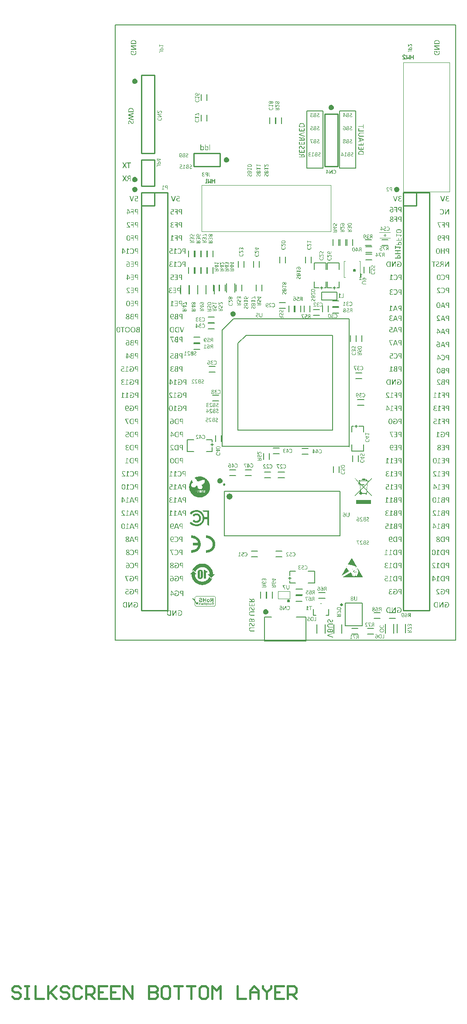
<source format=gbo>
G04 Layer_Color=32896*
%FSLAX43Y43*%
%MOMM*%
G71*
G01*
G75*
%ADD33C,0.250*%
%ADD40C,0.400*%
%ADD41C,0.127*%
%ADD71C,0.120*%
%ADD72C,0.254*%
%ADD73C,0.100*%
%ADD75C,0.203*%
%ADD76C,0.200*%
%ADD77C,0.152*%
%ADD78C,0.160*%
%ADD129C,0.600*%
%ADD130C,0.080*%
G36*
X3284Y25158D02*
X3286D01*
X3297Y25156D01*
X3305Y25154D01*
X3311Y25152D01*
X3313D01*
X3325Y25148D01*
X3327Y25146D01*
X3329Y25144D01*
X3335Y25134D01*
X3336Y25132D01*
Y25130D01*
X3682Y24169D01*
X3686Y24157D01*
X3688Y24147D01*
X3690Y24141D01*
Y24140D01*
X3688Y24134D01*
X3686Y24128D01*
X3684Y24126D01*
Y24124D01*
X3678Y24122D01*
X3672Y24120D01*
X3666Y24118D01*
X3664D01*
X3651Y24116D01*
X3610D01*
X3598Y24118D01*
X3588D01*
X3578Y24120D01*
X3573D01*
X3569Y24122D01*
X3567D01*
X3557Y24128D01*
X3555Y24130D01*
X3551Y24140D01*
X3549Y24141D01*
Y24143D01*
X3465Y24393D01*
X3034D01*
X2946Y24140D01*
X2941Y24132D01*
X2939Y24130D01*
Y24128D01*
X2933Y24124D01*
X2929Y24122D01*
X2921Y24120D01*
X2913D01*
X2907Y24118D01*
X2905D01*
X2892Y24116D01*
X2849D01*
X2837Y24118D01*
X2827D01*
X2818Y24120D01*
X2810Y24122D01*
X2808Y24124D01*
X2806D01*
X2802Y24130D01*
X2800Y24134D01*
Y24138D01*
Y24140D01*
Y24149D01*
X2802Y24159D01*
X2804Y24167D01*
X2806Y24169D01*
X3153Y25129D01*
X3157Y25140D01*
X3159Y25142D01*
X3161Y25144D01*
X3167Y25148D01*
X3173Y25150D01*
X3177Y25152D01*
X3178D01*
X3186Y25154D01*
X3196Y25156D01*
X3202Y25158D01*
X3206D01*
X3219Y25160D01*
X3274D01*
X3284Y25158D01*
D02*
G37*
G36*
X10848Y27708D02*
X10864Y27706D01*
X10878D01*
X10889Y27704D01*
X10899Y27702D01*
X10905Y27700D01*
X10907D01*
X10938Y27692D01*
X10952Y27688D01*
X10964Y27684D01*
X10973Y27680D01*
X10981Y27676D01*
X10985Y27674D01*
X10987D01*
X11010Y27665D01*
X11028Y27655D01*
X11040Y27649D01*
X11042Y27647D01*
X11043D01*
X11057Y27637D01*
X11067Y27631D01*
X11071Y27628D01*
X11073Y27626D01*
X11081Y27616D01*
X11084Y27614D01*
Y27612D01*
X11088Y27602D01*
X11090Y27600D01*
Y27598D01*
X11092Y27589D01*
Y27585D01*
Y27583D01*
Y27571D01*
Y27565D01*
Y27563D01*
Y27551D01*
Y27542D01*
Y27536D01*
Y27534D01*
X11090Y27522D01*
X11088Y27520D01*
Y27518D01*
X11083Y27512D01*
X11081Y27511D01*
X11075Y27509D01*
X11071D01*
X11063Y27511D01*
X11053Y27516D01*
X11047Y27520D01*
X11043Y27522D01*
X11028Y27532D01*
X11010Y27542D01*
X10999Y27550D01*
X10995Y27551D01*
X10993D01*
X10969Y27563D01*
X10946Y27573D01*
X10938Y27575D01*
X10930Y27579D01*
X10926Y27581D01*
X10924D01*
X10895Y27590D01*
X10866Y27594D01*
X10856Y27596D01*
X10839D01*
X10809Y27594D01*
X10796Y27592D01*
X10786Y27590D01*
X10776Y27587D01*
X10770Y27585D01*
X10766Y27583D01*
X10765D01*
X10743Y27573D01*
X10726Y27561D01*
X10716Y27553D01*
X10712Y27551D01*
Y27550D01*
X10698Y27532D01*
X10688Y27516D01*
X10683Y27505D01*
X10681Y27501D01*
Y27499D01*
X10673Y27477D01*
X10671Y27458D01*
X10669Y27450D01*
Y27444D01*
Y27440D01*
Y27438D01*
X10671Y27407D01*
X10673Y27393D01*
X10677Y27382D01*
X10679Y27372D01*
X10683Y27364D01*
X10685Y27360D01*
Y27358D01*
X10698Y27333D01*
X10712Y27313D01*
X10720Y27306D01*
X10724Y27302D01*
X10727Y27298D01*
X10729Y27296D01*
X10753Y27278D01*
X10776Y27267D01*
X10786Y27263D01*
X10794Y27259D01*
X10800Y27257D01*
X10802D01*
X10833Y27251D01*
X10864Y27247D01*
X10876Y27245D01*
X10985D01*
X10995Y27243D01*
X10997Y27241D01*
X10999D01*
X11003Y27239D01*
X11006Y27235D01*
X11008Y27234D01*
Y27232D01*
X11012Y27222D01*
X11014Y27218D01*
Y27216D01*
X11016Y27208D01*
Y27200D01*
Y27193D01*
Y27191D01*
Y27179D01*
X11014Y27171D01*
Y27165D01*
Y27163D01*
X11010Y27152D01*
X11008Y27148D01*
Y27146D01*
X11001Y27140D01*
X10997Y27138D01*
X10987Y27136D01*
X10858D01*
X10839Y27134D01*
X10819Y27132D01*
X10802Y27130D01*
X10790Y27126D01*
X10778Y27124D01*
X10772Y27122D01*
X10770D01*
X10753Y27116D01*
X10735Y27111D01*
X10722Y27103D01*
X10710Y27097D01*
X10700Y27091D01*
X10692Y27085D01*
X10688Y27083D01*
X10687Y27081D01*
X10663Y27062D01*
X10647Y27042D01*
X10642Y27033D01*
X10638Y27027D01*
X10634Y27023D01*
Y27021D01*
X10622Y26994D01*
X10616Y26968D01*
X10614Y26957D01*
Y26949D01*
Y26943D01*
Y26941D01*
X10616Y26914D01*
X10622Y26890D01*
X10624Y26880D01*
X10628Y26873D01*
X10630Y26869D01*
Y26867D01*
X10642Y26843D01*
X10655Y26826D01*
X10661Y26818D01*
X10667Y26812D01*
X10669Y26810D01*
X10671Y26808D01*
X10692Y26791D01*
X10716Y26779D01*
X10726Y26775D01*
X10731Y26771D01*
X10737Y26769D01*
X10739D01*
X10770Y26763D01*
X10802Y26759D01*
X10815Y26758D01*
X10835D01*
X10874Y26759D01*
X10891Y26761D01*
X10907Y26763D01*
X10919Y26765D01*
X10928Y26767D01*
X10934Y26769D01*
X10936D01*
X10967Y26779D01*
X10981Y26783D01*
X10993Y26787D01*
X11003Y26791D01*
X11010Y26795D01*
X11014Y26797D01*
X11016D01*
X11040Y26808D01*
X11055Y26816D01*
X11067Y26822D01*
X11069Y26824D01*
X11071D01*
X11084Y26832D01*
X11094Y26836D01*
X11098Y26838D01*
X11100D01*
X11108Y26836D01*
X11114Y26832D01*
X11116Y26828D01*
X11118Y26826D01*
X11120Y26814D01*
X11122Y26800D01*
Y26789D01*
Y26787D01*
Y26785D01*
Y26773D01*
Y26765D01*
Y26759D01*
Y26758D01*
X11120Y26750D01*
Y26744D01*
X11118Y26740D01*
Y26738D01*
X11116Y26728D01*
X11114Y26726D01*
Y26724D01*
X11108Y26717D01*
X11104Y26715D01*
Y26713D01*
X11096Y26709D01*
X11086Y26703D01*
X11079Y26697D01*
X11075Y26695D01*
X11055Y26687D01*
X11036Y26680D01*
X11028Y26676D01*
X11022Y26674D01*
X11018Y26672D01*
X11016D01*
X10989Y26664D01*
X10964Y26658D01*
X10952Y26656D01*
X10944Y26654D01*
X10938Y26652D01*
X10936D01*
X10901Y26648D01*
X10885Y26646D01*
X10870D01*
X10856Y26644D01*
X10839D01*
X10807Y26646D01*
X10778Y26648D01*
X10753Y26652D01*
X10729Y26656D01*
X10710Y26660D01*
X10696Y26662D01*
X10688Y26666D01*
X10685D01*
X10659Y26676D01*
X10638Y26685D01*
X10618Y26695D01*
X10603Y26705D01*
X10589Y26715D01*
X10579Y26722D01*
X10573Y26726D01*
X10571Y26728D01*
X10554Y26744D01*
X10540Y26761D01*
X10528Y26777D01*
X10517Y26793D01*
X10509Y26806D01*
X10503Y26816D01*
X10501Y26824D01*
X10499Y26826D01*
X10491Y26847D01*
X10484Y26871D01*
X10480Y26892D01*
X10478Y26912D01*
X10476Y26929D01*
X10474Y26943D01*
Y26951D01*
Y26955D01*
X10478Y26990D01*
X10480Y27005D01*
X10484Y27019D01*
X10488Y27031D01*
X10489Y27038D01*
X10493Y27044D01*
Y27046D01*
X10509Y27076D01*
X10517Y27089D01*
X10525Y27099D01*
X10532Y27109D01*
X10538Y27115D01*
X10542Y27118D01*
X10544Y27120D01*
X10569Y27144D01*
X10593Y27159D01*
X10605Y27167D01*
X10612Y27171D01*
X10618Y27175D01*
X10620D01*
X10653Y27189D01*
X10669Y27193D01*
X10685Y27196D01*
X10698Y27200D01*
X10708D01*
X10716Y27202D01*
X10718D01*
Y27204D01*
X10685Y27212D01*
X10671Y27218D01*
X10659Y27222D01*
X10649Y27226D01*
X10642Y27230D01*
X10638Y27234D01*
X10636D01*
X10610Y27251D01*
X10591Y27271D01*
X10585Y27276D01*
X10579Y27282D01*
X10577Y27286D01*
X10575Y27288D01*
X10558Y27313D01*
X10546Y27337D01*
X10542Y27347D01*
X10538Y27354D01*
X10536Y27360D01*
Y27362D01*
X10528Y27395D01*
X10527Y27411D01*
X10525Y27425D01*
X10523Y27436D01*
Y27446D01*
Y27452D01*
Y27454D01*
X10527Y27495D01*
X10528Y27512D01*
X10532Y27526D01*
X10536Y27540D01*
X10538Y27550D01*
X10542Y27555D01*
Y27557D01*
X10558Y27590D01*
X10568Y27604D01*
X10575Y27616D01*
X10583Y27624D01*
X10591Y27631D01*
X10595Y27635D01*
X10597Y27637D01*
X10626Y27661D01*
X10655Y27676D01*
X10667Y27682D01*
X10677Y27686D01*
X10685Y27690D01*
X10687D01*
X10729Y27702D01*
X10751Y27706D01*
X10768Y27708D01*
X10786Y27709D01*
X10811D01*
X10848Y27708D01*
D02*
G37*
G36*
X2332Y25160D02*
X2346D01*
X2349Y25158D01*
X2351D01*
X2359Y25156D01*
X2361Y25154D01*
X2369D01*
X2371Y25152D01*
X2609Y24998D01*
X2617Y24992D01*
X2619Y24990D01*
X2621Y24988D01*
X2624Y24982D01*
X2626Y24980D01*
Y24978D01*
X2628Y24969D01*
X2630Y24965D01*
Y24963D01*
Y24947D01*
Y24941D01*
Y24939D01*
Y24926D01*
X2628Y24916D01*
Y24910D01*
Y24908D01*
X2626Y24900D01*
X2624Y24894D01*
X2623Y24892D01*
Y24891D01*
X2613Y24887D01*
X2607D01*
X2599Y24889D01*
X2591Y24892D01*
X2585Y24896D01*
X2584Y24898D01*
X2383Y25017D01*
Y24231D01*
X2599D01*
X2607Y24229D01*
X2609Y24227D01*
X2611D01*
X2617Y24219D01*
X2619Y24218D01*
Y24216D01*
X2621Y24210D01*
X2623Y24204D01*
X2624Y24200D01*
Y24198D01*
X2626Y24182D01*
Y24177D01*
Y24175D01*
Y24163D01*
X2624Y24155D01*
Y24149D01*
Y24147D01*
X2621Y24136D01*
X2619Y24132D01*
Y24130D01*
X2613Y24124D01*
X2611Y24122D01*
X2603Y24120D01*
X2059D01*
X2051Y24122D01*
X2049D01*
X2041Y24126D01*
X2039Y24130D01*
X2035Y24141D01*
X2033Y24145D01*
Y24147D01*
X2031Y24157D01*
X2030Y24165D01*
Y24173D01*
Y24175D01*
Y24184D01*
X2031Y24192D01*
X2033Y24196D01*
Y24198D01*
X2035Y24206D01*
X2037Y24212D01*
X2039Y24214D01*
Y24216D01*
X2043Y24225D01*
X2045Y24227D01*
X2047D01*
X2055Y24231D01*
X2246D01*
Y25138D01*
X2248Y25146D01*
X2250Y25148D01*
X2252Y25150D01*
X2256Y25152D01*
X2258Y25154D01*
X2260D01*
X2266Y25156D01*
X2271Y25158D01*
X2277Y25160D01*
X2279D01*
X2289Y25162D01*
X2328D01*
X2332Y25160D01*
D02*
G37*
G36*
X4386Y25152D02*
X4398Y25148D01*
X4405Y25142D01*
X4409Y25140D01*
X4419Y25127D01*
X4423Y25111D01*
X4425Y25099D01*
Y25095D01*
Y25093D01*
Y24141D01*
X4423Y24132D01*
Y24130D01*
Y24128D01*
X4415Y24124D01*
X4413Y24122D01*
X4411D01*
X4398Y24120D01*
X4394Y24118D01*
X4392D01*
X4380Y24116D01*
X4343D01*
X4333Y24118D01*
X4326D01*
X4316Y24120D01*
X4310D01*
X4306Y24122D01*
X4304D01*
X4294Y24126D01*
X4292Y24128D01*
X4288Y24138D01*
Y24140D01*
Y24141D01*
Y24514D01*
X4171D01*
X4136Y24516D01*
X4105Y24518D01*
X4078Y24522D01*
X4054Y24526D01*
X4035Y24530D01*
X4019Y24534D01*
X4011Y24537D01*
X4008D01*
X3982Y24547D01*
X3959Y24557D01*
X3939Y24569D01*
X3922Y24580D01*
X3908Y24588D01*
X3898Y24596D01*
X3892Y24602D01*
X3891Y24604D01*
X3873Y24621D01*
X3857Y24639D01*
X3846Y24658D01*
X3836Y24674D01*
X3826Y24690D01*
X3820Y24701D01*
X3818Y24709D01*
X3816Y24711D01*
X3807Y24734D01*
X3801Y24760D01*
X3795Y24783D01*
X3793Y24805D01*
X3791Y24824D01*
X3789Y24838D01*
Y24848D01*
Y24852D01*
X3791Y24892D01*
X3795Y24910D01*
X3797Y24926D01*
X3801Y24939D01*
X3805Y24949D01*
X3807Y24955D01*
Y24957D01*
X3820Y24990D01*
X3828Y25006D01*
X3836Y25017D01*
X3842Y25027D01*
X3848Y25035D01*
X3851Y25039D01*
X3853Y25041D01*
X3877Y25066D01*
X3902Y25086D01*
X3912Y25093D01*
X3920Y25099D01*
X3926Y25101D01*
X3928Y25103D01*
X3959Y25119D01*
X3974Y25125D01*
X3986Y25130D01*
X3998Y25134D01*
X4006Y25136D01*
X4011Y25138D01*
X4013D01*
X4043Y25144D01*
X4064Y25148D01*
X4074D01*
X4080Y25150D01*
X4086D01*
X4109Y25152D01*
X4128Y25154D01*
X4372D01*
X4386Y25152D01*
D02*
G37*
G36*
X12546Y27698D02*
X12547D01*
X12559Y27696D01*
X12567Y27694D01*
X12573Y27692D01*
X12575D01*
X12587Y27688D01*
X12588Y27686D01*
X12590Y27684D01*
X12596Y27674D01*
X12598Y27672D01*
Y27670D01*
X12943Y26709D01*
X12947Y26697D01*
X12949Y26687D01*
X12951Y26681D01*
Y26680D01*
X12949Y26674D01*
X12947Y26668D01*
X12945Y26666D01*
Y26664D01*
X12940Y26662D01*
X12934Y26660D01*
X12928Y26658D01*
X12926D01*
X12912Y26656D01*
X12871D01*
X12860Y26658D01*
X12850D01*
X12840Y26660D01*
X12834D01*
X12830Y26662D01*
X12828D01*
X12819Y26668D01*
X12817Y26670D01*
X12813Y26680D01*
X12811Y26681D01*
Y26683D01*
X12727Y26933D01*
X12296D01*
X12208Y26680D01*
X12202Y26672D01*
X12200Y26670D01*
Y26668D01*
X12194Y26664D01*
X12191Y26662D01*
X12183Y26660D01*
X12175D01*
X12169Y26658D01*
X12167D01*
X12153Y26656D01*
X12111D01*
X12099Y26658D01*
X12089D01*
X12079Y26660D01*
X12072Y26662D01*
X12070Y26664D01*
X12068D01*
X12064Y26670D01*
X12062Y26674D01*
Y26678D01*
Y26680D01*
Y26689D01*
X12064Y26699D01*
X12066Y26707D01*
X12068Y26709D01*
X12415Y27669D01*
X12419Y27680D01*
X12421Y27682D01*
X12423Y27684D01*
X12429Y27688D01*
X12434Y27690D01*
X12438Y27692D01*
X12440D01*
X12448Y27694D01*
X12458Y27696D01*
X12464Y27698D01*
X12468D01*
X12481Y27700D01*
X12536D01*
X12546Y27698D01*
D02*
G37*
G36*
X2332Y27700D02*
X2346D01*
X2349Y27698D01*
X2351D01*
X2359Y27696D01*
X2361Y27694D01*
X2369D01*
X2371Y27692D01*
X2609Y27538D01*
X2617Y27532D01*
X2619Y27530D01*
X2621Y27528D01*
X2624Y27522D01*
X2626Y27520D01*
Y27518D01*
X2628Y27509D01*
X2630Y27505D01*
Y27503D01*
Y27487D01*
Y27481D01*
Y27479D01*
Y27466D01*
X2628Y27456D01*
Y27450D01*
Y27448D01*
X2626Y27440D01*
X2624Y27434D01*
X2623Y27432D01*
Y27431D01*
X2613Y27427D01*
X2607D01*
X2599Y27429D01*
X2591Y27432D01*
X2585Y27436D01*
X2584Y27438D01*
X2383Y27557D01*
Y26771D01*
X2599D01*
X2607Y26769D01*
X2609Y26767D01*
X2611D01*
X2617Y26759D01*
X2619Y26758D01*
Y26756D01*
X2621Y26750D01*
X2623Y26744D01*
X2624Y26740D01*
Y26738D01*
X2626Y26722D01*
Y26717D01*
Y26715D01*
Y26703D01*
X2624Y26695D01*
Y26689D01*
Y26687D01*
X2621Y26676D01*
X2619Y26672D01*
Y26670D01*
X2613Y26664D01*
X2611Y26662D01*
X2603Y26660D01*
X2059D01*
X2051Y26662D01*
X2049D01*
X2041Y26666D01*
X2039Y26670D01*
X2035Y26681D01*
X2033Y26685D01*
Y26687D01*
X2031Y26697D01*
X2030Y26705D01*
Y26713D01*
Y26715D01*
Y26724D01*
X2031Y26732D01*
X2033Y26736D01*
Y26738D01*
X2035Y26746D01*
X2037Y26752D01*
X2039Y26754D01*
Y26756D01*
X2043Y26765D01*
X2045Y26767D01*
X2047D01*
X2055Y26771D01*
X2246D01*
Y27678D01*
X2248Y27686D01*
X2250Y27688D01*
X2252Y27690D01*
X2256Y27692D01*
X2258Y27694D01*
X2260D01*
X2266Y27696D01*
X2271Y27698D01*
X2277Y27700D01*
X2279D01*
X2289Y27702D01*
X2328D01*
X2332Y27700D01*
D02*
G37*
G36*
X11594D02*
X11607D01*
X11611Y27698D01*
X11613D01*
X11621Y27696D01*
X11623Y27694D01*
X11631D01*
X11633Y27692D01*
X11871Y27538D01*
X11878Y27532D01*
X11880Y27530D01*
X11882Y27528D01*
X11886Y27522D01*
X11888Y27520D01*
Y27518D01*
X11890Y27509D01*
X11892Y27505D01*
Y27503D01*
Y27487D01*
Y27481D01*
Y27479D01*
Y27466D01*
X11890Y27456D01*
Y27450D01*
Y27448D01*
X11888Y27440D01*
X11886Y27434D01*
X11884Y27432D01*
Y27431D01*
X11874Y27427D01*
X11869D01*
X11861Y27429D01*
X11853Y27432D01*
X11847Y27436D01*
X11845Y27438D01*
X11644Y27557D01*
Y26771D01*
X11861D01*
X11869Y26769D01*
X11871Y26767D01*
X11873D01*
X11878Y26759D01*
X11880Y26758D01*
Y26756D01*
X11882Y26750D01*
X11884Y26744D01*
X11886Y26740D01*
Y26738D01*
X11888Y26722D01*
Y26717D01*
Y26715D01*
Y26703D01*
X11886Y26695D01*
Y26689D01*
Y26687D01*
X11882Y26676D01*
X11880Y26672D01*
Y26670D01*
X11874Y26664D01*
X11873Y26662D01*
X11865Y26660D01*
X11320D01*
X11313Y26662D01*
X11311D01*
X11303Y26666D01*
X11301Y26670D01*
X11297Y26681D01*
X11295Y26685D01*
Y26687D01*
X11293Y26697D01*
X11291Y26705D01*
Y26713D01*
Y26715D01*
Y26724D01*
X11293Y26732D01*
X11295Y26736D01*
Y26738D01*
X11297Y26746D01*
X11299Y26752D01*
X11301Y26754D01*
Y26756D01*
X11305Y26765D01*
X11307Y26767D01*
X11309D01*
X11317Y26771D01*
X11508D01*
Y27678D01*
X11510Y27686D01*
X11512Y27688D01*
X11514Y27690D01*
X11518Y27692D01*
X11519Y27694D01*
X11521D01*
X11527Y27696D01*
X11533Y27698D01*
X11539Y27700D01*
X11541D01*
X11551Y27702D01*
X11590D01*
X11594Y27700D01*
D02*
G37*
G36*
X13648Y27692D02*
X13659Y27688D01*
X13667Y27682D01*
X13671Y27680D01*
X13681Y27667D01*
X13685Y27651D01*
X13687Y27639D01*
Y27635D01*
Y27633D01*
Y26681D01*
X13685Y26672D01*
Y26670D01*
Y26668D01*
X13677Y26664D01*
X13675Y26662D01*
X13673D01*
X13659Y26660D01*
X13656Y26658D01*
X13654D01*
X13642Y26656D01*
X13605D01*
X13595Y26658D01*
X13587D01*
X13577Y26660D01*
X13572D01*
X13568Y26662D01*
X13566D01*
X13556Y26666D01*
X13554Y26668D01*
X13550Y26678D01*
Y26680D01*
Y26681D01*
Y27054D01*
X13433D01*
X13398Y27056D01*
X13367Y27058D01*
X13339Y27062D01*
X13316Y27066D01*
X13297Y27070D01*
X13281Y27074D01*
X13273Y27077D01*
X13269D01*
X13244Y27087D01*
X13220Y27097D01*
X13201Y27109D01*
X13183Y27120D01*
X13170Y27128D01*
X13160Y27136D01*
X13154Y27142D01*
X13152Y27144D01*
X13135Y27161D01*
X13119Y27179D01*
X13107Y27198D01*
X13098Y27214D01*
X13088Y27230D01*
X13082Y27241D01*
X13080Y27249D01*
X13078Y27251D01*
X13068Y27274D01*
X13062Y27300D01*
X13057Y27323D01*
X13055Y27345D01*
X13053Y27364D01*
X13051Y27378D01*
Y27388D01*
Y27392D01*
X13053Y27432D01*
X13057Y27450D01*
X13059Y27466D01*
X13062Y27479D01*
X13066Y27489D01*
X13068Y27495D01*
Y27497D01*
X13082Y27530D01*
X13090Y27546D01*
X13098Y27557D01*
X13103Y27567D01*
X13109Y27575D01*
X13113Y27579D01*
X13115Y27581D01*
X13139Y27606D01*
X13164Y27626D01*
X13174Y27633D01*
X13181Y27639D01*
X13187Y27641D01*
X13189Y27643D01*
X13220Y27659D01*
X13236Y27665D01*
X13248Y27670D01*
X13260Y27674D01*
X13267Y27676D01*
X13273Y27678D01*
X13275D01*
X13304Y27684D01*
X13326Y27688D01*
X13336D01*
X13341Y27690D01*
X13347D01*
X13371Y27692D01*
X13390Y27694D01*
X13634D01*
X13648Y27692D01*
D02*
G37*
G36*
X1583Y25168D02*
X1598Y25166D01*
X1612D01*
X1624Y25164D01*
X1632Y25162D01*
X1637Y25160D01*
X1639D01*
X1669Y25152D01*
X1682Y25148D01*
X1694Y25144D01*
X1704Y25140D01*
X1712Y25136D01*
X1715Y25134D01*
X1717D01*
X1741Y25125D01*
X1760Y25115D01*
X1768Y25113D01*
X1774Y25109D01*
X1776Y25107D01*
X1778D01*
X1793Y25097D01*
X1803Y25090D01*
X1809Y25086D01*
X1811Y25084D01*
X1819Y25074D01*
X1823Y25072D01*
Y25070D01*
X1827Y25062D01*
X1829Y25060D01*
Y25058D01*
X1831Y25049D01*
Y25045D01*
Y25043D01*
Y25031D01*
Y25025D01*
Y25023D01*
Y25011D01*
Y25002D01*
Y24996D01*
Y24994D01*
X1829Y24986D01*
Y24980D01*
X1827Y24976D01*
Y24974D01*
X1821Y24967D01*
X1819Y24965D01*
X1811Y24963D01*
X1807D01*
X1799Y24965D01*
X1790Y24969D01*
X1782Y24972D01*
X1778Y24974D01*
X1760Y24984D01*
X1745Y24994D01*
X1731Y25002D01*
X1729Y25004D01*
X1727D01*
X1704Y25015D01*
X1680Y25025D01*
X1671Y25029D01*
X1663Y25033D01*
X1659Y25035D01*
X1657D01*
X1626Y25043D01*
X1596Y25047D01*
X1585Y25049D01*
X1567D01*
X1538Y25047D01*
X1524Y25045D01*
X1513Y25043D01*
X1505Y25039D01*
X1497Y25037D01*
X1493Y25035D01*
X1491D01*
X1468Y25023D01*
X1452Y25011D01*
X1440Y25002D01*
X1436Y25000D01*
Y24998D01*
X1421Y24980D01*
X1409Y24963D01*
X1405Y24955D01*
X1403Y24949D01*
X1401Y24945D01*
Y24943D01*
X1394Y24920D01*
X1392Y24898D01*
X1390Y24891D01*
Y24883D01*
Y24879D01*
Y24877D01*
X1392Y24852D01*
X1394Y24828D01*
X1396Y24818D01*
Y24811D01*
X1397Y24807D01*
Y24805D01*
X1405Y24775D01*
X1415Y24746D01*
X1421Y24734D01*
X1425Y24725D01*
X1427Y24719D01*
X1429Y24717D01*
X1438Y24699D01*
X1448Y24680D01*
X1460Y24662D01*
X1472Y24647D01*
X1481Y24633D01*
X1489Y24621D01*
X1495Y24614D01*
X1497Y24612D01*
X1515Y24588D01*
X1532Y24567D01*
X1552Y24543D01*
X1569Y24524D01*
X1585Y24506D01*
X1598Y24491D01*
X1606Y24483D01*
X1610Y24479D01*
X1819Y24266D01*
X1831Y24253D01*
X1832Y24249D01*
X1834Y24247D01*
X1842Y24233D01*
X1844Y24229D01*
Y24227D01*
X1848Y24216D01*
X1850Y24210D01*
Y24208D01*
Y24198D01*
Y24188D01*
Y24182D01*
Y24179D01*
Y24167D01*
X1848Y24157D01*
Y24151D01*
Y24149D01*
X1846Y24141D01*
X1844Y24136D01*
X1840Y24132D01*
Y24130D01*
X1829Y24124D01*
X1827Y24122D01*
X1825D01*
X1811Y24120D01*
X1234D01*
X1224Y24122D01*
X1220D01*
X1214Y24130D01*
X1212Y24132D01*
Y24134D01*
X1208Y24147D01*
X1206Y24151D01*
Y24153D01*
X1204Y24163D01*
X1202Y24171D01*
Y24177D01*
Y24179D01*
Y24188D01*
X1204Y24196D01*
X1206Y24200D01*
Y24202D01*
X1208Y24210D01*
X1210Y24216D01*
X1212Y24219D01*
Y24221D01*
X1218Y24231D01*
X1220Y24233D01*
X1222D01*
X1230Y24237D01*
X1684D01*
X1520Y24407D01*
X1489Y24440D01*
X1462Y24471D01*
X1436Y24498D01*
X1417Y24522D01*
X1401Y24541D01*
X1390Y24557D01*
X1382Y24565D01*
X1380Y24569D01*
X1360Y24594D01*
X1345Y24617D01*
X1329Y24639D01*
X1317Y24658D01*
X1310Y24674D01*
X1304Y24686D01*
X1300Y24694D01*
X1298Y24695D01*
X1280Y24736D01*
X1273Y24754D01*
X1267Y24770D01*
X1263Y24783D01*
X1261Y24793D01*
X1259Y24799D01*
Y24801D01*
X1253Y24838D01*
X1251Y24853D01*
Y24869D01*
X1249Y24881D01*
Y24892D01*
Y24898D01*
Y24900D01*
X1253Y24939D01*
X1255Y24957D01*
X1259Y24972D01*
X1263Y24986D01*
X1265Y24996D01*
X1269Y25002D01*
Y25004D01*
X1284Y25037D01*
X1294Y25052D01*
X1302Y25064D01*
X1310Y25076D01*
X1317Y25084D01*
X1321Y25088D01*
X1323Y25090D01*
X1353Y25115D01*
X1384Y25132D01*
X1397Y25140D01*
X1407Y25144D01*
X1415Y25148D01*
X1417D01*
X1438Y25156D01*
X1462Y25160D01*
X1483Y25164D01*
X1505Y25168D01*
X1522D01*
X1536Y25169D01*
X1550D01*
X1583Y25168D01*
D02*
G37*
G36*
X3284Y20078D02*
X3286D01*
X3297Y20076D01*
X3305Y20074D01*
X3311Y20072D01*
X3313D01*
X3325Y20068D01*
X3327Y20066D01*
X3329Y20064D01*
X3335Y20054D01*
X3336Y20052D01*
Y20050D01*
X3682Y19089D01*
X3686Y19077D01*
X3688Y19067D01*
X3690Y19061D01*
Y19060D01*
X3688Y19054D01*
X3686Y19048D01*
X3684Y19046D01*
Y19044D01*
X3678Y19042D01*
X3672Y19040D01*
X3666Y19038D01*
X3664D01*
X3651Y19036D01*
X3610D01*
X3598Y19038D01*
X3588D01*
X3578Y19040D01*
X3573D01*
X3569Y19042D01*
X3567D01*
X3557Y19048D01*
X3555Y19050D01*
X3551Y19060D01*
X3549Y19061D01*
Y19063D01*
X3465Y19313D01*
X3034D01*
X2946Y19060D01*
X2941Y19052D01*
X2939Y19050D01*
Y19048D01*
X2933Y19044D01*
X2929Y19042D01*
X2921Y19040D01*
X2913D01*
X2907Y19038D01*
X2905D01*
X2892Y19036D01*
X2849D01*
X2837Y19038D01*
X2827D01*
X2818Y19040D01*
X2810Y19042D01*
X2808Y19044D01*
X2806D01*
X2802Y19050D01*
X2800Y19054D01*
Y19058D01*
Y19060D01*
Y19069D01*
X2802Y19079D01*
X2804Y19087D01*
X2806Y19089D01*
X3153Y20049D01*
X3157Y20060D01*
X3159Y20062D01*
X3161Y20064D01*
X3167Y20068D01*
X3173Y20070D01*
X3177Y20072D01*
X3178D01*
X3186Y20074D01*
X3196Y20076D01*
X3202Y20078D01*
X3206D01*
X3219Y20080D01*
X3274D01*
X3284Y20078D01*
D02*
G37*
G36*
X2404Y20086D02*
X2429Y20084D01*
X2451Y20080D01*
X2468Y20076D01*
X2480Y20072D01*
X2490Y20070D01*
X2492Y20068D01*
X2513Y20060D01*
X2533Y20050D01*
X2550Y20043D01*
X2564Y20033D01*
X2576Y20025D01*
X2584Y20019D01*
X2589Y20015D01*
X2591Y20013D01*
X2617Y19986D01*
X2634Y19959D01*
X2642Y19947D01*
X2646Y19937D01*
X2648Y19931D01*
X2650Y19930D01*
X2662Y19894D01*
X2665Y19877D01*
X2667Y19861D01*
Y19848D01*
X2669Y19838D01*
Y19830D01*
Y19828D01*
X2667Y19797D01*
X2665Y19783D01*
X2664Y19772D01*
X2662Y19762D01*
X2660Y19754D01*
X2658Y19750D01*
Y19748D01*
X2646Y19721D01*
X2632Y19699D01*
X2626Y19690D01*
X2623Y19684D01*
X2621Y19680D01*
X2619Y19678D01*
X2597Y19656D01*
X2578Y19637D01*
X2570Y19629D01*
X2562Y19623D01*
X2558Y19621D01*
X2556Y19619D01*
X2527Y19600D01*
X2500Y19582D01*
X2488Y19576D01*
X2478Y19571D01*
X2472Y19569D01*
X2470Y19567D01*
X2509Y19545D01*
X2527Y19535D01*
X2543Y19528D01*
X2554Y19520D01*
X2564Y19514D01*
X2570Y19510D01*
X2572Y19508D01*
X2601Y19487D01*
X2613Y19475D01*
X2624Y19465D01*
X2632Y19457D01*
X2638Y19450D01*
X2642Y19446D01*
X2644Y19444D01*
X2664Y19418D01*
X2677Y19395D01*
X2683Y19385D01*
X2685Y19377D01*
X2689Y19372D01*
Y19370D01*
X2699Y19338D01*
X2703Y19309D01*
X2704Y19298D01*
Y19288D01*
Y19282D01*
Y19280D01*
X2703Y19258D01*
X2701Y19237D01*
X2697Y19219D01*
X2693Y19202D01*
X2689Y19190D01*
X2687Y19178D01*
X2683Y19173D01*
Y19171D01*
X2664Y19138D01*
X2652Y19124D01*
X2640Y19112D01*
X2632Y19102D01*
X2624Y19095D01*
X2619Y19091D01*
X2617Y19089D01*
X2582Y19067D01*
X2562Y19060D01*
X2546Y19054D01*
X2531Y19048D01*
X2519Y19044D01*
X2511Y19040D01*
X2509D01*
X2459Y19030D01*
X2435Y19028D01*
X2414Y19026D01*
X2394Y19024D01*
X2334D01*
X2305Y19026D01*
X2279Y19030D01*
X2256Y19034D01*
X2238Y19036D01*
X2225Y19040D01*
X2217Y19042D01*
X2213D01*
X2189Y19050D01*
X2168Y19058D01*
X2149Y19067D01*
X2133Y19075D01*
X2119Y19083D01*
X2109Y19089D01*
X2104Y19093D01*
X2102Y19095D01*
X2086Y19108D01*
X2072Y19124D01*
X2061Y19139D01*
X2051Y19153D01*
X2043Y19165D01*
X2037Y19177D01*
X2035Y19182D01*
X2033Y19184D01*
X2026Y19204D01*
X2018Y19225D01*
X2014Y19245D01*
X2012Y19264D01*
X2010Y19280D01*
X2008Y19292D01*
Y19301D01*
Y19303D01*
X2010Y19337D01*
X2012Y19350D01*
X2016Y19364D01*
X2018Y19374D01*
X2022Y19381D01*
X2024Y19385D01*
Y19387D01*
X2037Y19415D01*
X2053Y19438D01*
X2059Y19448D01*
X2065Y19454D01*
X2069Y19457D01*
X2070Y19459D01*
X2094Y19485D01*
X2119Y19504D01*
X2129Y19512D01*
X2137Y19518D01*
X2143Y19522D01*
X2145Y19524D01*
X2180Y19545D01*
X2197Y19555D01*
X2213Y19563D01*
X2227Y19571D01*
X2236Y19576D01*
X2244Y19578D01*
X2246Y19580D01*
X2213Y19600D01*
X2197Y19610D01*
X2186Y19617D01*
X2174Y19625D01*
X2166Y19629D01*
X2162Y19633D01*
X2160Y19635D01*
X2135Y19656D01*
X2115Y19678D01*
X2108Y19686D01*
X2102Y19692D01*
X2100Y19695D01*
X2098Y19697D01*
X2080Y19723D01*
X2069Y19746D01*
X2065Y19756D01*
X2061Y19764D01*
X2059Y19768D01*
Y19770D01*
X2051Y19797D01*
X2047Y19822D01*
X2045Y19832D01*
Y19840D01*
Y19846D01*
Y19848D01*
X2049Y19885D01*
X2051Y19900D01*
X2055Y19914D01*
X2059Y19926D01*
X2061Y19933D01*
X2065Y19939D01*
Y19941D01*
X2080Y19972D01*
X2090Y19984D01*
X2098Y19996D01*
X2106Y20006D01*
X2113Y20011D01*
X2117Y20015D01*
X2119Y20017D01*
X2149Y20039D01*
X2180Y20056D01*
X2193Y20062D01*
X2203Y20066D01*
X2211Y20070D01*
X2213D01*
X2234Y20076D01*
X2258Y20082D01*
X2281Y20086D01*
X2301Y20088D01*
X2320Y20089D01*
X2377D01*
X2404Y20086D01*
D02*
G37*
G36*
X2478Y17546D02*
X2504Y17544D01*
X2525Y17540D01*
X2543Y17536D01*
X2554Y17532D01*
X2564Y17530D01*
X2566Y17528D01*
X2587Y17520D01*
X2607Y17510D01*
X2624Y17503D01*
X2638Y17493D01*
X2650Y17485D01*
X2658Y17479D01*
X2664Y17475D01*
X2665Y17473D01*
X2691Y17446D01*
X2708Y17419D01*
X2716Y17407D01*
X2720Y17397D01*
X2722Y17391D01*
X2724Y17390D01*
X2736Y17354D01*
X2740Y17337D01*
X2742Y17321D01*
Y17308D01*
X2743Y17298D01*
Y17290D01*
Y17288D01*
X2742Y17257D01*
X2740Y17243D01*
X2738Y17232D01*
X2736Y17222D01*
X2734Y17214D01*
X2732Y17210D01*
Y17208D01*
X2720Y17181D01*
X2706Y17159D01*
X2701Y17150D01*
X2697Y17144D01*
X2695Y17140D01*
X2693Y17138D01*
X2671Y17116D01*
X2652Y17097D01*
X2644Y17089D01*
X2636Y17083D01*
X2632Y17081D01*
X2630Y17079D01*
X2601Y17060D01*
X2574Y17042D01*
X2562Y17036D01*
X2552Y17031D01*
X2546Y17029D01*
X2545Y17027D01*
X2584Y17005D01*
X2601Y16995D01*
X2617Y16988D01*
X2628Y16980D01*
X2638Y16974D01*
X2644Y16970D01*
X2646Y16968D01*
X2675Y16947D01*
X2687Y16935D01*
X2699Y16925D01*
X2706Y16917D01*
X2712Y16910D01*
X2716Y16906D01*
X2718Y16904D01*
X2738Y16878D01*
X2751Y16855D01*
X2757Y16845D01*
X2759Y16837D01*
X2763Y16832D01*
Y16830D01*
X2773Y16798D01*
X2777Y16769D01*
X2779Y16757D01*
Y16748D01*
Y16742D01*
Y16740D01*
X2777Y16718D01*
X2775Y16697D01*
X2771Y16679D01*
X2767Y16662D01*
X2763Y16650D01*
X2761Y16639D01*
X2757Y16633D01*
Y16631D01*
X2738Y16598D01*
X2726Y16584D01*
X2714Y16572D01*
X2706Y16562D01*
X2699Y16555D01*
X2693Y16551D01*
X2691Y16549D01*
X2656Y16527D01*
X2636Y16520D01*
X2621Y16514D01*
X2605Y16508D01*
X2593Y16504D01*
X2585Y16500D01*
X2584D01*
X2533Y16490D01*
X2509Y16488D01*
X2488Y16486D01*
X2468Y16484D01*
X2408D01*
X2379Y16486D01*
X2353Y16490D01*
X2330Y16494D01*
X2312Y16496D01*
X2299Y16500D01*
X2291Y16502D01*
X2287D01*
X2264Y16510D01*
X2242Y16518D01*
X2223Y16527D01*
X2207Y16535D01*
X2193Y16543D01*
X2184Y16549D01*
X2178Y16553D01*
X2176Y16555D01*
X2160Y16568D01*
X2147Y16584D01*
X2135Y16599D01*
X2125Y16613D01*
X2117Y16625D01*
X2111Y16637D01*
X2109Y16642D01*
X2108Y16644D01*
X2100Y16664D01*
X2092Y16685D01*
X2088Y16705D01*
X2086Y16724D01*
X2084Y16740D01*
X2082Y16752D01*
Y16761D01*
Y16763D01*
X2084Y16797D01*
X2086Y16810D01*
X2090Y16824D01*
X2092Y16834D01*
X2096Y16841D01*
X2098Y16845D01*
Y16847D01*
X2111Y16875D01*
X2127Y16898D01*
X2133Y16908D01*
X2139Y16914D01*
X2143Y16917D01*
X2145Y16919D01*
X2168Y16945D01*
X2193Y16964D01*
X2203Y16972D01*
X2211Y16978D01*
X2217Y16982D01*
X2219Y16984D01*
X2254Y17005D01*
X2271Y17015D01*
X2287Y17023D01*
X2301Y17031D01*
X2310Y17036D01*
X2318Y17038D01*
X2320Y17040D01*
X2287Y17060D01*
X2271Y17070D01*
X2260Y17077D01*
X2248Y17085D01*
X2240Y17089D01*
X2236Y17093D01*
X2234Y17095D01*
X2209Y17116D01*
X2189Y17138D01*
X2182Y17146D01*
X2176Y17152D01*
X2174Y17155D01*
X2172Y17157D01*
X2154Y17183D01*
X2143Y17206D01*
X2139Y17216D01*
X2135Y17224D01*
X2133Y17228D01*
Y17230D01*
X2125Y17257D01*
X2121Y17282D01*
X2119Y17292D01*
Y17300D01*
Y17306D01*
Y17308D01*
X2123Y17345D01*
X2125Y17360D01*
X2129Y17374D01*
X2133Y17386D01*
X2135Y17393D01*
X2139Y17399D01*
Y17401D01*
X2154Y17432D01*
X2164Y17444D01*
X2172Y17456D01*
X2180Y17466D01*
X2188Y17471D01*
X2191Y17475D01*
X2193Y17477D01*
X2223Y17499D01*
X2254Y17516D01*
X2267Y17522D01*
X2277Y17526D01*
X2285Y17530D01*
X2287D01*
X2308Y17536D01*
X2332Y17542D01*
X2355Y17546D01*
X2375Y17548D01*
X2394Y17549D01*
X2451D01*
X2478Y17546D01*
D02*
G37*
G36*
X4386Y20072D02*
X4398Y20068D01*
X4405Y20062D01*
X4409Y20060D01*
X4419Y20047D01*
X4423Y20031D01*
X4425Y20019D01*
Y20015D01*
Y20013D01*
Y19061D01*
X4423Y19052D01*
Y19050D01*
Y19048D01*
X4415Y19044D01*
X4413Y19042D01*
X4411D01*
X4398Y19040D01*
X4394Y19038D01*
X4392D01*
X4380Y19036D01*
X4343D01*
X4333Y19038D01*
X4326D01*
X4316Y19040D01*
X4310D01*
X4306Y19042D01*
X4304D01*
X4294Y19046D01*
X4292Y19048D01*
X4288Y19058D01*
Y19060D01*
Y19061D01*
Y19434D01*
X4171D01*
X4136Y19436D01*
X4105Y19438D01*
X4078Y19442D01*
X4054Y19446D01*
X4035Y19450D01*
X4019Y19454D01*
X4011Y19457D01*
X4008D01*
X3982Y19467D01*
X3959Y19477D01*
X3939Y19489D01*
X3922Y19500D01*
X3908Y19508D01*
X3898Y19516D01*
X3892Y19522D01*
X3891Y19524D01*
X3873Y19541D01*
X3857Y19559D01*
X3846Y19578D01*
X3836Y19594D01*
X3826Y19610D01*
X3820Y19621D01*
X3818Y19629D01*
X3816Y19631D01*
X3807Y19654D01*
X3801Y19680D01*
X3795Y19703D01*
X3793Y19725D01*
X3791Y19744D01*
X3789Y19758D01*
Y19768D01*
Y19772D01*
X3791Y19812D01*
X3795Y19830D01*
X3797Y19846D01*
X3801Y19859D01*
X3805Y19869D01*
X3807Y19875D01*
Y19877D01*
X3820Y19910D01*
X3828Y19926D01*
X3836Y19937D01*
X3842Y19947D01*
X3848Y19955D01*
X3851Y19959D01*
X3853Y19961D01*
X3877Y19986D01*
X3902Y20006D01*
X3912Y20013D01*
X3920Y20019D01*
X3926Y20021D01*
X3928Y20023D01*
X3959Y20039D01*
X3974Y20045D01*
X3986Y20050D01*
X3998Y20054D01*
X4006Y20056D01*
X4011Y20058D01*
X4013D01*
X4043Y20064D01*
X4064Y20068D01*
X4074D01*
X4080Y20070D01*
X4086D01*
X4109Y20072D01*
X4128Y20074D01*
X4372D01*
X4386Y20072D01*
D02*
G37*
G36*
X3284Y22618D02*
X3286D01*
X3297Y22616D01*
X3305Y22614D01*
X3311Y22612D01*
X3313D01*
X3325Y22608D01*
X3327Y22606D01*
X3329Y22604D01*
X3335Y22594D01*
X3336Y22592D01*
Y22590D01*
X3682Y21629D01*
X3686Y21617D01*
X3688Y21607D01*
X3690Y21601D01*
Y21600D01*
X3688Y21594D01*
X3686Y21588D01*
X3684Y21586D01*
Y21584D01*
X3678Y21582D01*
X3672Y21580D01*
X3666Y21578D01*
X3664D01*
X3651Y21576D01*
X3610D01*
X3598Y21578D01*
X3588D01*
X3578Y21580D01*
X3573D01*
X3569Y21582D01*
X3567D01*
X3557Y21588D01*
X3555Y21590D01*
X3551Y21600D01*
X3549Y21601D01*
Y21603D01*
X3465Y21853D01*
X3034D01*
X2946Y21600D01*
X2941Y21592D01*
X2939Y21590D01*
Y21588D01*
X2933Y21584D01*
X2929Y21582D01*
X2921Y21580D01*
X2913D01*
X2907Y21578D01*
X2905D01*
X2892Y21576D01*
X2849D01*
X2837Y21578D01*
X2827D01*
X2818Y21580D01*
X2810Y21582D01*
X2808Y21584D01*
X2806D01*
X2802Y21590D01*
X2800Y21594D01*
Y21598D01*
Y21600D01*
Y21609D01*
X2802Y21619D01*
X2804Y21627D01*
X2806Y21629D01*
X3153Y22589D01*
X3157Y22600D01*
X3159Y22602D01*
X3161Y22604D01*
X3167Y22608D01*
X3173Y22610D01*
X3177Y22612D01*
X3178D01*
X3186Y22614D01*
X3196Y22616D01*
X3202Y22618D01*
X3206D01*
X3219Y22620D01*
X3274D01*
X3284Y22618D01*
D02*
G37*
G36*
X1555Y22628D02*
X1589Y22624D01*
X1618Y22618D01*
X1643Y22610D01*
X1665Y22602D01*
X1678Y22596D01*
X1688Y22592D01*
X1692Y22590D01*
X1717Y22575D01*
X1739Y22557D01*
X1758Y22538D01*
X1774Y22520D01*
X1788Y22505D01*
X1797Y22491D01*
X1803Y22483D01*
X1805Y22479D01*
X1821Y22452D01*
X1832Y22423D01*
X1844Y22395D01*
X1852Y22368D01*
X1860Y22345D01*
X1864Y22327D01*
X1866Y22319D01*
Y22313D01*
X1868Y22312D01*
Y22310D01*
X1873Y22273D01*
X1877Y22235D01*
X1881Y22198D01*
X1883Y22165D01*
Y22136D01*
X1885Y22124D01*
Y22113D01*
Y22105D01*
Y22099D01*
Y22095D01*
Y22093D01*
Y22046D01*
X1883Y22003D01*
X1879Y21966D01*
X1877Y21933D01*
X1873Y21906D01*
X1872Y21884D01*
Y21877D01*
X1870Y21871D01*
Y21869D01*
Y21867D01*
X1862Y21832D01*
X1852Y21798D01*
X1844Y21769D01*
X1834Y21746D01*
X1825Y21726D01*
X1817Y21711D01*
X1813Y21703D01*
X1811Y21699D01*
X1795Y21676D01*
X1778Y21656D01*
X1758Y21639D01*
X1743Y21623D01*
X1727Y21613D01*
X1715Y21603D01*
X1706Y21600D01*
X1704Y21598D01*
X1678Y21586D01*
X1649Y21578D01*
X1622Y21572D01*
X1596Y21568D01*
X1575Y21566D01*
X1555Y21564D01*
X1540D01*
X1503Y21566D01*
X1470Y21570D01*
X1440Y21576D01*
X1415Y21584D01*
X1394Y21590D01*
X1378Y21596D01*
X1370Y21600D01*
X1366Y21601D01*
X1341Y21617D01*
X1317Y21635D01*
X1298Y21654D01*
X1282Y21672D01*
X1269Y21687D01*
X1259Y21699D01*
X1253Y21707D01*
X1251Y21711D01*
X1236Y21738D01*
X1224Y21767D01*
X1212Y21797D01*
X1204Y21822D01*
X1197Y21845D01*
X1193Y21865D01*
X1189Y21877D01*
Y21878D01*
Y21880D01*
X1177Y21956D01*
X1173Y21994D01*
X1171Y22027D01*
X1169Y22056D01*
Y22068D01*
Y22079D01*
Y22087D01*
Y22093D01*
Y22097D01*
Y22099D01*
Y22146D01*
X1171Y22189D01*
X1175Y22226D01*
X1177Y22259D01*
X1181Y22286D01*
X1185Y22308D01*
Y22315D01*
X1187Y22321D01*
Y22323D01*
Y22325D01*
X1195Y22360D01*
X1202Y22393D01*
X1212Y22421D01*
X1222Y22446D01*
X1232Y22466D01*
X1239Y22479D01*
X1243Y22487D01*
X1245Y22491D01*
X1261Y22514D01*
X1278Y22536D01*
X1298Y22553D01*
X1314Y22569D01*
X1329Y22579D01*
X1341Y22589D01*
X1349Y22592D01*
X1353Y22594D01*
X1378Y22606D01*
X1407Y22614D01*
X1435Y22622D01*
X1460Y22626D01*
X1483Y22628D01*
X1501Y22629D01*
X1518D01*
X1555Y22628D01*
D02*
G37*
G36*
X2332Y22620D02*
X2346D01*
X2349Y22618D01*
X2351D01*
X2359Y22616D01*
X2361Y22614D01*
X2369D01*
X2371Y22612D01*
X2609Y22458D01*
X2617Y22452D01*
X2619Y22450D01*
X2621Y22448D01*
X2624Y22442D01*
X2626Y22440D01*
Y22438D01*
X2628Y22429D01*
X2630Y22425D01*
Y22423D01*
Y22407D01*
Y22401D01*
Y22399D01*
Y22386D01*
X2628Y22376D01*
Y22370D01*
Y22368D01*
X2626Y22360D01*
X2624Y22354D01*
X2623Y22352D01*
Y22351D01*
X2613Y22347D01*
X2607D01*
X2599Y22349D01*
X2591Y22352D01*
X2585Y22356D01*
X2584Y22358D01*
X2383Y22477D01*
Y21691D01*
X2599D01*
X2607Y21689D01*
X2609Y21687D01*
X2611D01*
X2617Y21679D01*
X2619Y21678D01*
Y21676D01*
X2621Y21670D01*
X2623Y21664D01*
X2624Y21660D01*
Y21658D01*
X2626Y21642D01*
Y21637D01*
Y21635D01*
Y21623D01*
X2624Y21615D01*
Y21609D01*
Y21607D01*
X2621Y21596D01*
X2619Y21592D01*
Y21590D01*
X2613Y21584D01*
X2611Y21582D01*
X2603Y21580D01*
X2059D01*
X2051Y21582D01*
X2049D01*
X2041Y21586D01*
X2039Y21590D01*
X2035Y21601D01*
X2033Y21605D01*
Y21607D01*
X2031Y21617D01*
X2030Y21625D01*
Y21633D01*
Y21635D01*
Y21644D01*
X2031Y21652D01*
X2033Y21656D01*
Y21658D01*
X2035Y21666D01*
X2037Y21672D01*
X2039Y21674D01*
Y21676D01*
X2043Y21685D01*
X2045Y21687D01*
X2047D01*
X2055Y21691D01*
X2246D01*
Y22598D01*
X2248Y22606D01*
X2250Y22608D01*
X2252Y22610D01*
X2256Y22612D01*
X2258Y22614D01*
X2260D01*
X2266Y22616D01*
X2271Y22618D01*
X2277Y22620D01*
X2279D01*
X2289Y22622D01*
X2328D01*
X2332Y22620D01*
D02*
G37*
G36*
X4386Y22612D02*
X4398Y22608D01*
X4405Y22602D01*
X4409Y22600D01*
X4419Y22587D01*
X4423Y22571D01*
X4425Y22559D01*
Y22555D01*
Y22553D01*
Y21601D01*
X4423Y21592D01*
Y21590D01*
Y21588D01*
X4415Y21584D01*
X4413Y21582D01*
X4411D01*
X4398Y21580D01*
X4394Y21578D01*
X4392D01*
X4380Y21576D01*
X4343D01*
X4333Y21578D01*
X4326D01*
X4316Y21580D01*
X4310D01*
X4306Y21582D01*
X4304D01*
X4294Y21586D01*
X4292Y21588D01*
X4288Y21598D01*
Y21600D01*
Y21601D01*
Y21974D01*
X4171D01*
X4136Y21976D01*
X4105Y21978D01*
X4078Y21982D01*
X4054Y21986D01*
X4035Y21990D01*
X4019Y21994D01*
X4011Y21997D01*
X4008D01*
X3982Y22007D01*
X3959Y22017D01*
X3939Y22029D01*
X3922Y22040D01*
X3908Y22048D01*
X3898Y22056D01*
X3892Y22062D01*
X3891Y22064D01*
X3873Y22081D01*
X3857Y22099D01*
X3846Y22118D01*
X3836Y22134D01*
X3826Y22150D01*
X3820Y22161D01*
X3818Y22169D01*
X3816Y22171D01*
X3807Y22194D01*
X3801Y22220D01*
X3795Y22243D01*
X3793Y22265D01*
X3791Y22284D01*
X3789Y22298D01*
Y22308D01*
Y22312D01*
X3791Y22352D01*
X3795Y22370D01*
X3797Y22386D01*
X3801Y22399D01*
X3805Y22409D01*
X3807Y22415D01*
Y22417D01*
X3820Y22450D01*
X3828Y22466D01*
X3836Y22477D01*
X3842Y22487D01*
X3848Y22495D01*
X3851Y22499D01*
X3853Y22501D01*
X3877Y22526D01*
X3902Y22546D01*
X3912Y22553D01*
X3920Y22559D01*
X3926Y22561D01*
X3928Y22563D01*
X3959Y22579D01*
X3974Y22585D01*
X3986Y22590D01*
X3998Y22594D01*
X4006Y22596D01*
X4011Y22598D01*
X4013D01*
X4043Y22604D01*
X4064Y22608D01*
X4074D01*
X4080Y22610D01*
X4086D01*
X4109Y22612D01*
X4128Y22614D01*
X4372D01*
X4386Y22612D01*
D02*
G37*
G36*
X55503Y64839D02*
X55515Y64836D01*
X55523Y64830D01*
X55527Y64828D01*
X55537Y64814D01*
X55541Y64798D01*
X55542Y64787D01*
Y64783D01*
Y64781D01*
Y63829D01*
X55541Y63819D01*
Y63817D01*
Y63815D01*
X55533Y63811D01*
X55531Y63809D01*
X55529D01*
X55515Y63807D01*
X55511Y63806D01*
X55509D01*
X55498Y63804D01*
X55461D01*
X55451Y63806D01*
X55443D01*
X55433Y63807D01*
X55427D01*
X55424Y63809D01*
X55422D01*
X55412Y63813D01*
X55410Y63815D01*
X55406Y63825D01*
Y63827D01*
Y63829D01*
Y64202D01*
X55289D01*
X55254Y64203D01*
X55223Y64205D01*
X55195Y64209D01*
X55172Y64213D01*
X55152Y64217D01*
X55137Y64221D01*
X55129Y64225D01*
X55125D01*
X55100Y64235D01*
X55076Y64244D01*
X55057Y64256D01*
X55039Y64268D01*
X55026Y64276D01*
X55016Y64283D01*
X55010Y64289D01*
X55008Y64291D01*
X54990Y64309D01*
X54975Y64326D01*
X54963Y64346D01*
X54953Y64362D01*
X54944Y64377D01*
X54938Y64389D01*
X54936Y64397D01*
X54934Y64399D01*
X54924Y64422D01*
X54918Y64447D01*
X54912Y64471D01*
X54910Y64492D01*
X54909Y64512D01*
X54907Y64525D01*
Y64535D01*
Y64539D01*
X54909Y64580D01*
X54912Y64598D01*
X54914Y64613D01*
X54918Y64627D01*
X54922Y64637D01*
X54924Y64642D01*
Y64644D01*
X54938Y64678D01*
X54946Y64693D01*
X54953Y64705D01*
X54959Y64715D01*
X54965Y64722D01*
X54969Y64726D01*
X54971Y64728D01*
X54994Y64754D01*
X55020Y64773D01*
X55029Y64781D01*
X55037Y64787D01*
X55043Y64789D01*
X55045Y64791D01*
X55076Y64806D01*
X55092Y64812D01*
X55104Y64818D01*
X55115Y64822D01*
X55123Y64824D01*
X55129Y64826D01*
X55131D01*
X55160Y64832D01*
X55182Y64836D01*
X55191D01*
X55197Y64837D01*
X55203D01*
X55226Y64839D01*
X55246Y64841D01*
X55490D01*
X55503Y64839D01*
D02*
G37*
G36*
X54401Y64845D02*
X54403D01*
X54415Y64843D01*
X54423Y64841D01*
X54429Y64839D01*
X54431D01*
X54442Y64836D01*
X54444Y64834D01*
X54446Y64832D01*
X54452Y64822D01*
X54454Y64820D01*
Y64818D01*
X54799Y63856D01*
X54803Y63845D01*
X54805Y63835D01*
X54807Y63829D01*
Y63827D01*
X54805Y63821D01*
X54803Y63815D01*
X54801Y63813D01*
Y63811D01*
X54795Y63809D01*
X54790Y63807D01*
X54784Y63806D01*
X54782D01*
X54768Y63804D01*
X54727D01*
X54715Y63806D01*
X54706D01*
X54696Y63807D01*
X54690D01*
X54686Y63809D01*
X54684D01*
X54674Y63815D01*
X54672Y63817D01*
X54669Y63827D01*
X54667Y63829D01*
Y63831D01*
X54583Y64081D01*
X54152D01*
X54064Y63827D01*
X54058Y63819D01*
X54056Y63817D01*
Y63815D01*
X54050Y63811D01*
X54046Y63809D01*
X54038Y63807D01*
X54031D01*
X54025Y63806D01*
X54023D01*
X54009Y63804D01*
X53966D01*
X53955Y63806D01*
X53945D01*
X53935Y63807D01*
X53927Y63809D01*
X53925Y63811D01*
X53923D01*
X53919Y63817D01*
X53918Y63821D01*
Y63825D01*
Y63827D01*
Y63837D01*
X53919Y63847D01*
X53921Y63854D01*
X53923Y63856D01*
X54271Y64816D01*
X54275Y64828D01*
X54276Y64830D01*
X54278Y64832D01*
X54284Y64836D01*
X54290Y64837D01*
X54294Y64839D01*
X54296D01*
X54304Y64841D01*
X54314Y64843D01*
X54319Y64845D01*
X54323D01*
X54337Y64847D01*
X54392D01*
X54401Y64845D01*
D02*
G37*
G36*
X62635Y75968D02*
X62669Y75964D01*
X62698Y75958D01*
X62723Y75950D01*
X62745Y75942D01*
X62758Y75936D01*
X62768Y75932D01*
X62772Y75930D01*
X62797Y75915D01*
X62819Y75897D01*
X62838Y75878D01*
X62854Y75860D01*
X62868Y75845D01*
X62877Y75831D01*
X62883Y75823D01*
X62885Y75819D01*
X62901Y75792D01*
X62912Y75763D01*
X62924Y75735D01*
X62932Y75708D01*
X62940Y75685D01*
X62944Y75667D01*
X62946Y75659D01*
Y75653D01*
X62948Y75652D01*
Y75650D01*
X62953Y75613D01*
X62957Y75575D01*
X62961Y75538D01*
X62963Y75505D01*
Y75476D01*
X62965Y75464D01*
Y75453D01*
Y75445D01*
Y75439D01*
Y75435D01*
Y75433D01*
Y75386D01*
X62963Y75343D01*
X62959Y75306D01*
X62957Y75273D01*
X62953Y75246D01*
X62951Y75224D01*
Y75217D01*
X62949Y75211D01*
Y75209D01*
Y75207D01*
X62942Y75172D01*
X62932Y75138D01*
X62924Y75109D01*
X62914Y75086D01*
X62905Y75066D01*
X62897Y75051D01*
X62893Y75043D01*
X62891Y75039D01*
X62875Y75016D01*
X62858Y74996D01*
X62838Y74979D01*
X62823Y74963D01*
X62807Y74953D01*
X62795Y74943D01*
X62786Y74940D01*
X62784Y74938D01*
X62758Y74926D01*
X62729Y74918D01*
X62702Y74912D01*
X62676Y74908D01*
X62655Y74906D01*
X62635Y74904D01*
X62620D01*
X62583Y74906D01*
X62550Y74910D01*
X62520Y74916D01*
X62495Y74924D01*
X62474Y74930D01*
X62458Y74936D01*
X62450Y74940D01*
X62446Y74941D01*
X62421Y74957D01*
X62397Y74975D01*
X62378Y74994D01*
X62362Y75012D01*
X62349Y75027D01*
X62339Y75039D01*
X62333Y75047D01*
X62331Y75051D01*
X62315Y75078D01*
X62304Y75107D01*
X62292Y75137D01*
X62284Y75162D01*
X62276Y75185D01*
X62273Y75205D01*
X62269Y75217D01*
Y75218D01*
Y75220D01*
X62257Y75296D01*
X62253Y75334D01*
X62251Y75367D01*
X62249Y75396D01*
Y75408D01*
Y75419D01*
Y75427D01*
Y75433D01*
Y75437D01*
Y75439D01*
Y75486D01*
X62251Y75529D01*
X62255Y75566D01*
X62257Y75599D01*
X62261Y75626D01*
X62265Y75648D01*
Y75655D01*
X62267Y75661D01*
Y75663D01*
Y75665D01*
X62275Y75700D01*
X62282Y75733D01*
X62292Y75761D01*
X62302Y75786D01*
X62312Y75806D01*
X62319Y75819D01*
X62323Y75827D01*
X62325Y75831D01*
X62341Y75854D01*
X62358Y75876D01*
X62378Y75893D01*
X62394Y75909D01*
X62409Y75919D01*
X62421Y75929D01*
X62429Y75932D01*
X62433Y75934D01*
X62458Y75946D01*
X62487Y75954D01*
X62514Y75962D01*
X62540Y75966D01*
X62563Y75968D01*
X62581Y75969D01*
X62598D01*
X62635Y75968D01*
D02*
G37*
G36*
X53449Y64847D02*
X53463D01*
X53467Y64845D01*
X53469D01*
X53477Y64843D01*
X53479Y64841D01*
X53486D01*
X53488Y64839D01*
X53726Y64685D01*
X53734Y64679D01*
X53736Y64678D01*
X53738Y64676D01*
X53742Y64670D01*
X53744Y64668D01*
Y64666D01*
X53746Y64656D01*
X53748Y64652D01*
Y64650D01*
Y64635D01*
Y64629D01*
Y64627D01*
Y64613D01*
X53746Y64603D01*
Y64598D01*
Y64596D01*
X53744Y64588D01*
X53742Y64582D01*
X53740Y64580D01*
Y64578D01*
X53730Y64574D01*
X53724D01*
X53717Y64576D01*
X53709Y64580D01*
X53703Y64584D01*
X53701Y64586D01*
X53500Y64705D01*
Y63919D01*
X53717D01*
X53724Y63917D01*
X53726Y63915D01*
X53728D01*
X53734Y63907D01*
X53736Y63905D01*
Y63903D01*
X53738Y63897D01*
X53740Y63891D01*
X53742Y63887D01*
Y63886D01*
X53744Y63870D01*
Y63864D01*
Y63862D01*
Y63850D01*
X53742Y63843D01*
Y63837D01*
Y63835D01*
X53738Y63823D01*
X53736Y63819D01*
Y63817D01*
X53730Y63811D01*
X53728Y63809D01*
X53721Y63807D01*
X53176D01*
X53168Y63809D01*
X53167D01*
X53159Y63813D01*
X53157Y63817D01*
X53153Y63829D01*
X53151Y63833D01*
Y63835D01*
X53149Y63845D01*
X53147Y63852D01*
Y63860D01*
Y63862D01*
Y63872D01*
X53149Y63880D01*
X53151Y63884D01*
Y63886D01*
X53153Y63893D01*
X53155Y63899D01*
X53157Y63901D01*
Y63903D01*
X53161Y63913D01*
X53163Y63915D01*
X53165D01*
X53172Y63919D01*
X53364D01*
Y64826D01*
X53366Y64834D01*
X53367Y64836D01*
X53369Y64837D01*
X53373Y64839D01*
X53375Y64841D01*
X53377D01*
X53383Y64843D01*
X53389Y64845D01*
X53395Y64847D01*
X53397D01*
X53406Y64849D01*
X53445D01*
X53449Y64847D01*
D02*
G37*
G36*
X2470Y83578D02*
X2474D01*
X2486Y83576D01*
X2496Y83574D01*
X2504Y83572D01*
X2505D01*
X2513Y83570D01*
X2519Y83568D01*
X2523Y83566D01*
X2525Y83564D01*
X2533Y83558D01*
X2537Y83556D01*
Y83554D01*
X2905Y82926D01*
X2909Y82918D01*
X2913Y82911D01*
X2915Y82907D01*
Y82905D01*
X2921Y82893D01*
X2923Y82889D01*
Y82887D01*
X2925Y82872D01*
Y82866D01*
Y82864D01*
Y82854D01*
Y82846D01*
Y82840D01*
Y82838D01*
Y82825D01*
X2923Y82815D01*
Y82809D01*
Y82807D01*
X2921Y82799D01*
X2919Y82794D01*
X2917Y82790D01*
Y82788D01*
X2909Y82782D01*
X2905Y82780D01*
X2896Y82778D01*
X2465D01*
Y82560D01*
X2463Y82552D01*
Y82550D01*
Y82548D01*
X2461Y82546D01*
X2457Y82544D01*
X2455Y82542D01*
X2453D01*
X2447Y82540D01*
X2439D01*
X2433Y82538D01*
X2431D01*
X2420Y82536D01*
X2385D01*
X2375Y82538D01*
X2365D01*
X2355Y82540D01*
X2349D01*
X2346Y82542D01*
X2344D01*
X2334Y82546D01*
X2332Y82548D01*
X2328Y82556D01*
Y82560D01*
Y82778D01*
X2213D01*
X2203Y82780D01*
X2195Y82786D01*
X2191Y82790D01*
X2189Y82792D01*
X2186Y82805D01*
X2182Y82819D01*
Y82831D01*
Y82833D01*
Y82835D01*
X2184Y82852D01*
X2186Y82866D01*
X2189Y82874D01*
X2191Y82876D01*
X2197Y82885D01*
X2205Y82889D01*
X2211Y82891D01*
X2328D01*
Y83550D01*
X2330Y83556D01*
X2332Y83560D01*
X2334Y83562D01*
X2336D01*
X2342Y83566D01*
X2347Y83568D01*
X2353Y83570D01*
X2355D01*
X2365Y83572D01*
X2375Y83574D01*
X2383Y83576D01*
X2386D01*
X2402Y83578D01*
X2418Y83580D01*
X2463D01*
X2470Y83578D01*
D02*
G37*
G36*
X53533Y62950D02*
X53549Y62948D01*
X53563D01*
X53574Y62946D01*
X53584Y62944D01*
X53590Y62942D01*
X53592D01*
X53623Y62934D01*
X53637Y62931D01*
X53648Y62927D01*
X53658Y62923D01*
X53666Y62919D01*
X53670Y62917D01*
X53672D01*
X53695Y62907D01*
X53713Y62897D01*
X53724Y62892D01*
X53726Y62890D01*
X53728D01*
X53742Y62880D01*
X53752Y62874D01*
X53756Y62870D01*
X53758Y62868D01*
X53765Y62858D01*
X53769Y62856D01*
Y62854D01*
X53773Y62845D01*
X53775Y62843D01*
Y62841D01*
X53777Y62831D01*
Y62827D01*
Y62825D01*
Y62813D01*
Y62808D01*
Y62806D01*
Y62794D01*
Y62784D01*
Y62778D01*
Y62776D01*
X53775Y62765D01*
X53773Y62763D01*
Y62761D01*
X53767Y62755D01*
X53765Y62753D01*
X53760Y62751D01*
X53756D01*
X53748Y62753D01*
X53738Y62759D01*
X53732Y62763D01*
X53728Y62765D01*
X53713Y62774D01*
X53695Y62784D01*
X53683Y62792D01*
X53680Y62794D01*
X53678D01*
X53654Y62806D01*
X53631Y62815D01*
X53623Y62817D01*
X53615Y62821D01*
X53611Y62823D01*
X53609D01*
X53580Y62833D01*
X53551Y62837D01*
X53541Y62839D01*
X53523D01*
X53494Y62837D01*
X53481Y62835D01*
X53471Y62833D01*
X53461Y62829D01*
X53455Y62827D01*
X53451Y62825D01*
X53449D01*
X53428Y62815D01*
X53410Y62804D01*
X53401Y62796D01*
X53397Y62794D01*
Y62792D01*
X53383Y62774D01*
X53373Y62759D01*
X53367Y62747D01*
X53366Y62743D01*
Y62741D01*
X53358Y62720D01*
X53356Y62700D01*
X53354Y62693D01*
Y62687D01*
Y62683D01*
Y62681D01*
X53356Y62650D01*
X53358Y62636D01*
X53362Y62624D01*
X53364Y62615D01*
X53367Y62607D01*
X53369Y62603D01*
Y62601D01*
X53383Y62576D01*
X53397Y62556D01*
X53405Y62548D01*
X53408Y62544D01*
X53412Y62540D01*
X53414Y62538D01*
X53438Y62521D01*
X53461Y62509D01*
X53471Y62505D01*
X53479Y62501D01*
X53484Y62499D01*
X53486D01*
X53518Y62494D01*
X53549Y62490D01*
X53561Y62488D01*
X53670D01*
X53680Y62486D01*
X53682Y62484D01*
X53683D01*
X53687Y62482D01*
X53691Y62478D01*
X53693Y62476D01*
Y62474D01*
X53697Y62464D01*
X53699Y62460D01*
Y62458D01*
X53701Y62451D01*
Y62443D01*
Y62435D01*
Y62433D01*
Y62421D01*
X53699Y62414D01*
Y62408D01*
Y62406D01*
X53695Y62394D01*
X53693Y62390D01*
Y62388D01*
X53685Y62382D01*
X53682Y62380D01*
X53672Y62378D01*
X53543D01*
X53523Y62377D01*
X53504Y62375D01*
X53486Y62373D01*
X53475Y62369D01*
X53463Y62367D01*
X53457Y62365D01*
X53455D01*
X53438Y62359D01*
X53420Y62353D01*
X53406Y62345D01*
X53395Y62339D01*
X53385Y62334D01*
X53377Y62328D01*
X53373Y62326D01*
X53371Y62324D01*
X53348Y62304D01*
X53332Y62285D01*
X53326Y62275D01*
X53323Y62269D01*
X53319Y62265D01*
Y62263D01*
X53307Y62236D01*
X53301Y62211D01*
X53299Y62199D01*
Y62191D01*
Y62185D01*
Y62183D01*
X53301Y62156D01*
X53307Y62133D01*
X53309Y62123D01*
X53313Y62115D01*
X53315Y62111D01*
Y62109D01*
X53326Y62086D01*
X53340Y62068D01*
X53346Y62061D01*
X53352Y62055D01*
X53354Y62053D01*
X53356Y62051D01*
X53377Y62033D01*
X53401Y62021D01*
X53410Y62018D01*
X53416Y62014D01*
X53422Y62012D01*
X53424D01*
X53455Y62006D01*
X53486Y62002D01*
X53500Y62000D01*
X53520D01*
X53559Y62002D01*
X53576Y62004D01*
X53592Y62006D01*
X53603Y62008D01*
X53613Y62010D01*
X53619Y62012D01*
X53621D01*
X53652Y62021D01*
X53666Y62025D01*
X53678Y62029D01*
X53687Y62033D01*
X53695Y62037D01*
X53699Y62039D01*
X53701D01*
X53724Y62051D01*
X53740Y62059D01*
X53752Y62064D01*
X53754Y62066D01*
X53756D01*
X53769Y62074D01*
X53779Y62078D01*
X53783Y62080D01*
X53785D01*
X53793Y62078D01*
X53799Y62074D01*
X53801Y62070D01*
X53802Y62068D01*
X53804Y62057D01*
X53806Y62043D01*
Y62031D01*
Y62029D01*
Y62027D01*
Y62016D01*
Y62008D01*
Y62002D01*
Y62000D01*
X53804Y61992D01*
Y61986D01*
X53802Y61982D01*
Y61981D01*
X53801Y61971D01*
X53799Y61969D01*
Y61967D01*
X53793Y61959D01*
X53789Y61957D01*
Y61955D01*
X53781Y61951D01*
X53771Y61945D01*
X53763Y61940D01*
X53760Y61938D01*
X53740Y61930D01*
X53721Y61922D01*
X53713Y61918D01*
X53707Y61916D01*
X53703Y61914D01*
X53701D01*
X53674Y61906D01*
X53648Y61901D01*
X53637Y61899D01*
X53629Y61897D01*
X53623Y61895D01*
X53621D01*
X53586Y61891D01*
X53570Y61889D01*
X53555D01*
X53541Y61887D01*
X53523D01*
X53492Y61889D01*
X53463Y61891D01*
X53438Y61895D01*
X53414Y61899D01*
X53395Y61903D01*
X53381Y61904D01*
X53373Y61908D01*
X53369D01*
X53344Y61918D01*
X53323Y61928D01*
X53303Y61938D01*
X53287Y61947D01*
X53274Y61957D01*
X53264Y61965D01*
X53258Y61969D01*
X53256Y61971D01*
X53239Y61986D01*
X53225Y62004D01*
X53213Y62020D01*
X53202Y62035D01*
X53194Y62049D01*
X53188Y62059D01*
X53186Y62066D01*
X53184Y62068D01*
X53176Y62090D01*
X53168Y62113D01*
X53165Y62135D01*
X53163Y62154D01*
X53161Y62172D01*
X53159Y62185D01*
Y62193D01*
Y62197D01*
X53163Y62232D01*
X53165Y62248D01*
X53168Y62261D01*
X53172Y62273D01*
X53174Y62281D01*
X53178Y62287D01*
Y62289D01*
X53194Y62318D01*
X53202Y62332D01*
X53209Y62341D01*
X53217Y62351D01*
X53223Y62357D01*
X53227Y62361D01*
X53229Y62363D01*
X53254Y62386D01*
X53278Y62402D01*
X53289Y62410D01*
X53297Y62414D01*
X53303Y62417D01*
X53305D01*
X53338Y62431D01*
X53354Y62435D01*
X53369Y62439D01*
X53383Y62443D01*
X53393D01*
X53401Y62445D01*
X53403D01*
Y62447D01*
X53369Y62455D01*
X53356Y62460D01*
X53344Y62464D01*
X53334Y62468D01*
X53326Y62472D01*
X53323Y62476D01*
X53321D01*
X53295Y62494D01*
X53276Y62513D01*
X53270Y62519D01*
X53264Y62525D01*
X53262Y62529D01*
X53260Y62531D01*
X53243Y62556D01*
X53231Y62579D01*
X53227Y62589D01*
X53223Y62597D01*
X53221Y62603D01*
Y62605D01*
X53213Y62638D01*
X53211Y62654D01*
X53209Y62667D01*
X53207Y62679D01*
Y62689D01*
Y62694D01*
Y62696D01*
X53211Y62737D01*
X53213Y62755D01*
X53217Y62769D01*
X53221Y62782D01*
X53223Y62792D01*
X53227Y62798D01*
Y62800D01*
X53243Y62833D01*
X53252Y62847D01*
X53260Y62858D01*
X53268Y62866D01*
X53276Y62874D01*
X53280Y62878D01*
X53282Y62880D01*
X53311Y62903D01*
X53340Y62919D01*
X53352Y62925D01*
X53362Y62929D01*
X53369Y62932D01*
X53371D01*
X53414Y62944D01*
X53436Y62948D01*
X53453Y62950D01*
X53471Y62952D01*
X53496D01*
X53533Y62950D01*
D02*
G37*
G36*
X4386Y83572D02*
X4398Y83568D01*
X4405Y83562D01*
X4409Y83560D01*
X4419Y83547D01*
X4423Y83531D01*
X4425Y83519D01*
Y83515D01*
Y83513D01*
Y82561D01*
X4423Y82552D01*
Y82550D01*
Y82548D01*
X4415Y82544D01*
X4413Y82542D01*
X4411D01*
X4398Y82540D01*
X4394Y82538D01*
X4392D01*
X4380Y82536D01*
X4343D01*
X4333Y82538D01*
X4326D01*
X4316Y82540D01*
X4310D01*
X4306Y82542D01*
X4304D01*
X4294Y82546D01*
X4292Y82548D01*
X4288Y82558D01*
Y82560D01*
Y82561D01*
Y82934D01*
X4171D01*
X4136Y82936D01*
X4105Y82938D01*
X4078Y82942D01*
X4054Y82946D01*
X4035Y82950D01*
X4019Y82954D01*
X4011Y82957D01*
X4008D01*
X3982Y82967D01*
X3959Y82977D01*
X3939Y82989D01*
X3922Y83000D01*
X3908Y83008D01*
X3898Y83016D01*
X3892Y83022D01*
X3891Y83024D01*
X3873Y83041D01*
X3857Y83059D01*
X3846Y83078D01*
X3836Y83094D01*
X3826Y83110D01*
X3820Y83121D01*
X3818Y83129D01*
X3816Y83131D01*
X3807Y83154D01*
X3801Y83180D01*
X3795Y83203D01*
X3793Y83225D01*
X3791Y83244D01*
X3789Y83258D01*
Y83268D01*
Y83272D01*
X3791Y83312D01*
X3795Y83330D01*
X3797Y83346D01*
X3801Y83359D01*
X3805Y83369D01*
X3807Y83375D01*
Y83377D01*
X3820Y83410D01*
X3828Y83426D01*
X3836Y83437D01*
X3842Y83447D01*
X3848Y83455D01*
X3851Y83459D01*
X3853Y83461D01*
X3877Y83486D01*
X3902Y83506D01*
X3912Y83513D01*
X3920Y83519D01*
X3926Y83521D01*
X3928Y83523D01*
X3959Y83539D01*
X3974Y83545D01*
X3986Y83550D01*
X3998Y83554D01*
X4006Y83556D01*
X4011Y83558D01*
X4013D01*
X4043Y83564D01*
X4064Y83568D01*
X4074D01*
X4080Y83570D01*
X4086D01*
X4109Y83572D01*
X4128Y83574D01*
X4372D01*
X4386Y83572D01*
D02*
G37*
G36*
X3543D02*
X3555Y83568D01*
X3563Y83562D01*
X3565Y83560D01*
X3574Y83549D01*
X3578Y83535D01*
X3580Y83523D01*
Y83519D01*
Y83517D01*
Y82561D01*
X3578Y82554D01*
Y82552D01*
Y82550D01*
X3571Y82544D01*
X3569Y82542D01*
X3567D01*
X3561Y82540D01*
X3553D01*
X3547Y82538D01*
X3545D01*
X3534Y82536D01*
X3498D01*
X3489Y82538D01*
X3481D01*
X3471Y82540D01*
X3465D01*
X3461Y82542D01*
X3459D01*
X3450Y82546D01*
X3448Y82550D01*
X3444Y82558D01*
Y82561D01*
Y82993D01*
X3085D01*
X3077Y82995D01*
X3075D01*
X3067Y83000D01*
X3065Y83004D01*
X3061Y83016D01*
X3059Y83020D01*
Y83022D01*
X3058Y83032D01*
Y83039D01*
Y83047D01*
Y83049D01*
Y83061D01*
Y83069D01*
X3059Y83075D01*
Y83076D01*
X3061Y83084D01*
X3063Y83090D01*
X3065Y83092D01*
Y83094D01*
X3069Y83100D01*
X3071Y83102D01*
X3073Y83104D01*
X3075D01*
X3081Y83108D01*
X3444D01*
Y83457D01*
X3063D01*
X3058Y83459D01*
X3054D01*
X3046Y83465D01*
X3044Y83469D01*
X3040Y83480D01*
X3038Y83484D01*
Y83486D01*
X3036Y83496D01*
Y83504D01*
Y83511D01*
Y83513D01*
Y83525D01*
Y83533D01*
X3038Y83539D01*
Y83541D01*
X3040Y83549D01*
X3042Y83554D01*
X3044Y83556D01*
Y83558D01*
X3050Y83568D01*
X3052Y83570D01*
X3054D01*
X3061Y83574D01*
X3530D01*
X3543Y83572D01*
D02*
G37*
G36*
X64711Y75952D02*
X64723Y75948D01*
X64730Y75942D01*
X64734Y75940D01*
X64744Y75927D01*
X64748Y75911D01*
X64750Y75899D01*
Y75895D01*
Y75893D01*
Y74941D01*
X64748Y74932D01*
Y74930D01*
Y74928D01*
X64740Y74924D01*
X64738Y74922D01*
X64736D01*
X64723Y74920D01*
X64719Y74918D01*
X64717D01*
X64705Y74916D01*
X64668D01*
X64658Y74918D01*
X64651D01*
X64641Y74920D01*
X64635D01*
X64631Y74922D01*
X64629D01*
X64619Y74926D01*
X64617Y74928D01*
X64613Y74938D01*
Y74940D01*
Y74941D01*
Y75314D01*
X64496D01*
X64461Y75316D01*
X64430Y75318D01*
X64403Y75322D01*
X64379Y75326D01*
X64360Y75330D01*
X64344Y75334D01*
X64336Y75337D01*
X64333D01*
X64307Y75347D01*
X64284Y75357D01*
X64264Y75369D01*
X64247Y75380D01*
X64233Y75388D01*
X64223Y75396D01*
X64217Y75402D01*
X64215Y75404D01*
X64198Y75421D01*
X64182Y75439D01*
X64171Y75458D01*
X64161Y75474D01*
X64151Y75490D01*
X64145Y75501D01*
X64143Y75509D01*
X64141Y75511D01*
X64132Y75534D01*
X64126Y75560D01*
X64120Y75583D01*
X64118Y75605D01*
X64116Y75624D01*
X64114Y75638D01*
Y75648D01*
Y75652D01*
X64116Y75692D01*
X64120Y75710D01*
X64122Y75726D01*
X64126Y75739D01*
X64130Y75749D01*
X64132Y75755D01*
Y75757D01*
X64145Y75790D01*
X64153Y75806D01*
X64161Y75817D01*
X64167Y75827D01*
X64173Y75835D01*
X64176Y75839D01*
X64178Y75841D01*
X64202Y75866D01*
X64227Y75886D01*
X64237Y75893D01*
X64245Y75899D01*
X64251Y75901D01*
X64253Y75903D01*
X64284Y75919D01*
X64299Y75925D01*
X64311Y75930D01*
X64323Y75934D01*
X64331Y75936D01*
X64336Y75938D01*
X64338D01*
X64368Y75944D01*
X64389Y75948D01*
X64399D01*
X64405Y75950D01*
X64411D01*
X64434Y75952D01*
X64453Y75954D01*
X64697D01*
X64711Y75952D01*
D02*
G37*
G36*
X1448Y27698D02*
X1452D01*
X1464Y27696D01*
X1474Y27694D01*
X1481Y27692D01*
X1483D01*
X1491Y27690D01*
X1497Y27688D01*
X1501Y27686D01*
X1503Y27684D01*
X1511Y27678D01*
X1515Y27676D01*
Y27674D01*
X1883Y27046D01*
X1887Y27038D01*
X1891Y27031D01*
X1893Y27027D01*
Y27025D01*
X1899Y27013D01*
X1901Y27009D01*
Y27007D01*
X1903Y26992D01*
Y26986D01*
Y26984D01*
Y26974D01*
Y26966D01*
Y26960D01*
Y26958D01*
Y26945D01*
X1901Y26935D01*
Y26929D01*
Y26927D01*
X1899Y26919D01*
X1897Y26914D01*
X1895Y26910D01*
Y26908D01*
X1887Y26902D01*
X1883Y26900D01*
X1873Y26898D01*
X1442D01*
Y26680D01*
X1440Y26672D01*
Y26670D01*
Y26668D01*
X1438Y26666D01*
X1435Y26664D01*
X1433Y26662D01*
X1431D01*
X1425Y26660D01*
X1417D01*
X1411Y26658D01*
X1409D01*
X1397Y26656D01*
X1362D01*
X1353Y26658D01*
X1343D01*
X1333Y26660D01*
X1327D01*
X1323Y26662D01*
X1321D01*
X1312Y26666D01*
X1310Y26668D01*
X1306Y26676D01*
Y26680D01*
Y26898D01*
X1191D01*
X1181Y26900D01*
X1173Y26906D01*
X1169Y26910D01*
X1167Y26912D01*
X1163Y26925D01*
X1159Y26939D01*
Y26951D01*
Y26953D01*
Y26955D01*
X1161Y26972D01*
X1163Y26986D01*
X1167Y26994D01*
X1169Y26996D01*
X1175Y27005D01*
X1183Y27009D01*
X1189Y27011D01*
X1306D01*
Y27670D01*
X1308Y27676D01*
X1310Y27680D01*
X1312Y27682D01*
X1314D01*
X1319Y27686D01*
X1325Y27688D01*
X1331Y27690D01*
X1333D01*
X1343Y27692D01*
X1353Y27694D01*
X1360Y27696D01*
X1364D01*
X1380Y27698D01*
X1396Y27700D01*
X1440D01*
X1448Y27698D01*
D02*
G37*
G36*
X11621Y32780D02*
X11634D01*
X11638Y32778D01*
X11640D01*
X11648Y32776D01*
X11650Y32774D01*
X11658D01*
X11660Y32772D01*
X11898Y32618D01*
X11905Y32612D01*
X11907Y32610D01*
X11909Y32608D01*
X11913Y32602D01*
X11915Y32600D01*
Y32598D01*
X11917Y32589D01*
X11919Y32585D01*
Y32583D01*
Y32567D01*
Y32561D01*
Y32559D01*
Y32546D01*
X11917Y32536D01*
Y32530D01*
Y32528D01*
X11915Y32520D01*
X11913Y32514D01*
X11911Y32512D01*
Y32511D01*
X11901Y32507D01*
X11896D01*
X11888Y32509D01*
X11880Y32512D01*
X11874Y32516D01*
X11872Y32518D01*
X11671Y32637D01*
Y31851D01*
X11888D01*
X11896Y31849D01*
X11898Y31847D01*
X11900D01*
X11905Y31839D01*
X11907Y31838D01*
Y31836D01*
X11909Y31830D01*
X11911Y31824D01*
X11913Y31820D01*
Y31818D01*
X11915Y31802D01*
Y31797D01*
Y31795D01*
Y31783D01*
X11913Y31775D01*
Y31769D01*
Y31767D01*
X11909Y31756D01*
X11907Y31752D01*
Y31750D01*
X11901Y31744D01*
X11900Y31742D01*
X11892Y31740D01*
X11347D01*
X11340Y31742D01*
X11338D01*
X11330Y31746D01*
X11328Y31750D01*
X11324Y31761D01*
X11322Y31765D01*
Y31767D01*
X11320Y31777D01*
X11318Y31785D01*
Y31793D01*
Y31795D01*
Y31804D01*
X11320Y31812D01*
X11322Y31816D01*
Y31818D01*
X11324Y31826D01*
X11326Y31832D01*
X11328Y31834D01*
Y31836D01*
X11332Y31845D01*
X11334Y31847D01*
X11336D01*
X11344Y31851D01*
X11535D01*
Y32758D01*
X11537Y32766D01*
X11539Y32768D01*
X11541Y32770D01*
X11544Y32772D01*
X11546Y32774D01*
X11548D01*
X11554Y32776D01*
X11560Y32778D01*
X11566Y32780D01*
X11568D01*
X11578Y32782D01*
X11617D01*
X11621Y32780D01*
D02*
G37*
G36*
X4386Y27692D02*
X4398Y27688D01*
X4405Y27682D01*
X4409Y27680D01*
X4419Y27667D01*
X4423Y27651D01*
X4425Y27639D01*
Y27635D01*
Y27633D01*
Y26681D01*
X4423Y26672D01*
Y26670D01*
Y26668D01*
X4415Y26664D01*
X4413Y26662D01*
X4411D01*
X4398Y26660D01*
X4394Y26658D01*
X4392D01*
X4380Y26656D01*
X4343D01*
X4333Y26658D01*
X4326D01*
X4316Y26660D01*
X4310D01*
X4306Y26662D01*
X4304D01*
X4294Y26666D01*
X4292Y26668D01*
X4288Y26678D01*
Y26680D01*
Y26681D01*
Y27054D01*
X4171D01*
X4136Y27056D01*
X4105Y27058D01*
X4078Y27062D01*
X4054Y27066D01*
X4035Y27070D01*
X4019Y27074D01*
X4011Y27077D01*
X4008D01*
X3982Y27087D01*
X3959Y27097D01*
X3939Y27109D01*
X3922Y27120D01*
X3908Y27128D01*
X3898Y27136D01*
X3892Y27142D01*
X3891Y27144D01*
X3873Y27161D01*
X3857Y27179D01*
X3846Y27198D01*
X3836Y27214D01*
X3826Y27230D01*
X3820Y27241D01*
X3818Y27249D01*
X3816Y27251D01*
X3807Y27274D01*
X3801Y27300D01*
X3795Y27323D01*
X3793Y27345D01*
X3791Y27364D01*
X3789Y27378D01*
Y27388D01*
Y27392D01*
X3791Y27432D01*
X3795Y27450D01*
X3797Y27466D01*
X3801Y27479D01*
X3805Y27489D01*
X3807Y27495D01*
Y27497D01*
X3820Y27530D01*
X3828Y27546D01*
X3836Y27557D01*
X3842Y27567D01*
X3848Y27575D01*
X3851Y27579D01*
X3853Y27581D01*
X3877Y27606D01*
X3902Y27626D01*
X3912Y27633D01*
X3920Y27639D01*
X3926Y27641D01*
X3928Y27643D01*
X3959Y27659D01*
X3974Y27665D01*
X3986Y27670D01*
X3998Y27674D01*
X4006Y27676D01*
X4011Y27678D01*
X4013D01*
X4043Y27684D01*
X4064Y27688D01*
X4074D01*
X4080Y27690D01*
X4086D01*
X4109Y27692D01*
X4128Y27694D01*
X4372D01*
X4386Y27692D01*
D02*
G37*
G36*
X3284Y27698D02*
X3286D01*
X3297Y27696D01*
X3305Y27694D01*
X3311Y27692D01*
X3313D01*
X3325Y27688D01*
X3327Y27686D01*
X3329Y27684D01*
X3335Y27674D01*
X3336Y27672D01*
Y27670D01*
X3682Y26709D01*
X3686Y26697D01*
X3688Y26687D01*
X3690Y26681D01*
Y26680D01*
X3688Y26674D01*
X3686Y26668D01*
X3684Y26666D01*
Y26664D01*
X3678Y26662D01*
X3672Y26660D01*
X3666Y26658D01*
X3664D01*
X3651Y26656D01*
X3610D01*
X3598Y26658D01*
X3588D01*
X3578Y26660D01*
X3573D01*
X3569Y26662D01*
X3567D01*
X3557Y26668D01*
X3555Y26670D01*
X3551Y26680D01*
X3549Y26681D01*
Y26683D01*
X3465Y26933D01*
X3034D01*
X2946Y26680D01*
X2941Y26672D01*
X2939Y26670D01*
Y26668D01*
X2933Y26664D01*
X2929Y26662D01*
X2921Y26660D01*
X2913D01*
X2907Y26658D01*
X2905D01*
X2892Y26656D01*
X2849D01*
X2837Y26658D01*
X2827D01*
X2818Y26660D01*
X2810Y26662D01*
X2808Y26664D01*
X2806D01*
X2802Y26670D01*
X2800Y26674D01*
Y26678D01*
Y26680D01*
Y26689D01*
X2802Y26699D01*
X2804Y26707D01*
X2806Y26709D01*
X3153Y27669D01*
X3157Y27680D01*
X3159Y27682D01*
X3161Y27684D01*
X3167Y27688D01*
X3173Y27690D01*
X3177Y27692D01*
X3178D01*
X3186Y27694D01*
X3196Y27696D01*
X3202Y27698D01*
X3206D01*
X3219Y27700D01*
X3274D01*
X3284Y27698D01*
D02*
G37*
G36*
X13601Y32772D02*
X13612Y32768D01*
X13620Y32762D01*
X13624Y32760D01*
X13634Y32747D01*
X13638Y32731D01*
X13640Y32719D01*
Y32715D01*
Y32713D01*
Y31761D01*
X13638Y31752D01*
Y31750D01*
Y31748D01*
X13630Y31744D01*
X13628Y31742D01*
X13626D01*
X13612Y31740D01*
X13608Y31738D01*
X13606D01*
X13595Y31736D01*
X13558D01*
X13548Y31738D01*
X13540D01*
X13530Y31740D01*
X13524D01*
X13521Y31742D01*
X13519D01*
X13509Y31746D01*
X13507Y31748D01*
X13503Y31758D01*
Y31760D01*
Y31761D01*
Y32134D01*
X13386D01*
X13351Y32136D01*
X13320Y32138D01*
X13292Y32142D01*
X13269Y32146D01*
X13249Y32150D01*
X13234Y32154D01*
X13226Y32157D01*
X13222D01*
X13197Y32167D01*
X13173Y32177D01*
X13154Y32189D01*
X13136Y32200D01*
X13123Y32208D01*
X13113Y32216D01*
X13107Y32222D01*
X13105Y32224D01*
X13088Y32241D01*
X13072Y32259D01*
X13060Y32278D01*
X13050Y32294D01*
X13041Y32310D01*
X13035Y32321D01*
X13033Y32329D01*
X13031Y32331D01*
X13021Y32354D01*
X13015Y32380D01*
X13009Y32403D01*
X13008Y32425D01*
X13006Y32444D01*
X13004Y32458D01*
Y32468D01*
Y32472D01*
X13006Y32512D01*
X13009Y32530D01*
X13011Y32546D01*
X13015Y32559D01*
X13019Y32569D01*
X13021Y32575D01*
Y32577D01*
X13035Y32610D01*
X13043Y32626D01*
X13050Y32637D01*
X13056Y32647D01*
X13062Y32655D01*
X13066Y32659D01*
X13068Y32661D01*
X13091Y32686D01*
X13117Y32706D01*
X13127Y32713D01*
X13134Y32719D01*
X13140Y32721D01*
X13142Y32723D01*
X13173Y32739D01*
X13189Y32745D01*
X13201Y32750D01*
X13212Y32754D01*
X13220Y32756D01*
X13226Y32758D01*
X13228D01*
X13257Y32764D01*
X13279Y32768D01*
X13288D01*
X13294Y32770D01*
X13300D01*
X13324Y32772D01*
X13343Y32774D01*
X13587D01*
X13601Y32772D01*
D02*
G37*
G36*
X63860Y75958D02*
X63868Y75956D01*
X63870D01*
X63880Y75954D01*
X63886D01*
X63890Y75952D01*
X63892D01*
X63899Y75948D01*
X63903Y75946D01*
Y75944D01*
X63905Y75936D01*
Y75934D01*
Y75932D01*
Y74941D01*
X63903Y74932D01*
Y74930D01*
Y74928D01*
X63896Y74924D01*
X63894Y74922D01*
X63892D01*
X63886Y74920D01*
X63878D01*
X63872Y74918D01*
X63870D01*
X63859Y74916D01*
X63823D01*
X63814Y74918D01*
X63806D01*
X63796Y74920D01*
X63790D01*
X63786Y74922D01*
X63784D01*
X63775Y74926D01*
X63773Y74928D01*
X63769Y74938D01*
Y74940D01*
Y74941D01*
Y75400D01*
X63297D01*
Y74941D01*
X63295Y74932D01*
Y74930D01*
Y74928D01*
X63287Y74924D01*
X63285Y74922D01*
X63283D01*
X63269Y74920D01*
X63265Y74918D01*
X63264D01*
X63252Y74916D01*
X63215D01*
X63205Y74918D01*
X63197D01*
X63187Y74920D01*
X63182D01*
X63178Y74922D01*
X63176D01*
X63166Y74926D01*
X63164Y74928D01*
X63160Y74938D01*
Y74940D01*
Y74941D01*
Y75932D01*
X63162Y75942D01*
X63164Y75944D01*
X63172Y75950D01*
X63174Y75952D01*
X63176D01*
X63182Y75954D01*
X63189D01*
X63195Y75956D01*
X63197D01*
X63207Y75958D01*
X63217Y75960D01*
X63242D01*
X63254Y75958D01*
X63262Y75956D01*
X63264D01*
X63271Y75954D01*
X63277D01*
X63281Y75952D01*
X63283D01*
X63291Y75948D01*
X63295Y75946D01*
Y75944D01*
X63297Y75936D01*
Y75934D01*
Y75932D01*
Y75519D01*
X63769D01*
Y75932D01*
X63771Y75942D01*
X63773Y75944D01*
X63780Y75950D01*
X63782Y75952D01*
X63784D01*
X63790Y75954D01*
X63798D01*
X63804Y75956D01*
X63806D01*
X63816Y75958D01*
X63825Y75960D01*
X63851D01*
X63860Y75958D01*
D02*
G37*
G36*
X10792Y32780D02*
X10805D01*
X10809Y32778D01*
X10811D01*
X10819Y32776D01*
X10821Y32774D01*
X10829D01*
X10831Y32772D01*
X11069Y32618D01*
X11076Y32612D01*
X11078Y32610D01*
X11080Y32608D01*
X11084Y32602D01*
X11086Y32600D01*
Y32598D01*
X11088Y32589D01*
X11090Y32585D01*
Y32583D01*
Y32567D01*
Y32561D01*
Y32559D01*
Y32546D01*
X11088Y32536D01*
Y32530D01*
Y32528D01*
X11086Y32520D01*
X11084Y32514D01*
X11082Y32512D01*
Y32511D01*
X11072Y32507D01*
X11067D01*
X11059Y32509D01*
X11051Y32512D01*
X11045Y32516D01*
X11043Y32518D01*
X10842Y32637D01*
Y31851D01*
X11059D01*
X11067Y31849D01*
X11069Y31847D01*
X11070D01*
X11076Y31839D01*
X11078Y31838D01*
Y31836D01*
X11080Y31830D01*
X11082Y31824D01*
X11084Y31820D01*
Y31818D01*
X11086Y31802D01*
Y31797D01*
Y31795D01*
Y31783D01*
X11084Y31775D01*
Y31769D01*
Y31767D01*
X11080Y31756D01*
X11078Y31752D01*
Y31750D01*
X11072Y31744D01*
X11070Y31742D01*
X11063Y31740D01*
X10518D01*
X10511Y31742D01*
X10509D01*
X10501Y31746D01*
X10499Y31750D01*
X10495Y31761D01*
X10493Y31765D01*
Y31767D01*
X10491Y31777D01*
X10489Y31785D01*
Y31793D01*
Y31795D01*
Y31804D01*
X10491Y31812D01*
X10493Y31816D01*
Y31818D01*
X10495Y31826D01*
X10497Y31832D01*
X10499Y31834D01*
Y31836D01*
X10503Y31845D01*
X10505Y31847D01*
X10507D01*
X10515Y31851D01*
X10706D01*
Y32758D01*
X10708Y32766D01*
X10710Y32768D01*
X10712Y32770D01*
X10715Y32772D01*
X10717Y32774D01*
X10719D01*
X10725Y32776D01*
X10731Y32778D01*
X10737Y32780D01*
X10739D01*
X10749Y32782D01*
X10788D01*
X10792Y32780D01*
D02*
G37*
G36*
X12438Y32786D02*
X12473Y32782D01*
X12504Y32776D01*
X12532Y32770D01*
X12555Y32762D01*
X12571Y32756D01*
X12582Y32752D01*
X12584Y32750D01*
X12586D01*
X12615Y32735D01*
X12643Y32717D01*
X12668Y32700D01*
X12688Y32682D01*
X12705Y32667D01*
X12717Y32655D01*
X12727Y32647D01*
X12729Y32643D01*
X12750Y32616D01*
X12770Y32587D01*
X12785Y32557D01*
X12799Y32532D01*
X12809Y32507D01*
X12816Y32489D01*
X12818Y32481D01*
X12820Y32475D01*
X12822Y32473D01*
Y32472D01*
X12832Y32433D01*
X12840Y32393D01*
X12846Y32356D01*
X12850Y32319D01*
X12851Y32290D01*
Y32276D01*
X12853Y32265D01*
Y32255D01*
Y32249D01*
Y32245D01*
Y32243D01*
X12851Y32196D01*
X12850Y32155D01*
X12844Y32116D01*
X12838Y32083D01*
X12834Y32056D01*
X12828Y32037D01*
X12826Y32029D01*
Y32023D01*
X12824Y32021D01*
Y32019D01*
X12811Y31984D01*
X12797Y31953D01*
X12783Y31925D01*
X12768Y31902D01*
X12756Y31882D01*
X12746Y31869D01*
X12738Y31861D01*
X12736Y31857D01*
X12715Y31834D01*
X12692Y31814D01*
X12668Y31799D01*
X12647Y31785D01*
X12627Y31773D01*
X12613Y31765D01*
X12604Y31761D01*
X12600Y31760D01*
X12569Y31748D01*
X12537Y31740D01*
X12506Y31734D01*
X12477Y31730D01*
X12454Y31728D01*
X12434Y31726D01*
X12416D01*
X12375Y31728D01*
X12356Y31730D01*
X12340Y31732D01*
X12327D01*
X12317Y31734D01*
X12311Y31736D01*
X12309D01*
X12276Y31744D01*
X12260Y31748D01*
X12249Y31752D01*
X12237Y31756D01*
X12229Y31760D01*
X12225Y31761D01*
X12223D01*
X12196Y31773D01*
X12177Y31783D01*
X12169Y31787D01*
X12163Y31791D01*
X12161Y31793D01*
X12159D01*
X12143Y31802D01*
X12134Y31810D01*
X12128Y31814D01*
X12126Y31816D01*
X12120Y31822D01*
X12116Y31826D01*
X12114Y31830D01*
X12110Y31839D01*
X12108Y31841D01*
Y31843D01*
X12106Y31855D01*
Y31859D01*
Y31861D01*
X12104Y31875D01*
Y31880D01*
Y31882D01*
Y31896D01*
Y31906D01*
X12106Y31912D01*
Y31914D01*
X12108Y31921D01*
Y31927D01*
X12110Y31929D01*
Y31931D01*
X12112Y31937D01*
X12114Y31939D01*
X12116Y31941D01*
X12122Y31945D01*
X12126D01*
X12136Y31943D01*
X12147Y31937D01*
X12155Y31931D01*
X12157Y31929D01*
X12159D01*
X12177Y31918D01*
X12194Y31906D01*
X12202Y31902D01*
X12208Y31898D01*
X12212Y31894D01*
X12214D01*
X12239Y31882D01*
X12264Y31871D01*
X12276Y31867D01*
X12284Y31863D01*
X12290Y31861D01*
X12292D01*
X12327Y31853D01*
X12344Y31851D01*
X12362Y31849D01*
X12377Y31847D01*
X12399D01*
X12424Y31849D01*
X12450Y31851D01*
X12471Y31855D01*
X12491Y31861D01*
X12508Y31865D01*
X12520Y31869D01*
X12528Y31871D01*
X12530Y31873D01*
X12549Y31882D01*
X12569Y31896D01*
X12586Y31908D01*
X12600Y31919D01*
X12612Y31931D01*
X12619Y31941D01*
X12625Y31947D01*
X12627Y31949D01*
X12641Y31968D01*
X12653Y31990D01*
X12664Y32011D01*
X12672Y32031D01*
X12678Y32048D01*
X12684Y32064D01*
X12686Y32072D01*
X12688Y32076D01*
X12693Y32105D01*
X12699Y32136D01*
X12703Y32165D01*
X12705Y32193D01*
Y32216D01*
X12707Y32234D01*
Y32241D01*
Y32247D01*
Y32249D01*
Y32251D01*
X12705Y32288D01*
X12703Y32321D01*
X12699Y32351D01*
X12695Y32376D01*
X12692Y32397D01*
X12690Y32413D01*
X12686Y32423D01*
Y32427D01*
X12676Y32454D01*
X12666Y32479D01*
X12656Y32503D01*
X12647Y32522D01*
X12639Y32536D01*
X12631Y32548D01*
X12627Y32555D01*
X12625Y32557D01*
X12610Y32577D01*
X12592Y32592D01*
X12576Y32608D01*
X12561Y32620D01*
X12547Y32628D01*
X12537Y32633D01*
X12530Y32637D01*
X12528Y32639D01*
X12506Y32649D01*
X12485Y32657D01*
X12463Y32661D01*
X12444Y32665D01*
X12428Y32667D01*
X12415Y32669D01*
X12379D01*
X12358Y32667D01*
X12340Y32665D01*
X12325Y32661D01*
X12311Y32659D01*
X12301Y32655D01*
X12296Y32653D01*
X12294D01*
X12262Y32641D01*
X12251Y32635D01*
X12239Y32630D01*
X12229Y32626D01*
X12223Y32622D01*
X12219Y32618D01*
X12217D01*
X12196Y32604D01*
X12178Y32592D01*
X12169Y32585D01*
X12165Y32583D01*
X12151Y32575D01*
X12141Y32571D01*
X12136Y32569D01*
X12134D01*
X12126Y32571D01*
X12124D01*
X12118Y32579D01*
X12116Y32581D01*
Y32583D01*
X12112Y32596D01*
X12110Y32600D01*
Y32602D01*
X12108Y32612D01*
Y32620D01*
Y32628D01*
Y32630D01*
Y32639D01*
Y32647D01*
X12110Y32651D01*
Y32653D01*
X12112Y32661D01*
Y32667D01*
X12114Y32670D01*
Y32672D01*
X12118Y32682D01*
X12120Y32686D01*
X12122Y32692D01*
X12128Y32696D01*
X12132Y32700D01*
X12134Y32702D01*
X12143Y32710D01*
X12157Y32717D01*
X12169Y32725D01*
X12171Y32727D01*
X12173D01*
X12194Y32739D01*
X12216Y32749D01*
X12223Y32752D01*
X12231Y32754D01*
X12235Y32756D01*
X12237D01*
X12264Y32766D01*
X12290Y32772D01*
X12299Y32774D01*
X12307Y32776D01*
X12313Y32778D01*
X12315D01*
X12346Y32784D01*
X12374Y32786D01*
X12385Y32788D01*
X12401D01*
X12438Y32786D01*
D02*
G37*
G36*
X4386Y17532D02*
X4398Y17528D01*
X4405Y17522D01*
X4409Y17520D01*
X4419Y17507D01*
X4423Y17491D01*
X4425Y17479D01*
Y17475D01*
Y17473D01*
Y16521D01*
X4423Y16512D01*
Y16510D01*
Y16508D01*
X4415Y16504D01*
X4413Y16502D01*
X4411D01*
X4398Y16500D01*
X4394Y16498D01*
X4392D01*
X4380Y16496D01*
X4343D01*
X4333Y16498D01*
X4326D01*
X4316Y16500D01*
X4310D01*
X4306Y16502D01*
X4304D01*
X4294Y16506D01*
X4292Y16508D01*
X4288Y16518D01*
Y16520D01*
Y16521D01*
Y16894D01*
X4171D01*
X4136Y16896D01*
X4105Y16898D01*
X4078Y16902D01*
X4054Y16906D01*
X4035Y16910D01*
X4019Y16914D01*
X4011Y16917D01*
X4008D01*
X3982Y16927D01*
X3959Y16937D01*
X3939Y16949D01*
X3922Y16960D01*
X3908Y16968D01*
X3898Y16976D01*
X3892Y16982D01*
X3891Y16984D01*
X3873Y17001D01*
X3857Y17019D01*
X3846Y17038D01*
X3836Y17054D01*
X3826Y17070D01*
X3820Y17081D01*
X3818Y17089D01*
X3816Y17091D01*
X3807Y17114D01*
X3801Y17140D01*
X3795Y17163D01*
X3793Y17185D01*
X3791Y17204D01*
X3789Y17218D01*
Y17228D01*
Y17232D01*
X3791Y17272D01*
X3795Y17290D01*
X3797Y17306D01*
X3801Y17319D01*
X3805Y17329D01*
X3807Y17335D01*
Y17337D01*
X3820Y17370D01*
X3828Y17386D01*
X3836Y17397D01*
X3842Y17407D01*
X3848Y17415D01*
X3851Y17419D01*
X3853Y17421D01*
X3877Y17446D01*
X3902Y17466D01*
X3912Y17473D01*
X3920Y17479D01*
X3926Y17481D01*
X3928Y17483D01*
X3959Y17499D01*
X3974Y17505D01*
X3986Y17510D01*
X3998Y17514D01*
X4006Y17516D01*
X4011Y17518D01*
X4013D01*
X4043Y17524D01*
X4064Y17528D01*
X4074D01*
X4080Y17530D01*
X4086D01*
X4109Y17532D01*
X4128Y17534D01*
X4372D01*
X4386Y17532D01*
D02*
G37*
G36*
X54341Y68028D02*
X54376Y68024D01*
X54407Y68018D01*
X54434Y68012D01*
X54458Y68005D01*
X54474Y67999D01*
X54485Y67995D01*
X54487Y67993D01*
X54489D01*
X54518Y67977D01*
X54546Y67960D01*
X54571Y67942D01*
X54591Y67925D01*
X54608Y67909D01*
X54620Y67897D01*
X54630Y67890D01*
X54632Y67886D01*
X54653Y67858D01*
X54672Y67829D01*
X54688Y67800D01*
X54702Y67774D01*
X54711Y67749D01*
X54719Y67732D01*
X54721Y67724D01*
X54723Y67718D01*
X54725Y67716D01*
Y67714D01*
X54735Y67675D01*
X54743Y67636D01*
X54749Y67599D01*
X54752Y67562D01*
X54754Y67533D01*
Y67519D01*
X54756Y67507D01*
Y67497D01*
Y67492D01*
Y67488D01*
Y67486D01*
X54754Y67439D01*
X54752Y67398D01*
X54747Y67359D01*
X54741Y67326D01*
X54737Y67299D01*
X54731Y67279D01*
X54729Y67271D01*
Y67265D01*
X54727Y67263D01*
Y67261D01*
X54713Y67226D01*
X54700Y67195D01*
X54686Y67168D01*
X54671Y67144D01*
X54659Y67125D01*
X54649Y67111D01*
X54641Y67103D01*
X54639Y67100D01*
X54618Y67076D01*
X54594Y67057D01*
X54571Y67041D01*
X54550Y67027D01*
X54530Y67016D01*
X54516Y67008D01*
X54507Y67004D01*
X54503Y67002D01*
X54472Y66990D01*
X54440Y66982D01*
X54409Y66977D01*
X54380Y66973D01*
X54356Y66971D01*
X54337Y66969D01*
X54319D01*
X54278Y66971D01*
X54259Y66973D01*
X54243Y66975D01*
X54230D01*
X54220Y66977D01*
X54214Y66979D01*
X54212D01*
X54179Y66986D01*
X54163Y66990D01*
X54152Y66994D01*
X54140Y66998D01*
X54132Y67002D01*
X54128Y67004D01*
X54126D01*
X54099Y67016D01*
X54079Y67025D01*
X54072Y67029D01*
X54066Y67033D01*
X54064Y67035D01*
X54062D01*
X54046Y67045D01*
X54037Y67053D01*
X54031Y67057D01*
X54029Y67059D01*
X54023Y67064D01*
X54019Y67068D01*
X54017Y67072D01*
X54013Y67082D01*
X54011Y67084D01*
Y67086D01*
X54009Y67098D01*
Y67101D01*
Y67103D01*
X54007Y67117D01*
Y67123D01*
Y67125D01*
Y67139D01*
Y67148D01*
X54009Y67154D01*
Y67156D01*
X54011Y67164D01*
Y67170D01*
X54013Y67172D01*
Y67174D01*
X54015Y67180D01*
X54017Y67181D01*
X54019Y67183D01*
X54025Y67187D01*
X54029D01*
X54038Y67185D01*
X54050Y67180D01*
X54058Y67174D01*
X54060Y67172D01*
X54062D01*
X54079Y67160D01*
X54097Y67148D01*
X54105Y67144D01*
X54111Y67141D01*
X54115Y67137D01*
X54117D01*
X54142Y67125D01*
X54167Y67113D01*
X54179Y67109D01*
X54187Y67105D01*
X54193Y67103D01*
X54195D01*
X54230Y67096D01*
X54247Y67094D01*
X54265Y67092D01*
X54280Y67090D01*
X54302D01*
X54327Y67092D01*
X54353Y67094D01*
X54374Y67098D01*
X54394Y67103D01*
X54411Y67107D01*
X54423Y67111D01*
X54431Y67113D01*
X54433Y67115D01*
X54452Y67125D01*
X54472Y67139D01*
X54489Y67150D01*
X54503Y67162D01*
X54514Y67174D01*
X54522Y67183D01*
X54528Y67189D01*
X54530Y67191D01*
X54544Y67211D01*
X54555Y67232D01*
X54567Y67254D01*
X54575Y67273D01*
X54581Y67291D01*
X54587Y67306D01*
X54589Y67314D01*
X54591Y67318D01*
X54596Y67347D01*
X54602Y67379D01*
X54606Y67408D01*
X54608Y67435D01*
Y67458D01*
X54610Y67476D01*
Y67484D01*
Y67490D01*
Y67492D01*
Y67494D01*
X54608Y67531D01*
X54606Y67564D01*
X54602Y67593D01*
X54598Y67618D01*
X54594Y67640D01*
X54592Y67656D01*
X54589Y67665D01*
Y67669D01*
X54579Y67696D01*
X54569Y67722D01*
X54559Y67745D01*
X54550Y67765D01*
X54542Y67778D01*
X54534Y67790D01*
X54530Y67798D01*
X54528Y67800D01*
X54513Y67819D01*
X54495Y67835D01*
X54479Y67851D01*
X54464Y67862D01*
X54450Y67870D01*
X54440Y67876D01*
X54433Y67880D01*
X54431Y67882D01*
X54409Y67892D01*
X54388Y67899D01*
X54366Y67903D01*
X54347Y67907D01*
X54331Y67909D01*
X54317Y67911D01*
X54282D01*
X54261Y67909D01*
X54243Y67907D01*
X54228Y67903D01*
X54214Y67901D01*
X54204Y67897D01*
X54198Y67895D01*
X54196D01*
X54165Y67884D01*
X54154Y67878D01*
X54142Y67872D01*
X54132Y67868D01*
X54126Y67864D01*
X54122Y67860D01*
X54120D01*
X54099Y67847D01*
X54081Y67835D01*
X54072Y67827D01*
X54068Y67825D01*
X54054Y67817D01*
X54044Y67814D01*
X54038Y67812D01*
X54037D01*
X54029Y67814D01*
X54027D01*
X54021Y67821D01*
X54019Y67823D01*
Y67825D01*
X54015Y67839D01*
X54013Y67843D01*
Y67845D01*
X54011Y67854D01*
Y67862D01*
Y67870D01*
Y67872D01*
Y67882D01*
Y67890D01*
X54013Y67893D01*
Y67895D01*
X54015Y67903D01*
Y67909D01*
X54017Y67913D01*
Y67915D01*
X54021Y67925D01*
X54023Y67929D01*
X54025Y67934D01*
X54031Y67938D01*
X54035Y67942D01*
X54037Y67944D01*
X54046Y67952D01*
X54060Y67960D01*
X54072Y67968D01*
X54074Y67970D01*
X54076D01*
X54097Y67981D01*
X54118Y67991D01*
X54126Y67995D01*
X54134Y67997D01*
X54138Y67999D01*
X54140D01*
X54167Y68009D01*
X54193Y68014D01*
X54202Y68016D01*
X54210Y68018D01*
X54216Y68020D01*
X54218D01*
X54249Y68026D01*
X54276Y68028D01*
X54288Y68030D01*
X54304D01*
X54341Y68028D01*
D02*
G37*
G36*
X55503Y68014D02*
X55515Y68011D01*
X55523Y68005D01*
X55527Y68003D01*
X55537Y67989D01*
X55541Y67973D01*
X55542Y67962D01*
Y67958D01*
Y67956D01*
Y67004D01*
X55541Y66994D01*
Y66992D01*
Y66990D01*
X55533Y66986D01*
X55531Y66984D01*
X55529D01*
X55515Y66982D01*
X55511Y66981D01*
X55509D01*
X55498Y66979D01*
X55461D01*
X55451Y66981D01*
X55443D01*
X55433Y66982D01*
X55427D01*
X55424Y66984D01*
X55422D01*
X55412Y66988D01*
X55410Y66990D01*
X55406Y67000D01*
Y67002D01*
Y67004D01*
Y67377D01*
X55289D01*
X55254Y67379D01*
X55223Y67380D01*
X55195Y67384D01*
X55172Y67388D01*
X55152Y67392D01*
X55137Y67396D01*
X55129Y67400D01*
X55125D01*
X55100Y67410D01*
X55076Y67419D01*
X55057Y67431D01*
X55039Y67443D01*
X55026Y67451D01*
X55016Y67458D01*
X55010Y67464D01*
X55008Y67466D01*
X54990Y67484D01*
X54975Y67501D01*
X54963Y67521D01*
X54953Y67536D01*
X54944Y67552D01*
X54938Y67564D01*
X54936Y67572D01*
X54934Y67574D01*
X54924Y67597D01*
X54918Y67622D01*
X54912Y67646D01*
X54910Y67667D01*
X54909Y67687D01*
X54907Y67700D01*
Y67710D01*
Y67714D01*
X54909Y67755D01*
X54912Y67773D01*
X54914Y67788D01*
X54918Y67802D01*
X54922Y67812D01*
X54924Y67817D01*
Y67819D01*
X54938Y67853D01*
X54946Y67868D01*
X54953Y67880D01*
X54959Y67890D01*
X54965Y67897D01*
X54969Y67901D01*
X54971Y67903D01*
X54994Y67929D01*
X55020Y67948D01*
X55029Y67956D01*
X55037Y67962D01*
X55043Y67964D01*
X55045Y67966D01*
X55076Y67981D01*
X55092Y67987D01*
X55104Y67993D01*
X55115Y67997D01*
X55123Y67999D01*
X55129Y68001D01*
X55131D01*
X55160Y68007D01*
X55182Y68011D01*
X55191D01*
X55197Y68012D01*
X55203D01*
X55226Y68014D01*
X55246Y68016D01*
X55490D01*
X55503Y68014D01*
D02*
G37*
G36*
X52759Y45478D02*
X52763D01*
X52774Y45476D01*
X52784Y45474D01*
X52792Y45472D01*
X52794D01*
X52802Y45470D01*
X52808Y45468D01*
X52811Y45466D01*
X52813Y45464D01*
X52821Y45458D01*
X52825Y45456D01*
Y45454D01*
X53194Y44826D01*
X53198Y44818D01*
X53202Y44811D01*
X53204Y44807D01*
Y44805D01*
X53209Y44793D01*
X53211Y44789D01*
Y44787D01*
X53213Y44772D01*
Y44766D01*
Y44764D01*
Y44754D01*
Y44746D01*
Y44740D01*
Y44738D01*
Y44725D01*
X53211Y44715D01*
Y44709D01*
Y44707D01*
X53209Y44699D01*
X53207Y44694D01*
X53206Y44690D01*
Y44688D01*
X53198Y44682D01*
X53194Y44680D01*
X53184Y44678D01*
X52753D01*
Y44460D01*
X52751Y44452D01*
Y44450D01*
Y44448D01*
X52749Y44446D01*
X52745Y44444D01*
X52743Y44442D01*
X52741D01*
X52735Y44440D01*
X52728D01*
X52722Y44438D01*
X52720D01*
X52708Y44436D01*
X52673D01*
X52663Y44438D01*
X52653D01*
X52644Y44440D01*
X52638D01*
X52634Y44442D01*
X52632D01*
X52622Y44446D01*
X52620Y44448D01*
X52616Y44456D01*
Y44460D01*
Y44678D01*
X52501D01*
X52492Y44680D01*
X52484Y44686D01*
X52480Y44690D01*
X52478Y44692D01*
X52474Y44705D01*
X52470Y44719D01*
Y44731D01*
Y44733D01*
Y44735D01*
X52472Y44752D01*
X52474Y44766D01*
X52478Y44774D01*
X52480Y44776D01*
X52486Y44785D01*
X52494Y44789D01*
X52499Y44791D01*
X52616D01*
Y45450D01*
X52618Y45456D01*
X52620Y45460D01*
X52622Y45462D01*
X52624D01*
X52630Y45466D01*
X52636Y45468D01*
X52642Y45470D01*
X52644D01*
X52653Y45472D01*
X52663Y45474D01*
X52671Y45476D01*
X52675D01*
X52691Y45478D01*
X52706Y45480D01*
X52751D01*
X52759Y45478D01*
D02*
G37*
G36*
X53607Y68030D02*
X53623Y68028D01*
X53637D01*
X53648Y68026D01*
X53658Y68024D01*
X53664Y68022D01*
X53666D01*
X53697Y68014D01*
X53711Y68011D01*
X53722Y68007D01*
X53732Y68003D01*
X53740Y67999D01*
X53744Y67997D01*
X53746D01*
X53769Y67987D01*
X53787Y67977D01*
X53799Y67972D01*
X53801Y67970D01*
X53802D01*
X53816Y67960D01*
X53826Y67954D01*
X53830Y67950D01*
X53832Y67948D01*
X53840Y67938D01*
X53843Y67936D01*
Y67934D01*
X53847Y67925D01*
X53849Y67923D01*
Y67921D01*
X53851Y67911D01*
Y67907D01*
Y67905D01*
Y67893D01*
Y67888D01*
Y67886D01*
Y67874D01*
Y67864D01*
Y67858D01*
Y67856D01*
X53849Y67845D01*
X53847Y67843D01*
Y67841D01*
X53841Y67835D01*
X53840Y67833D01*
X53834Y67831D01*
X53830D01*
X53822Y67833D01*
X53812Y67839D01*
X53806Y67843D01*
X53802Y67845D01*
X53787Y67854D01*
X53769Y67864D01*
X53758Y67872D01*
X53754Y67874D01*
X53752D01*
X53728Y67886D01*
X53705Y67895D01*
X53697Y67897D01*
X53689Y67901D01*
X53685Y67903D01*
X53683D01*
X53654Y67913D01*
X53625Y67917D01*
X53615Y67919D01*
X53598D01*
X53568Y67917D01*
X53555Y67915D01*
X53545Y67913D01*
X53535Y67909D01*
X53529Y67907D01*
X53525Y67905D01*
X53523D01*
X53502Y67895D01*
X53484Y67884D01*
X53475Y67876D01*
X53471Y67874D01*
Y67872D01*
X53457Y67854D01*
X53447Y67839D01*
X53442Y67827D01*
X53440Y67823D01*
Y67821D01*
X53432Y67800D01*
X53430Y67780D01*
X53428Y67773D01*
Y67767D01*
Y67763D01*
Y67761D01*
X53430Y67730D01*
X53432Y67716D01*
X53436Y67704D01*
X53438Y67695D01*
X53442Y67687D01*
X53444Y67683D01*
Y67681D01*
X53457Y67656D01*
X53471Y67636D01*
X53479Y67628D01*
X53483Y67624D01*
X53486Y67620D01*
X53488Y67618D01*
X53512Y67601D01*
X53535Y67589D01*
X53545Y67585D01*
X53553Y67581D01*
X53559Y67579D01*
X53561D01*
X53592Y67574D01*
X53623Y67570D01*
X53635Y67568D01*
X53744D01*
X53754Y67566D01*
X53756Y67564D01*
X53758D01*
X53761Y67562D01*
X53765Y67558D01*
X53767Y67556D01*
Y67554D01*
X53771Y67544D01*
X53773Y67540D01*
Y67538D01*
X53775Y67531D01*
Y67523D01*
Y67515D01*
Y67513D01*
Y67501D01*
X53773Y67494D01*
Y67488D01*
Y67486D01*
X53769Y67474D01*
X53767Y67470D01*
Y67468D01*
X53760Y67462D01*
X53756Y67460D01*
X53746Y67458D01*
X53617D01*
X53598Y67457D01*
X53578Y67455D01*
X53561Y67453D01*
X53549Y67449D01*
X53537Y67447D01*
X53531Y67445D01*
X53529D01*
X53512Y67439D01*
X53494Y67433D01*
X53481Y67425D01*
X53469Y67419D01*
X53459Y67414D01*
X53451Y67408D01*
X53447Y67406D01*
X53445Y67404D01*
X53422Y67384D01*
X53406Y67365D01*
X53401Y67355D01*
X53397Y67349D01*
X53393Y67345D01*
Y67343D01*
X53381Y67316D01*
X53375Y67291D01*
X53373Y67279D01*
Y67271D01*
Y67265D01*
Y67263D01*
X53375Y67236D01*
X53381Y67213D01*
X53383Y67203D01*
X53387Y67195D01*
X53389Y67191D01*
Y67189D01*
X53401Y67166D01*
X53414Y67148D01*
X53420Y67141D01*
X53426Y67135D01*
X53428Y67133D01*
X53430Y67131D01*
X53451Y67113D01*
X53475Y67101D01*
X53484Y67098D01*
X53490Y67094D01*
X53496Y67092D01*
X53498D01*
X53529Y67086D01*
X53561Y67082D01*
X53574Y67080D01*
X53594D01*
X53633Y67082D01*
X53650Y67084D01*
X53666Y67086D01*
X53678Y67088D01*
X53687Y67090D01*
X53693Y67092D01*
X53695D01*
X53726Y67101D01*
X53740Y67105D01*
X53752Y67109D01*
X53761Y67113D01*
X53769Y67117D01*
X53773Y67119D01*
X53775D01*
X53799Y67131D01*
X53814Y67139D01*
X53826Y67144D01*
X53828Y67146D01*
X53830D01*
X53843Y67154D01*
X53853Y67158D01*
X53857Y67160D01*
X53859D01*
X53867Y67158D01*
X53873Y67154D01*
X53875Y67150D01*
X53877Y67148D01*
X53879Y67137D01*
X53880Y67123D01*
Y67111D01*
Y67109D01*
Y67107D01*
Y67096D01*
Y67088D01*
Y67082D01*
Y67080D01*
X53879Y67072D01*
Y67066D01*
X53877Y67062D01*
Y67061D01*
X53875Y67051D01*
X53873Y67049D01*
Y67047D01*
X53867Y67039D01*
X53863Y67037D01*
Y67035D01*
X53855Y67031D01*
X53845Y67025D01*
X53838Y67020D01*
X53834Y67018D01*
X53814Y67010D01*
X53795Y67002D01*
X53787Y66998D01*
X53781Y66996D01*
X53777Y66994D01*
X53775D01*
X53748Y66986D01*
X53722Y66981D01*
X53711Y66979D01*
X53703Y66977D01*
X53697Y66975D01*
X53695D01*
X53660Y66971D01*
X53644Y66969D01*
X53629D01*
X53615Y66967D01*
X53598D01*
X53566Y66969D01*
X53537Y66971D01*
X53512Y66975D01*
X53488Y66979D01*
X53469Y66982D01*
X53455Y66984D01*
X53447Y66988D01*
X53444D01*
X53418Y66998D01*
X53397Y67008D01*
X53377Y67018D01*
X53362Y67027D01*
X53348Y67037D01*
X53338Y67045D01*
X53332Y67049D01*
X53330Y67051D01*
X53313Y67066D01*
X53299Y67084D01*
X53287Y67100D01*
X53276Y67115D01*
X53268Y67129D01*
X53262Y67139D01*
X53260Y67146D01*
X53258Y67148D01*
X53250Y67170D01*
X53243Y67193D01*
X53239Y67215D01*
X53237Y67234D01*
X53235Y67252D01*
X53233Y67265D01*
Y67273D01*
Y67277D01*
X53237Y67312D01*
X53239Y67328D01*
X53243Y67341D01*
X53246Y67353D01*
X53248Y67361D01*
X53252Y67367D01*
Y67369D01*
X53268Y67398D01*
X53276Y67412D01*
X53284Y67421D01*
X53291Y67431D01*
X53297Y67437D01*
X53301Y67441D01*
X53303Y67443D01*
X53328Y67466D01*
X53352Y67482D01*
X53364Y67490D01*
X53371Y67494D01*
X53377Y67497D01*
X53379D01*
X53412Y67511D01*
X53428Y67515D01*
X53444Y67519D01*
X53457Y67523D01*
X53467D01*
X53475Y67525D01*
X53477D01*
Y67527D01*
X53444Y67535D01*
X53430Y67540D01*
X53418Y67544D01*
X53408Y67548D01*
X53401Y67552D01*
X53397Y67556D01*
X53395D01*
X53369Y67574D01*
X53350Y67593D01*
X53344Y67599D01*
X53338Y67605D01*
X53336Y67609D01*
X53334Y67611D01*
X53317Y67636D01*
X53305Y67659D01*
X53301Y67669D01*
X53297Y67677D01*
X53295Y67683D01*
Y67685D01*
X53287Y67718D01*
X53286Y67734D01*
X53284Y67747D01*
X53282Y67759D01*
Y67769D01*
Y67774D01*
Y67776D01*
X53286Y67817D01*
X53287Y67835D01*
X53291Y67849D01*
X53295Y67862D01*
X53297Y67872D01*
X53301Y67878D01*
Y67880D01*
X53317Y67913D01*
X53326Y67927D01*
X53334Y67938D01*
X53342Y67946D01*
X53350Y67954D01*
X53354Y67958D01*
X53356Y67960D01*
X53385Y67983D01*
X53414Y67999D01*
X53426Y68005D01*
X53436Y68009D01*
X53444Y68012D01*
X53445D01*
X53488Y68024D01*
X53510Y68028D01*
X53527Y68030D01*
X53545Y68032D01*
X53570D01*
X53607Y68030D01*
D02*
G37*
G36*
X4386Y35312D02*
X4398Y35308D01*
X4405Y35302D01*
X4409Y35300D01*
X4419Y35287D01*
X4423Y35271D01*
X4425Y35259D01*
Y35255D01*
Y35253D01*
Y34301D01*
X4423Y34292D01*
Y34290D01*
Y34288D01*
X4415Y34284D01*
X4413Y34282D01*
X4411D01*
X4398Y34280D01*
X4394Y34278D01*
X4392D01*
X4380Y34276D01*
X4343D01*
X4333Y34278D01*
X4326D01*
X4316Y34280D01*
X4310D01*
X4306Y34282D01*
X4304D01*
X4294Y34286D01*
X4292Y34288D01*
X4288Y34298D01*
Y34300D01*
Y34301D01*
Y34674D01*
X4171D01*
X4136Y34676D01*
X4105Y34678D01*
X4078Y34682D01*
X4054Y34686D01*
X4035Y34690D01*
X4019Y34694D01*
X4011Y34697D01*
X4008D01*
X3982Y34707D01*
X3959Y34717D01*
X3939Y34729D01*
X3922Y34740D01*
X3908Y34748D01*
X3898Y34756D01*
X3892Y34762D01*
X3891Y34764D01*
X3873Y34781D01*
X3857Y34799D01*
X3846Y34818D01*
X3836Y34834D01*
X3826Y34850D01*
X3820Y34861D01*
X3818Y34869D01*
X3816Y34871D01*
X3807Y34894D01*
X3801Y34920D01*
X3795Y34943D01*
X3793Y34965D01*
X3791Y34984D01*
X3789Y34998D01*
Y35008D01*
Y35012D01*
X3791Y35052D01*
X3795Y35070D01*
X3797Y35086D01*
X3801Y35099D01*
X3805Y35109D01*
X3807Y35115D01*
Y35117D01*
X3820Y35150D01*
X3828Y35166D01*
X3836Y35177D01*
X3842Y35187D01*
X3848Y35195D01*
X3851Y35199D01*
X3853Y35201D01*
X3877Y35226D01*
X3902Y35246D01*
X3912Y35253D01*
X3920Y35259D01*
X3926Y35261D01*
X3928Y35263D01*
X3959Y35279D01*
X3974Y35285D01*
X3986Y35290D01*
X3998Y35294D01*
X4006Y35296D01*
X4011Y35298D01*
X4013D01*
X4043Y35304D01*
X4064Y35308D01*
X4074D01*
X4080Y35310D01*
X4086D01*
X4109Y35312D01*
X4128Y35314D01*
X4372D01*
X4386Y35312D01*
D02*
G37*
G36*
X4341Y86112D02*
X4351Y86108D01*
X4359Y86102D01*
X4361Y86100D01*
X4366Y86089D01*
X4370Y86075D01*
X4372Y86065D01*
Y86063D01*
Y86061D01*
Y85640D01*
X4370Y85622D01*
X4368Y85609D01*
X4366Y85603D01*
X4365Y85601D01*
X4355Y85595D01*
X4345Y85593D01*
X4335Y85591D01*
X4308D01*
X4288Y85593D01*
X4279D01*
X4273Y85595D01*
X4267D01*
X4240Y85599D01*
X4212Y85601D01*
X4158D01*
X4134Y85599D01*
X4115Y85597D01*
X4097Y85595D01*
X4084Y85591D01*
X4072Y85589D01*
X4066Y85587D01*
X4064D01*
X4031Y85577D01*
X4017Y85570D01*
X4006Y85564D01*
X3996Y85558D01*
X3988Y85554D01*
X3984Y85552D01*
X3982Y85550D01*
X3961Y85529D01*
X3945Y85509D01*
X3939Y85499D01*
X3935Y85492D01*
X3933Y85488D01*
Y85486D01*
X3924Y85456D01*
X3920Y85427D01*
X3918Y85416D01*
Y85406D01*
Y85400D01*
Y85398D01*
Y85377D01*
X3922Y85357D01*
X3924Y85341D01*
X3928Y85326D01*
X3931Y85314D01*
X3933Y85306D01*
X3937Y85300D01*
Y85298D01*
X3953Y85271D01*
X3969Y85250D01*
X3976Y85242D01*
X3982Y85236D01*
X3986Y85232D01*
X3988Y85230D01*
X4013Y85213D01*
X4037Y85199D01*
X4049Y85195D01*
X4056Y85191D01*
X4062Y85189D01*
X4064D01*
X4099Y85183D01*
X4115Y85179D01*
X4130D01*
X4144Y85178D01*
X4183D01*
X4203Y85179D01*
X4220Y85181D01*
X4234Y85183D01*
X4246D01*
X4255Y85185D01*
X4261Y85187D01*
X4263D01*
X4290Y85195D01*
X4314Y85201D01*
X4322Y85205D01*
X4327Y85207D01*
X4331Y85209D01*
X4333D01*
X4351Y85217D01*
X4366Y85224D01*
X4374Y85228D01*
X4378Y85230D01*
X4390Y85238D01*
X4398Y85240D01*
X4402Y85242D01*
X4404D01*
X4409Y85240D01*
X4411Y85238D01*
X4413D01*
X4419Y85230D01*
X4421Y85228D01*
Y85226D01*
X4423Y85220D01*
Y85215D01*
X4425Y85211D01*
Y85209D01*
Y85193D01*
Y85187D01*
Y85185D01*
Y85176D01*
Y85168D01*
Y85162D01*
Y85160D01*
X4423Y85148D01*
Y85144D01*
Y85142D01*
X4421Y85135D01*
X4419Y85133D01*
Y85131D01*
X4413Y85125D01*
X4409Y85123D01*
Y85121D01*
X4404Y85117D01*
X4394Y85113D01*
X4386Y85109D01*
X4382Y85107D01*
X4365Y85100D01*
X4347Y85094D01*
X4339Y85092D01*
X4333Y85090D01*
X4329Y85088D01*
X4327D01*
X4300Y85082D01*
X4275Y85076D01*
X4265Y85074D01*
X4257D01*
X4251Y85072D01*
X4249D01*
X4216Y85068D01*
X4203Y85066D01*
X4189D01*
X4177Y85064D01*
X4160D01*
X4128Y85066D01*
X4097Y85068D01*
X4072Y85072D01*
X4049Y85076D01*
X4029Y85080D01*
X4013Y85082D01*
X4006Y85086D01*
X4002D01*
X3976Y85096D01*
X3953Y85107D01*
X3933Y85117D01*
X3914Y85129D01*
X3900Y85139D01*
X3891Y85146D01*
X3883Y85152D01*
X3881Y85154D01*
X3861Y85172D01*
X3846Y85189D01*
X3832Y85209D01*
X3820Y85226D01*
X3812Y85240D01*
X3807Y85254D01*
X3803Y85261D01*
X3801Y85263D01*
X3791Y85289D01*
X3783Y85314D01*
X3779Y85339D01*
X3775Y85361D01*
X3773Y85382D01*
X3772Y85398D01*
Y85408D01*
Y85412D01*
Y85435D01*
X3775Y85458D01*
X3779Y85480D01*
X3783Y85497D01*
X3787Y85511D01*
X3791Y85523D01*
X3793Y85531D01*
X3795Y85533D01*
X3805Y85552D01*
X3814Y85572D01*
X3824Y85587D01*
X3836Y85601D01*
X3844Y85613D01*
X3851Y85620D01*
X3857Y85626D01*
X3859Y85628D01*
X3877Y85642D01*
X3894Y85654D01*
X3912Y85665D01*
X3930Y85673D01*
X3943Y85679D01*
X3955Y85685D01*
X3965Y85689D01*
X3967D01*
X3992Y85696D01*
X4017Y85700D01*
X4043Y85704D01*
X4066Y85708D01*
X4086D01*
X4103Y85710D01*
X4164D01*
X4171Y85708D01*
X4203D01*
X4220Y85706D01*
X4232Y85704D01*
X4236D01*
Y85995D01*
X3865D01*
X3855Y85997D01*
X3850Y86003D01*
X3846Y86009D01*
X3844Y86010D01*
X3840Y86024D01*
X3836Y86038D01*
Y86050D01*
Y86051D01*
Y86053D01*
Y86065D01*
X3838Y86073D01*
X3840Y86079D01*
Y86081D01*
X3842Y86089D01*
X3844Y86094D01*
X3846Y86096D01*
Y86098D01*
X3851Y86108D01*
X3853Y86110D01*
X3855D01*
X3863Y86114D01*
X4326D01*
X4341Y86112D01*
D02*
G37*
G36*
X2271Y35320D02*
X2285D01*
X2289Y35318D01*
X2291D01*
X2299Y35316D01*
X2301Y35314D01*
X2308D01*
X2310Y35312D01*
X2548Y35158D01*
X2556Y35152D01*
X2558Y35150D01*
X2560Y35148D01*
X2564Y35142D01*
X2566Y35140D01*
Y35138D01*
X2568Y35129D01*
X2570Y35125D01*
Y35123D01*
Y35107D01*
Y35101D01*
Y35099D01*
Y35086D01*
X2568Y35076D01*
Y35070D01*
Y35068D01*
X2566Y35060D01*
X2564Y35054D01*
X2562Y35052D01*
Y35051D01*
X2552Y35047D01*
X2546D01*
X2539Y35049D01*
X2531Y35052D01*
X2525Y35056D01*
X2523Y35058D01*
X2322Y35177D01*
Y34391D01*
X2539D01*
X2546Y34389D01*
X2548Y34387D01*
X2550D01*
X2556Y34379D01*
X2558Y34378D01*
Y34376D01*
X2560Y34370D01*
X2562Y34364D01*
X2564Y34360D01*
Y34358D01*
X2566Y34342D01*
Y34337D01*
Y34335D01*
Y34323D01*
X2564Y34315D01*
Y34309D01*
Y34307D01*
X2560Y34296D01*
X2558Y34292D01*
Y34290D01*
X2552Y34284D01*
X2550Y34282D01*
X2543Y34280D01*
X1998D01*
X1990Y34282D01*
X1989D01*
X1981Y34286D01*
X1979Y34290D01*
X1975Y34301D01*
X1973Y34305D01*
Y34307D01*
X1971Y34317D01*
X1969Y34325D01*
Y34333D01*
Y34335D01*
Y34344D01*
X1971Y34352D01*
X1973Y34356D01*
Y34358D01*
X1975Y34366D01*
X1977Y34372D01*
X1979Y34374D01*
Y34376D01*
X1983Y34385D01*
X1985Y34387D01*
X1987D01*
X1994Y34391D01*
X2186D01*
Y35298D01*
X2188Y35306D01*
X2189Y35308D01*
X2191Y35310D01*
X2195Y35312D01*
X2197Y35314D01*
X2199D01*
X2205Y35316D01*
X2211Y35318D01*
X2217Y35320D01*
X2219D01*
X2228Y35322D01*
X2267D01*
X2271Y35320D01*
D02*
G37*
G36*
X3543Y35312D02*
X3555Y35308D01*
X3563Y35302D01*
X3565Y35300D01*
X3574Y35289D01*
X3578Y35275D01*
X3580Y35263D01*
Y35259D01*
Y35257D01*
Y34335D01*
X3578Y34315D01*
X3573Y34301D01*
X3567Y34294D01*
X3565Y34292D01*
X3553Y34286D01*
X3541Y34282D01*
X3534Y34280D01*
X3311D01*
X3262Y34282D01*
X3219Y34286D01*
X3180Y34290D01*
X3147Y34296D01*
X3120Y34301D01*
X3100Y34307D01*
X3093Y34309D01*
X3087D01*
X3085Y34311D01*
X3083D01*
X3048Y34325D01*
X3017Y34340D01*
X2989Y34358D01*
X2966Y34374D01*
X2946Y34387D01*
X2933Y34399D01*
X2923Y34409D01*
X2921Y34411D01*
X2898Y34436D01*
X2876Y34465D01*
X2861Y34493D01*
X2845Y34518D01*
X2833Y34541D01*
X2825Y34561D01*
X2822Y34573D01*
X2820Y34575D01*
Y34577D01*
X2808Y34616D01*
X2800Y34655D01*
X2792Y34694D01*
X2788Y34731D01*
X2786Y34764D01*
Y34775D01*
X2784Y34787D01*
Y34797D01*
Y34805D01*
Y34809D01*
Y34811D01*
X2786Y34854D01*
X2790Y34893D01*
X2794Y34928D01*
X2800Y34959D01*
X2808Y34984D01*
X2812Y35004D01*
X2814Y35010D01*
X2816Y35015D01*
X2818Y35017D01*
Y35019D01*
X2831Y35052D01*
X2847Y35084D01*
X2862Y35111D01*
X2878Y35134D01*
X2892Y35152D01*
X2903Y35166D01*
X2911Y35175D01*
X2913Y35177D01*
X2939Y35201D01*
X2964Y35222D01*
X2989Y35238D01*
X3015Y35253D01*
X3036Y35265D01*
X3054Y35273D01*
X3065Y35277D01*
X3067Y35279D01*
X3069D01*
X3104Y35290D01*
X3143Y35298D01*
X3180Y35306D01*
X3217Y35310D01*
X3249Y35312D01*
X3262D01*
X3272Y35314D01*
X3530D01*
X3543Y35312D01*
D02*
G37*
G36*
X54661Y45472D02*
X54672Y45468D01*
X54680Y45462D01*
X54682Y45460D01*
X54692Y45449D01*
X54696Y45435D01*
X54698Y45423D01*
Y45419D01*
Y45417D01*
Y44461D01*
X54696Y44454D01*
Y44452D01*
Y44450D01*
X54688Y44444D01*
X54686Y44442D01*
X54684D01*
X54678Y44440D01*
X54671D01*
X54665Y44438D01*
X54663D01*
X54651Y44436D01*
X54616D01*
X54606Y44438D01*
X54598D01*
X54589Y44440D01*
X54583D01*
X54579Y44442D01*
X54577D01*
X54567Y44446D01*
X54565Y44450D01*
X54561Y44458D01*
Y44461D01*
Y44893D01*
X54202D01*
X54195Y44895D01*
X54193D01*
X54185Y44900D01*
X54183Y44904D01*
X54179Y44916D01*
X54177Y44920D01*
Y44922D01*
X54175Y44932D01*
Y44939D01*
Y44947D01*
Y44949D01*
Y44961D01*
Y44969D01*
X54177Y44974D01*
Y44976D01*
X54179Y44984D01*
X54181Y44990D01*
X54183Y44992D01*
Y44994D01*
X54187Y45000D01*
X54189Y45002D01*
X54191Y45004D01*
X54193D01*
X54198Y45008D01*
X54561D01*
Y45357D01*
X54181D01*
X54175Y45359D01*
X54171D01*
X54163Y45365D01*
X54161Y45369D01*
X54157Y45380D01*
X54156Y45384D01*
Y45386D01*
X54154Y45396D01*
Y45404D01*
Y45411D01*
Y45413D01*
Y45425D01*
Y45433D01*
X54156Y45439D01*
Y45441D01*
X54157Y45449D01*
X54159Y45454D01*
X54161Y45456D01*
Y45458D01*
X54167Y45468D01*
X54169Y45470D01*
X54171D01*
X54179Y45474D01*
X54647D01*
X54661Y45472D01*
D02*
G37*
G36*
X52893Y48028D02*
X52909Y48026D01*
X52923D01*
X52934Y48024D01*
X52942Y48022D01*
X52948Y48020D01*
X52950D01*
X52979Y48012D01*
X52993Y48008D01*
X53005Y48004D01*
X53014Y48000D01*
X53022Y47996D01*
X53026Y47994D01*
X53028D01*
X53051Y47985D01*
X53071Y47975D01*
X53079Y47973D01*
X53085Y47969D01*
X53087Y47967D01*
X53088D01*
X53104Y47957D01*
X53114Y47950D01*
X53120Y47946D01*
X53122Y47944D01*
X53129Y47934D01*
X53133Y47932D01*
Y47930D01*
X53137Y47922D01*
X53139Y47920D01*
Y47918D01*
X53141Y47909D01*
Y47905D01*
Y47903D01*
Y47891D01*
Y47885D01*
Y47883D01*
Y47871D01*
Y47862D01*
Y47856D01*
Y47854D01*
X53139Y47846D01*
Y47840D01*
X53137Y47836D01*
Y47834D01*
X53131Y47827D01*
X53129Y47825D01*
X53122Y47823D01*
X53118D01*
X53110Y47825D01*
X53100Y47829D01*
X53092Y47832D01*
X53088Y47834D01*
X53071Y47844D01*
X53055Y47854D01*
X53042Y47862D01*
X53040Y47864D01*
X53038D01*
X53014Y47875D01*
X52991Y47885D01*
X52981Y47889D01*
X52973Y47893D01*
X52970Y47895D01*
X52968D01*
X52936Y47903D01*
X52907Y47907D01*
X52895Y47909D01*
X52878D01*
X52849Y47907D01*
X52835Y47905D01*
X52823Y47903D01*
X52815Y47899D01*
X52808Y47897D01*
X52804Y47895D01*
X52802D01*
X52778Y47883D01*
X52763Y47871D01*
X52751Y47862D01*
X52747Y47860D01*
Y47858D01*
X52732Y47840D01*
X52720Y47823D01*
X52716Y47815D01*
X52714Y47809D01*
X52712Y47805D01*
Y47803D01*
X52704Y47780D01*
X52702Y47758D01*
X52700Y47751D01*
Y47743D01*
Y47739D01*
Y47737D01*
X52702Y47712D01*
X52704Y47688D01*
X52706Y47678D01*
Y47671D01*
X52708Y47667D01*
Y47665D01*
X52716Y47635D01*
X52726Y47606D01*
X52732Y47594D01*
X52735Y47585D01*
X52737Y47579D01*
X52739Y47577D01*
X52749Y47559D01*
X52759Y47540D01*
X52771Y47522D01*
X52782Y47507D01*
X52792Y47493D01*
X52800Y47481D01*
X52806Y47474D01*
X52808Y47472D01*
X52825Y47448D01*
X52843Y47427D01*
X52862Y47403D01*
X52880Y47384D01*
X52895Y47366D01*
X52909Y47351D01*
X52917Y47343D01*
X52921Y47339D01*
X53129Y47126D01*
X53141Y47113D01*
X53143Y47109D01*
X53145Y47107D01*
X53153Y47093D01*
X53155Y47089D01*
Y47087D01*
X53159Y47076D01*
X53161Y47070D01*
Y47068D01*
Y47058D01*
Y47048D01*
Y47042D01*
Y47039D01*
Y47027D01*
X53159Y47017D01*
Y47011D01*
Y47009D01*
X53157Y47001D01*
X53155Y46996D01*
X53151Y46992D01*
Y46990D01*
X53139Y46984D01*
X53137Y46982D01*
X53135D01*
X53122Y46980D01*
X52544D01*
X52534Y46982D01*
X52531D01*
X52525Y46990D01*
X52523Y46992D01*
Y46994D01*
X52519Y47007D01*
X52517Y47011D01*
Y47013D01*
X52515Y47023D01*
X52513Y47031D01*
Y47037D01*
Y47039D01*
Y47048D01*
X52515Y47056D01*
X52517Y47060D01*
Y47062D01*
X52519Y47070D01*
X52521Y47076D01*
X52523Y47079D01*
Y47081D01*
X52529Y47091D01*
X52531Y47093D01*
X52533D01*
X52540Y47097D01*
X52995D01*
X52831Y47267D01*
X52800Y47300D01*
X52772Y47331D01*
X52747Y47358D01*
X52728Y47382D01*
X52712Y47401D01*
X52700Y47417D01*
X52693Y47425D01*
X52691Y47429D01*
X52671Y47454D01*
X52655Y47477D01*
X52640Y47499D01*
X52628Y47518D01*
X52620Y47534D01*
X52614Y47546D01*
X52611Y47554D01*
X52609Y47555D01*
X52591Y47596D01*
X52583Y47614D01*
X52577Y47630D01*
X52574Y47643D01*
X52572Y47653D01*
X52570Y47659D01*
Y47661D01*
X52564Y47698D01*
X52562Y47713D01*
Y47729D01*
X52560Y47741D01*
Y47752D01*
Y47758D01*
Y47760D01*
X52564Y47799D01*
X52566Y47817D01*
X52570Y47832D01*
X52574Y47846D01*
X52575Y47856D01*
X52579Y47862D01*
Y47864D01*
X52595Y47897D01*
X52605Y47912D01*
X52613Y47924D01*
X52620Y47936D01*
X52628Y47944D01*
X52632Y47948D01*
X52634Y47950D01*
X52663Y47975D01*
X52694Y47992D01*
X52708Y48000D01*
X52718Y48004D01*
X52726Y48008D01*
X52728D01*
X52749Y48016D01*
X52772Y48020D01*
X52794Y48024D01*
X52815Y48028D01*
X52833D01*
X52847Y48029D01*
X52860D01*
X52893Y48028D01*
D02*
G37*
G36*
X53643Y48020D02*
X53656D01*
X53660Y48018D01*
X53662D01*
X53670Y48016D01*
X53672Y48014D01*
X53680D01*
X53682Y48012D01*
X53919Y47858D01*
X53927Y47852D01*
X53929Y47850D01*
X53931Y47848D01*
X53935Y47842D01*
X53937Y47840D01*
Y47838D01*
X53939Y47829D01*
X53941Y47825D01*
Y47823D01*
Y47807D01*
Y47801D01*
Y47799D01*
Y47786D01*
X53939Y47776D01*
Y47770D01*
Y47768D01*
X53937Y47760D01*
X53935Y47754D01*
X53933Y47752D01*
Y47751D01*
X53923Y47747D01*
X53918D01*
X53910Y47749D01*
X53902Y47752D01*
X53896Y47756D01*
X53894Y47758D01*
X53693Y47877D01*
Y47091D01*
X53910D01*
X53918Y47089D01*
X53919Y47087D01*
X53921D01*
X53927Y47079D01*
X53929Y47078D01*
Y47076D01*
X53931Y47070D01*
X53933Y47064D01*
X53935Y47060D01*
Y47058D01*
X53937Y47042D01*
Y47037D01*
Y47035D01*
Y47023D01*
X53935Y47015D01*
Y47009D01*
Y47007D01*
X53931Y46996D01*
X53929Y46992D01*
Y46990D01*
X53923Y46984D01*
X53921Y46982D01*
X53914Y46980D01*
X53369D01*
X53362Y46982D01*
X53360D01*
X53352Y46986D01*
X53350Y46990D01*
X53346Y47001D01*
X53344Y47005D01*
Y47007D01*
X53342Y47017D01*
X53340Y47025D01*
Y47033D01*
Y47035D01*
Y47044D01*
X53342Y47052D01*
X53344Y47056D01*
Y47058D01*
X53346Y47066D01*
X53348Y47072D01*
X53350Y47074D01*
Y47076D01*
X53354Y47085D01*
X53356Y47087D01*
X53358D01*
X53366Y47091D01*
X53557D01*
Y47998D01*
X53559Y48006D01*
X53561Y48008D01*
X53563Y48010D01*
X53566Y48012D01*
X53568Y48014D01*
X53570D01*
X53576Y48016D01*
X53582Y48018D01*
X53588Y48020D01*
X53590D01*
X53600Y48022D01*
X53639D01*
X53643Y48020D01*
D02*
G37*
G36*
X54661Y53092D02*
X54672Y53088D01*
X54680Y53082D01*
X54682Y53080D01*
X54692Y53069D01*
X54696Y53055D01*
X54698Y53043D01*
Y53039D01*
Y53037D01*
Y52115D01*
X54696Y52095D01*
X54690Y52081D01*
X54684Y52074D01*
X54682Y52072D01*
X54671Y52066D01*
X54659Y52062D01*
X54651Y52060D01*
X54356D01*
X54337Y52062D01*
X54319D01*
X54304Y52064D01*
X54292Y52066D01*
X54282D01*
X54276Y52068D01*
X54275D01*
X54243Y52076D01*
X54228Y52080D01*
X54216Y52083D01*
X54206Y52085D01*
X54196Y52089D01*
X54193Y52091D01*
X54191D01*
X54161Y52105D01*
X54140Y52119D01*
X54130Y52124D01*
X54124Y52130D01*
X54120Y52132D01*
X54118Y52134D01*
X54097Y52154D01*
X54079Y52171D01*
X54074Y52179D01*
X54070Y52185D01*
X54066Y52189D01*
Y52191D01*
X54050Y52216D01*
X54038Y52239D01*
X54035Y52249D01*
X54033Y52257D01*
X54031Y52263D01*
Y52265D01*
X54023Y52296D01*
X54019Y52325D01*
X54017Y52337D01*
Y52347D01*
Y52353D01*
Y52355D01*
X54019Y52392D01*
X54023Y52409D01*
X54025Y52423D01*
X54029Y52435D01*
X54033Y52444D01*
X54035Y52450D01*
Y52452D01*
X54048Y52483D01*
X54054Y52495D01*
X54062Y52507D01*
X54068Y52516D01*
X54074Y52522D01*
X54076Y52526D01*
X54078Y52528D01*
X54099Y52552D01*
X54120Y52567D01*
X54128Y52575D01*
X54136Y52579D01*
X54140Y52583D01*
X54142D01*
X54169Y52596D01*
X54196Y52606D01*
X54206Y52608D01*
X54214Y52610D01*
X54220Y52612D01*
X54222D01*
X54198Y52624D01*
X54181Y52635D01*
X54173Y52639D01*
X54167Y52643D01*
X54165Y52647D01*
X54163D01*
X54144Y52665D01*
X54130Y52682D01*
X54122Y52694D01*
X54118Y52696D01*
Y52698D01*
X54107Y52719D01*
X54099Y52741D01*
X54097Y52749D01*
X54095Y52754D01*
X54093Y52758D01*
Y52760D01*
X54087Y52786D01*
X54085Y52809D01*
X54083Y52819D01*
Y52827D01*
Y52831D01*
Y52832D01*
Y52854D01*
X54087Y52875D01*
X54089Y52893D01*
X54093Y52911D01*
X54097Y52922D01*
X54101Y52934D01*
X54103Y52940D01*
X54105Y52942D01*
X54122Y52975D01*
X54132Y52989D01*
X54142Y53000D01*
X54150Y53010D01*
X54157Y53018D01*
X54161Y53022D01*
X54163Y53024D01*
X54179Y53035D01*
X54195Y53045D01*
X54228Y53061D01*
X54241Y53067D01*
X54253Y53070D01*
X54261Y53074D01*
X54263D01*
X54286Y53080D01*
X54312Y53086D01*
X54337Y53090D01*
X54360Y53092D01*
X54382Y53094D01*
X54647D01*
X54661Y53092D01*
D02*
G37*
G36*
X55503D02*
X55515Y53088D01*
X55523Y53082D01*
X55527Y53080D01*
X55537Y53067D01*
X55541Y53051D01*
X55542Y53039D01*
Y53035D01*
Y53033D01*
Y52081D01*
X55541Y52072D01*
Y52070D01*
Y52068D01*
X55533Y52064D01*
X55531Y52062D01*
X55529D01*
X55515Y52060D01*
X55511Y52058D01*
X55509D01*
X55498Y52056D01*
X55461D01*
X55451Y52058D01*
X55443D01*
X55433Y52060D01*
X55427D01*
X55424Y52062D01*
X55422D01*
X55412Y52066D01*
X55410Y52068D01*
X55406Y52078D01*
Y52080D01*
Y52081D01*
Y52454D01*
X55289D01*
X55254Y52456D01*
X55223Y52458D01*
X55195Y52462D01*
X55172Y52466D01*
X55152Y52470D01*
X55137Y52474D01*
X55129Y52477D01*
X55125D01*
X55100Y52487D01*
X55076Y52497D01*
X55057Y52509D01*
X55039Y52520D01*
X55026Y52528D01*
X55016Y52536D01*
X55010Y52542D01*
X55008Y52544D01*
X54990Y52561D01*
X54975Y52579D01*
X54963Y52598D01*
X54953Y52614D01*
X54944Y52630D01*
X54938Y52641D01*
X54936Y52649D01*
X54934Y52651D01*
X54924Y52674D01*
X54918Y52700D01*
X54912Y52723D01*
X54910Y52745D01*
X54909Y52764D01*
X54907Y52778D01*
Y52788D01*
Y52792D01*
X54909Y52832D01*
X54912Y52850D01*
X54914Y52866D01*
X54918Y52879D01*
X54922Y52889D01*
X54924Y52895D01*
Y52897D01*
X54938Y52930D01*
X54946Y52946D01*
X54953Y52957D01*
X54959Y52967D01*
X54965Y52975D01*
X54969Y52979D01*
X54971Y52981D01*
X54994Y53006D01*
X55020Y53026D01*
X55029Y53033D01*
X55037Y53039D01*
X55043Y53041D01*
X55045Y53043D01*
X55076Y53059D01*
X55092Y53065D01*
X55104Y53070D01*
X55115Y53074D01*
X55123Y53076D01*
X55129Y53078D01*
X55131D01*
X55160Y53084D01*
X55182Y53088D01*
X55191D01*
X55197Y53090D01*
X55203D01*
X55226Y53092D01*
X55246Y53094D01*
X55490D01*
X55503Y53092D01*
D02*
G37*
G36*
X53643Y45480D02*
X53656D01*
X53660Y45478D01*
X53662D01*
X53670Y45476D01*
X53672Y45474D01*
X53680D01*
X53682Y45472D01*
X53919Y45318D01*
X53927Y45312D01*
X53929Y45310D01*
X53931Y45308D01*
X53935Y45302D01*
X53937Y45300D01*
Y45298D01*
X53939Y45289D01*
X53941Y45285D01*
Y45283D01*
Y45267D01*
Y45261D01*
Y45259D01*
Y45246D01*
X53939Y45236D01*
Y45230D01*
Y45228D01*
X53937Y45220D01*
X53935Y45214D01*
X53933Y45212D01*
Y45211D01*
X53923Y45207D01*
X53918D01*
X53910Y45209D01*
X53902Y45212D01*
X53896Y45216D01*
X53894Y45218D01*
X53693Y45337D01*
Y44551D01*
X53910D01*
X53918Y44549D01*
X53919Y44547D01*
X53921D01*
X53927Y44539D01*
X53929Y44538D01*
Y44536D01*
X53931Y44530D01*
X53933Y44524D01*
X53935Y44520D01*
Y44518D01*
X53937Y44502D01*
Y44497D01*
Y44495D01*
Y44483D01*
X53935Y44475D01*
Y44469D01*
Y44467D01*
X53931Y44456D01*
X53929Y44452D01*
Y44450D01*
X53923Y44444D01*
X53921Y44442D01*
X53914Y44440D01*
X53369D01*
X53362Y44442D01*
X53360D01*
X53352Y44446D01*
X53350Y44450D01*
X53346Y44461D01*
X53344Y44465D01*
Y44467D01*
X53342Y44477D01*
X53340Y44485D01*
Y44493D01*
Y44495D01*
Y44504D01*
X53342Y44512D01*
X53344Y44516D01*
Y44518D01*
X53346Y44526D01*
X53348Y44532D01*
X53350Y44534D01*
Y44536D01*
X53354Y44545D01*
X53356Y44547D01*
X53358D01*
X53366Y44551D01*
X53557D01*
Y45458D01*
X53559Y45466D01*
X53561Y45468D01*
X53563Y45470D01*
X53566Y45472D01*
X53568Y45474D01*
X53570D01*
X53576Y45476D01*
X53582Y45478D01*
X53588Y45480D01*
X53590D01*
X53600Y45482D01*
X53639D01*
X53643Y45480D01*
D02*
G37*
G36*
X55503Y45472D02*
X55515Y45468D01*
X55523Y45462D01*
X55527Y45460D01*
X55537Y45447D01*
X55541Y45431D01*
X55542Y45419D01*
Y45415D01*
Y45413D01*
Y44461D01*
X55541Y44452D01*
Y44450D01*
Y44448D01*
X55533Y44444D01*
X55531Y44442D01*
X55529D01*
X55515Y44440D01*
X55511Y44438D01*
X55509D01*
X55498Y44436D01*
X55461D01*
X55451Y44438D01*
X55443D01*
X55433Y44440D01*
X55427D01*
X55424Y44442D01*
X55422D01*
X55412Y44446D01*
X55410Y44448D01*
X55406Y44458D01*
Y44460D01*
Y44461D01*
Y44834D01*
X55289D01*
X55254Y44836D01*
X55223Y44838D01*
X55195Y44842D01*
X55172Y44846D01*
X55152Y44850D01*
X55137Y44854D01*
X55129Y44857D01*
X55125D01*
X55100Y44867D01*
X55076Y44877D01*
X55057Y44889D01*
X55039Y44900D01*
X55026Y44908D01*
X55016Y44916D01*
X55010Y44922D01*
X55008Y44924D01*
X54990Y44941D01*
X54975Y44959D01*
X54963Y44978D01*
X54953Y44994D01*
X54944Y45010D01*
X54938Y45021D01*
X54936Y45029D01*
X54934Y45031D01*
X54924Y45054D01*
X54918Y45080D01*
X54912Y45103D01*
X54910Y45125D01*
X54909Y45144D01*
X54907Y45158D01*
Y45168D01*
Y45172D01*
X54909Y45212D01*
X54912Y45230D01*
X54914Y45246D01*
X54918Y45259D01*
X54922Y45269D01*
X54924Y45275D01*
Y45277D01*
X54938Y45310D01*
X54946Y45326D01*
X54953Y45337D01*
X54959Y45347D01*
X54965Y45355D01*
X54969Y45359D01*
X54971Y45361D01*
X54994Y45386D01*
X55020Y45406D01*
X55029Y45413D01*
X55037Y45419D01*
X55043Y45421D01*
X55045Y45423D01*
X55076Y45439D01*
X55092Y45445D01*
X55104Y45450D01*
X55115Y45454D01*
X55123Y45456D01*
X55129Y45458D01*
X55131D01*
X55160Y45464D01*
X55182Y45468D01*
X55191D01*
X55197Y45470D01*
X55203D01*
X55226Y45472D01*
X55246Y45474D01*
X55490D01*
X55503Y45472D01*
D02*
G37*
G36*
Y48012D02*
X55515Y48008D01*
X55523Y48002D01*
X55527Y48000D01*
X55537Y47987D01*
X55541Y47971D01*
X55542Y47959D01*
Y47955D01*
Y47953D01*
Y47001D01*
X55541Y46992D01*
Y46990D01*
Y46988D01*
X55533Y46984D01*
X55531Y46982D01*
X55529D01*
X55515Y46980D01*
X55511Y46978D01*
X55509D01*
X55498Y46976D01*
X55461D01*
X55451Y46978D01*
X55443D01*
X55433Y46980D01*
X55427D01*
X55424Y46982D01*
X55422D01*
X55412Y46986D01*
X55410Y46988D01*
X55406Y46998D01*
Y47000D01*
Y47001D01*
Y47374D01*
X55289D01*
X55254Y47376D01*
X55223Y47378D01*
X55195Y47382D01*
X55172Y47386D01*
X55152Y47390D01*
X55137Y47394D01*
X55129Y47397D01*
X55125D01*
X55100Y47407D01*
X55076Y47417D01*
X55057Y47429D01*
X55039Y47440D01*
X55026Y47448D01*
X55016Y47456D01*
X55010Y47462D01*
X55008Y47464D01*
X54990Y47481D01*
X54975Y47499D01*
X54963Y47518D01*
X54953Y47534D01*
X54944Y47550D01*
X54938Y47561D01*
X54936Y47569D01*
X54934Y47571D01*
X54924Y47594D01*
X54918Y47620D01*
X54912Y47643D01*
X54910Y47665D01*
X54909Y47684D01*
X54907Y47698D01*
Y47708D01*
Y47712D01*
X54909Y47752D01*
X54912Y47770D01*
X54914Y47786D01*
X54918Y47799D01*
X54922Y47809D01*
X54924Y47815D01*
Y47817D01*
X54938Y47850D01*
X54946Y47866D01*
X54953Y47877D01*
X54959Y47887D01*
X54965Y47895D01*
X54969Y47899D01*
X54971Y47901D01*
X54994Y47926D01*
X55020Y47946D01*
X55029Y47953D01*
X55037Y47959D01*
X55043Y47961D01*
X55045Y47963D01*
X55076Y47979D01*
X55092Y47985D01*
X55104Y47990D01*
X55115Y47994D01*
X55123Y47996D01*
X55129Y47998D01*
X55131D01*
X55160Y48004D01*
X55182Y48008D01*
X55191D01*
X55197Y48010D01*
X55203D01*
X55226Y48012D01*
X55246Y48014D01*
X55490D01*
X55503Y48012D01*
D02*
G37*
G36*
X54661D02*
X54672Y48008D01*
X54680Y48002D01*
X54682Y48000D01*
X54692Y47989D01*
X54696Y47975D01*
X54698Y47963D01*
Y47959D01*
Y47957D01*
Y47001D01*
X54696Y46994D01*
Y46992D01*
Y46990D01*
X54688Y46984D01*
X54686Y46982D01*
X54684D01*
X54678Y46980D01*
X54671D01*
X54665Y46978D01*
X54663D01*
X54651Y46976D01*
X54616D01*
X54606Y46978D01*
X54598D01*
X54589Y46980D01*
X54583D01*
X54579Y46982D01*
X54577D01*
X54567Y46986D01*
X54565Y46990D01*
X54561Y46998D01*
Y47001D01*
Y47433D01*
X54202D01*
X54195Y47435D01*
X54193D01*
X54185Y47440D01*
X54183Y47444D01*
X54179Y47456D01*
X54177Y47460D01*
Y47462D01*
X54175Y47472D01*
Y47479D01*
Y47487D01*
Y47489D01*
Y47501D01*
Y47509D01*
X54177Y47514D01*
Y47516D01*
X54179Y47524D01*
X54181Y47530D01*
X54183Y47532D01*
Y47534D01*
X54187Y47540D01*
X54189Y47542D01*
X54191Y47544D01*
X54193D01*
X54198Y47548D01*
X54561D01*
Y47897D01*
X54181D01*
X54175Y47899D01*
X54171D01*
X54163Y47905D01*
X54161Y47909D01*
X54157Y47920D01*
X54156Y47924D01*
Y47926D01*
X54154Y47936D01*
Y47944D01*
Y47951D01*
Y47953D01*
Y47965D01*
Y47973D01*
X54156Y47979D01*
Y47981D01*
X54157Y47989D01*
X54159Y47994D01*
X54161Y47996D01*
Y47998D01*
X54167Y48008D01*
X54169Y48010D01*
X54171D01*
X54179Y48014D01*
X54647D01*
X54661Y48012D01*
D02*
G37*
G36*
X3223Y15006D02*
X3258Y15002D01*
X3290Y14996D01*
X3317Y14990D01*
X3340Y14982D01*
X3356Y14976D01*
X3368Y14972D01*
X3370Y14970D01*
X3372D01*
X3401Y14955D01*
X3428Y14937D01*
X3454Y14920D01*
X3473Y14902D01*
X3491Y14887D01*
X3502Y14875D01*
X3512Y14867D01*
X3514Y14863D01*
X3535Y14836D01*
X3555Y14807D01*
X3571Y14777D01*
X3584Y14752D01*
X3594Y14727D01*
X3602Y14709D01*
X3604Y14701D01*
X3606Y14695D01*
X3608Y14693D01*
Y14692D01*
X3617Y14653D01*
X3625Y14613D01*
X3631Y14576D01*
X3635Y14539D01*
X3637Y14510D01*
Y14496D01*
X3639Y14485D01*
Y14475D01*
Y14469D01*
Y14465D01*
Y14463D01*
X3637Y14416D01*
X3635Y14375D01*
X3629Y14336D01*
X3623Y14303D01*
X3619Y14276D01*
X3614Y14257D01*
X3612Y14249D01*
Y14243D01*
X3610Y14241D01*
Y14239D01*
X3596Y14204D01*
X3582Y14173D01*
X3569Y14145D01*
X3553Y14122D01*
X3541Y14102D01*
X3532Y14089D01*
X3524Y14081D01*
X3522Y14077D01*
X3500Y14054D01*
X3477Y14034D01*
X3454Y14019D01*
X3432Y14005D01*
X3413Y13993D01*
X3399Y13985D01*
X3389Y13981D01*
X3385Y13980D01*
X3354Y13968D01*
X3323Y13960D01*
X3292Y13954D01*
X3262Y13950D01*
X3239Y13948D01*
X3219Y13946D01*
X3202D01*
X3161Y13948D01*
X3141Y13950D01*
X3126Y13952D01*
X3112D01*
X3102Y13954D01*
X3097Y13956D01*
X3095D01*
X3061Y13964D01*
X3046Y13968D01*
X3034Y13972D01*
X3022Y13976D01*
X3015Y13980D01*
X3011Y13981D01*
X3009D01*
X2981Y13993D01*
X2962Y14003D01*
X2954Y14007D01*
X2948Y14011D01*
X2946Y14013D01*
X2944D01*
X2929Y14022D01*
X2919Y14030D01*
X2913Y14034D01*
X2911Y14036D01*
X2905Y14042D01*
X2901Y14046D01*
X2900Y14050D01*
X2896Y14059D01*
X2894Y14061D01*
Y14063D01*
X2892Y14075D01*
Y14079D01*
Y14081D01*
X2890Y14095D01*
Y14100D01*
Y14102D01*
Y14116D01*
Y14126D01*
X2892Y14132D01*
Y14134D01*
X2894Y14141D01*
Y14147D01*
X2896Y14149D01*
Y14151D01*
X2898Y14157D01*
X2900Y14159D01*
X2901Y14161D01*
X2907Y14165D01*
X2911D01*
X2921Y14163D01*
X2933Y14157D01*
X2941Y14151D01*
X2942Y14149D01*
X2944D01*
X2962Y14138D01*
X2980Y14126D01*
X2987Y14122D01*
X2993Y14118D01*
X2997Y14114D01*
X2999D01*
X3024Y14102D01*
X3050Y14091D01*
X3061Y14087D01*
X3069Y14083D01*
X3075Y14081D01*
X3077D01*
X3112Y14073D01*
X3130Y14071D01*
X3147Y14069D01*
X3163Y14067D01*
X3184D01*
X3210Y14069D01*
X3235Y14071D01*
X3257Y14075D01*
X3276Y14081D01*
X3294Y14085D01*
X3305Y14089D01*
X3313Y14091D01*
X3315Y14093D01*
X3335Y14102D01*
X3354Y14116D01*
X3372Y14128D01*
X3385Y14139D01*
X3397Y14151D01*
X3405Y14161D01*
X3411Y14167D01*
X3413Y14169D01*
X3426Y14188D01*
X3438Y14210D01*
X3450Y14231D01*
X3457Y14251D01*
X3463Y14268D01*
X3469Y14284D01*
X3471Y14292D01*
X3473Y14296D01*
X3479Y14325D01*
X3485Y14356D01*
X3489Y14385D01*
X3491Y14413D01*
Y14436D01*
X3493Y14454D01*
Y14461D01*
Y14467D01*
Y14469D01*
Y14471D01*
X3491Y14508D01*
X3489Y14541D01*
X3485Y14571D01*
X3481Y14596D01*
X3477Y14617D01*
X3475Y14633D01*
X3471Y14643D01*
Y14647D01*
X3461Y14674D01*
X3452Y14699D01*
X3442Y14723D01*
X3432Y14742D01*
X3424Y14756D01*
X3416Y14768D01*
X3413Y14775D01*
X3411Y14777D01*
X3395Y14797D01*
X3377Y14812D01*
X3362Y14828D01*
X3346Y14840D01*
X3333Y14848D01*
X3323Y14853D01*
X3315Y14857D01*
X3313Y14859D01*
X3292Y14869D01*
X3270Y14877D01*
X3249Y14881D01*
X3229Y14885D01*
X3214Y14887D01*
X3200Y14889D01*
X3165D01*
X3143Y14887D01*
X3126Y14885D01*
X3110Y14881D01*
X3097Y14879D01*
X3087Y14875D01*
X3081Y14873D01*
X3079D01*
X3048Y14861D01*
X3036Y14855D01*
X3024Y14850D01*
X3015Y14846D01*
X3009Y14842D01*
X3005Y14838D01*
X3003D01*
X2981Y14824D01*
X2964Y14812D01*
X2954Y14805D01*
X2950Y14803D01*
X2937Y14795D01*
X2927Y14791D01*
X2921Y14789D01*
X2919D01*
X2911Y14791D01*
X2909D01*
X2903Y14799D01*
X2901Y14801D01*
Y14803D01*
X2898Y14816D01*
X2896Y14820D01*
Y14822D01*
X2894Y14832D01*
Y14840D01*
Y14848D01*
Y14850D01*
Y14859D01*
Y14867D01*
X2896Y14871D01*
Y14873D01*
X2898Y14881D01*
Y14887D01*
X2900Y14890D01*
Y14892D01*
X2903Y14902D01*
X2905Y14906D01*
X2907Y14912D01*
X2913Y14916D01*
X2917Y14920D01*
X2919Y14922D01*
X2929Y14930D01*
X2942Y14937D01*
X2954Y14945D01*
X2956Y14947D01*
X2958D01*
X2980Y14959D01*
X3001Y14969D01*
X3009Y14972D01*
X3017Y14974D01*
X3020Y14976D01*
X3022D01*
X3050Y14986D01*
X3075Y14992D01*
X3085Y14994D01*
X3093Y14996D01*
X3099Y14998D01*
X3100D01*
X3132Y15004D01*
X3159Y15006D01*
X3171Y15008D01*
X3186D01*
X3223Y15006D01*
D02*
G37*
G36*
X4386Y14992D02*
X4398Y14988D01*
X4405Y14982D01*
X4409Y14980D01*
X4419Y14967D01*
X4423Y14951D01*
X4425Y14939D01*
Y14935D01*
Y14933D01*
Y13981D01*
X4423Y13972D01*
Y13970D01*
Y13968D01*
X4415Y13964D01*
X4413Y13962D01*
X4411D01*
X4398Y13960D01*
X4394Y13958D01*
X4392D01*
X4380Y13956D01*
X4343D01*
X4333Y13958D01*
X4326D01*
X4316Y13960D01*
X4310D01*
X4306Y13962D01*
X4304D01*
X4294Y13966D01*
X4292Y13968D01*
X4288Y13978D01*
Y13980D01*
Y13981D01*
Y14354D01*
X4171D01*
X4136Y14356D01*
X4105Y14358D01*
X4078Y14362D01*
X4054Y14366D01*
X4035Y14370D01*
X4019Y14374D01*
X4011Y14377D01*
X4008D01*
X3982Y14387D01*
X3959Y14397D01*
X3939Y14409D01*
X3922Y14420D01*
X3908Y14428D01*
X3898Y14436D01*
X3892Y14442D01*
X3891Y14444D01*
X3873Y14461D01*
X3857Y14479D01*
X3846Y14498D01*
X3836Y14514D01*
X3826Y14530D01*
X3820Y14541D01*
X3818Y14549D01*
X3816Y14551D01*
X3807Y14574D01*
X3801Y14600D01*
X3795Y14623D01*
X3793Y14645D01*
X3791Y14664D01*
X3789Y14678D01*
Y14688D01*
Y14692D01*
X3791Y14732D01*
X3795Y14750D01*
X3797Y14766D01*
X3801Y14779D01*
X3805Y14789D01*
X3807Y14795D01*
Y14797D01*
X3820Y14830D01*
X3828Y14846D01*
X3836Y14857D01*
X3842Y14867D01*
X3848Y14875D01*
X3851Y14879D01*
X3853Y14881D01*
X3877Y14906D01*
X3902Y14926D01*
X3912Y14933D01*
X3920Y14939D01*
X3926Y14941D01*
X3928Y14943D01*
X3959Y14959D01*
X3974Y14965D01*
X3986Y14970D01*
X3998Y14974D01*
X4006Y14976D01*
X4011Y14978D01*
X4013D01*
X4043Y14984D01*
X4064Y14988D01*
X4074D01*
X4080Y14990D01*
X4086D01*
X4109Y14992D01*
X4128Y14994D01*
X4372D01*
X4386Y14992D01*
D02*
G37*
G36*
X55072Y74634D02*
X55090Y74630D01*
X55106Y74628D01*
X55119Y74624D01*
X55129Y74620D01*
X55135Y74618D01*
X55137D01*
X55170Y74605D01*
X55186Y74597D01*
X55197Y74589D01*
X55207Y74583D01*
X55215Y74577D01*
X55219Y74574D01*
X55221Y74572D01*
X55246Y74548D01*
X55266Y74523D01*
X55273Y74513D01*
X55279Y74505D01*
X55281Y74499D01*
X55283Y74497D01*
X55299Y74466D01*
X55305Y74451D01*
X55310Y74439D01*
X55314Y74427D01*
X55316Y74419D01*
X55318Y74414D01*
Y74412D01*
X55324Y74382D01*
X55328Y74361D01*
Y74351D01*
X55330Y74345D01*
Y74341D01*
Y74339D01*
X55332Y74316D01*
X55334Y74297D01*
Y74287D01*
Y74281D01*
Y74277D01*
Y74275D01*
Y74053D01*
X55332Y74039D01*
X55328Y74027D01*
X55322Y74020D01*
X55320Y74016D01*
X55307Y74006D01*
X55291Y74002D01*
X55279Y74000D01*
X54321D01*
X54312Y74002D01*
X54308D01*
X54304Y74010D01*
X54302Y74012D01*
Y74014D01*
X54300Y74027D01*
X54298Y74031D01*
Y74033D01*
X54296Y74045D01*
Y74057D01*
Y74064D01*
Y74068D01*
Y74082D01*
X54298Y74092D01*
Y74098D01*
Y74099D01*
X54300Y74109D01*
Y74115D01*
X54302Y74119D01*
Y74121D01*
X54306Y74131D01*
X54308Y74133D01*
X54318Y74137D01*
X54694D01*
Y74254D01*
X54696Y74289D01*
X54698Y74320D01*
X54702Y74347D01*
X54706Y74371D01*
X54710Y74390D01*
X54714Y74406D01*
X54717Y74414D01*
Y74417D01*
X54727Y74443D01*
X54737Y74466D01*
X54749Y74486D01*
X54760Y74503D01*
X54768Y74517D01*
X54776Y74527D01*
X54782Y74533D01*
X54784Y74535D01*
X54801Y74552D01*
X54819Y74568D01*
X54838Y74579D01*
X54854Y74589D01*
X54870Y74599D01*
X54881Y74605D01*
X54889Y74607D01*
X54891Y74609D01*
X54914Y74618D01*
X54940Y74624D01*
X54963Y74630D01*
X54985Y74632D01*
X55004Y74634D01*
X55018Y74636D01*
X55032D01*
X55072Y74634D01*
D02*
G37*
G36*
X2361Y15006D02*
X2390Y15004D01*
X2418Y15000D01*
X2439Y14996D01*
X2459Y14990D01*
X2472Y14986D01*
X2480Y14984D01*
X2484Y14982D01*
X2507Y14972D01*
X2531Y14963D01*
X2550Y14951D01*
X2566Y14941D01*
X2580Y14931D01*
X2591Y14926D01*
X2597Y14920D01*
X2599Y14918D01*
X2630Y14885D01*
X2644Y14869D01*
X2656Y14853D01*
X2665Y14840D01*
X2671Y14830D01*
X2675Y14822D01*
X2677Y14820D01*
X2699Y14779D01*
X2706Y14758D01*
X2714Y14740D01*
X2720Y14725D01*
X2724Y14713D01*
X2728Y14705D01*
Y14701D01*
X2740Y14654D01*
X2743Y14633D01*
X2747Y14613D01*
X2749Y14596D01*
X2751Y14582D01*
X2753Y14574D01*
Y14571D01*
X2757Y14522D01*
Y14500D01*
X2759Y14479D01*
Y14463D01*
Y14450D01*
Y14442D01*
Y14438D01*
Y14411D01*
X2757Y14383D01*
Y14360D01*
X2755Y14338D01*
Y14321D01*
X2753Y14307D01*
Y14299D01*
Y14296D01*
X2747Y14249D01*
X2743Y14229D01*
X2742Y14212D01*
X2738Y14196D01*
X2736Y14184D01*
X2734Y14177D01*
Y14175D01*
X2720Y14136D01*
X2714Y14120D01*
X2708Y14106D01*
X2703Y14093D01*
X2699Y14085D01*
X2695Y14079D01*
Y14077D01*
X2673Y14048D01*
X2664Y14036D01*
X2654Y14024D01*
X2646Y14017D01*
X2638Y14011D01*
X2634Y14007D01*
X2632Y14005D01*
X2603Y13985D01*
X2576Y13972D01*
X2564Y13966D01*
X2554Y13964D01*
X2548Y13960D01*
X2546D01*
X2507Y13950D01*
X2488Y13948D01*
X2470Y13946D01*
X2455Y13944D01*
X2431D01*
X2398Y13946D01*
X2369Y13948D01*
X2342Y13952D01*
X2320Y13958D01*
X2301Y13964D01*
X2287Y13968D01*
X2279Y13970D01*
X2275Y13972D01*
X2252Y13983D01*
X2230Y13997D01*
X2211Y14009D01*
X2195Y14022D01*
X2184Y14032D01*
X2174Y14042D01*
X2168Y14048D01*
X2166Y14050D01*
X2150Y14069D01*
X2139Y14087D01*
X2127Y14106D01*
X2117Y14124D01*
X2111Y14139D01*
X2106Y14151D01*
X2102Y14159D01*
Y14161D01*
X2094Y14184D01*
X2090Y14210D01*
X2086Y14231D01*
X2082Y14251D01*
Y14268D01*
X2080Y14282D01*
Y14290D01*
Y14294D01*
Y14317D01*
X2082Y14338D01*
X2084Y14360D01*
X2088Y14377D01*
X2090Y14391D01*
X2094Y14403D01*
X2096Y14411D01*
Y14413D01*
X2102Y14432D01*
X2111Y14450D01*
X2119Y14467D01*
X2127Y14481D01*
X2137Y14491D01*
X2143Y14498D01*
X2147Y14504D01*
X2149Y14506D01*
X2162Y14520D01*
X2178Y14534D01*
X2209Y14553D01*
X2223Y14561D01*
X2232Y14567D01*
X2240Y14569D01*
X2242Y14571D01*
X2264Y14578D01*
X2287Y14584D01*
X2310Y14588D01*
X2334Y14592D01*
X2353D01*
X2369Y14594D01*
X2383D01*
X2410Y14592D01*
X2433Y14590D01*
X2443Y14588D01*
X2451D01*
X2455Y14586D01*
X2457D01*
X2480Y14582D01*
X2502Y14576D01*
X2509Y14574D01*
X2515Y14573D01*
X2519Y14571D01*
X2521D01*
X2543Y14565D01*
X2560Y14557D01*
X2568Y14553D01*
X2574Y14551D01*
X2576Y14549D01*
X2578D01*
X2595Y14541D01*
X2611Y14534D01*
X2621Y14528D01*
X2623Y14526D01*
X2624D01*
X2623Y14553D01*
X2621Y14578D01*
X2617Y14604D01*
X2613Y14623D01*
X2611Y14641D01*
X2607Y14654D01*
X2605Y14662D01*
Y14666D01*
X2599Y14692D01*
X2591Y14713D01*
X2584Y14734D01*
X2574Y14752D01*
X2568Y14766D01*
X2562Y14775D01*
X2558Y14783D01*
X2556Y14785D01*
X2543Y14803D01*
X2527Y14820D01*
X2513Y14834D01*
X2500Y14846D01*
X2486Y14855D01*
X2476Y14861D01*
X2470Y14865D01*
X2468Y14867D01*
X2447Y14877D01*
X2426Y14885D01*
X2404Y14890D01*
X2383Y14894D01*
X2365Y14896D01*
X2351Y14898D01*
X2310D01*
X2289Y14896D01*
X2279Y14894D01*
X2273D01*
X2269Y14892D01*
X2267D01*
X2246Y14889D01*
X2228Y14883D01*
X2219Y14881D01*
X2215Y14879D01*
X2199Y14875D01*
X2188Y14871D01*
X2180Y14869D01*
X2178Y14867D01*
X2168Y14863D01*
X2160Y14861D01*
X2154D01*
X2145Y14863D01*
X2143D01*
X2139Y14869D01*
X2137Y14873D01*
X2133Y14885D01*
Y14889D01*
Y14890D01*
X2131Y14900D01*
Y14908D01*
Y14914D01*
Y14916D01*
Y14924D01*
Y14930D01*
X2133Y14931D01*
Y14933D01*
Y14943D01*
X2135Y14947D01*
X2139Y14957D01*
X2141Y14959D01*
X2145Y14967D01*
X2147Y14969D01*
X2149D01*
X2154Y14972D01*
X2162Y14976D01*
X2170Y14978D01*
X2172Y14980D01*
X2186Y14986D01*
X2199Y14990D01*
X2211Y14994D01*
X2215D01*
X2234Y14998D01*
X2252Y15002D01*
X2260D01*
X2266Y15004D01*
X2271D01*
X2293Y15006D01*
X2312Y15008D01*
X2330D01*
X2361Y15006D01*
D02*
G37*
G36*
X13114Y12452D02*
X13125Y12448D01*
X13133Y12442D01*
X13137Y12440D01*
X13147Y12427D01*
X13151Y12411D01*
X13153Y12399D01*
Y12395D01*
Y12393D01*
Y11441D01*
X13151Y11432D01*
Y11430D01*
Y11428D01*
X13143Y11424D01*
X13141Y11422D01*
X13139D01*
X13125Y11420D01*
X13122Y11418D01*
X13120D01*
X13108Y11416D01*
X13071D01*
X13061Y11418D01*
X13053D01*
X13044Y11420D01*
X13038D01*
X13034Y11422D01*
X13032D01*
X13022Y11426D01*
X13020Y11428D01*
X13016Y11438D01*
Y11440D01*
Y11441D01*
Y11814D01*
X12899D01*
X12864Y11816D01*
X12833Y11818D01*
X12806Y11822D01*
X12782Y11826D01*
X12763Y11830D01*
X12747Y11834D01*
X12739Y11837D01*
X12735D01*
X12710Y11847D01*
X12687Y11857D01*
X12667Y11869D01*
X12649Y11880D01*
X12636Y11888D01*
X12626Y11896D01*
X12620Y11902D01*
X12618Y11904D01*
X12601Y11921D01*
X12585Y11939D01*
X12573Y11958D01*
X12564Y11974D01*
X12554Y11990D01*
X12548Y12001D01*
X12546Y12009D01*
X12544Y12011D01*
X12534Y12034D01*
X12529Y12060D01*
X12523Y12083D01*
X12521Y12105D01*
X12519Y12124D01*
X12517Y12138D01*
Y12148D01*
Y12152D01*
X12519Y12192D01*
X12523Y12210D01*
X12525Y12226D01*
X12529Y12239D01*
X12532Y12249D01*
X12534Y12255D01*
Y12257D01*
X12548Y12290D01*
X12556Y12306D01*
X12564Y12317D01*
X12570Y12327D01*
X12575Y12335D01*
X12579Y12339D01*
X12581Y12341D01*
X12605Y12366D01*
X12630Y12386D01*
X12640Y12393D01*
X12648Y12399D01*
X12653Y12401D01*
X12655Y12403D01*
X12687Y12419D01*
X12702Y12425D01*
X12714Y12430D01*
X12726Y12434D01*
X12733Y12436D01*
X12739Y12438D01*
X12741D01*
X12770Y12444D01*
X12792Y12448D01*
X12802D01*
X12807Y12450D01*
X12813D01*
X12837Y12452D01*
X12856Y12454D01*
X13100D01*
X13114Y12452D01*
D02*
G37*
G36*
X3223Y17546D02*
X3258Y17542D01*
X3290Y17536D01*
X3317Y17530D01*
X3340Y17522D01*
X3356Y17516D01*
X3368Y17512D01*
X3370Y17510D01*
X3372D01*
X3401Y17495D01*
X3428Y17477D01*
X3454Y17460D01*
X3473Y17442D01*
X3491Y17427D01*
X3502Y17415D01*
X3512Y17407D01*
X3514Y17403D01*
X3535Y17376D01*
X3555Y17347D01*
X3571Y17317D01*
X3584Y17292D01*
X3594Y17267D01*
X3602Y17249D01*
X3604Y17241D01*
X3606Y17235D01*
X3608Y17233D01*
Y17232D01*
X3617Y17193D01*
X3625Y17153D01*
X3631Y17116D01*
X3635Y17079D01*
X3637Y17050D01*
Y17036D01*
X3639Y17025D01*
Y17015D01*
Y17009D01*
Y17005D01*
Y17003D01*
X3637Y16956D01*
X3635Y16916D01*
X3629Y16876D01*
X3623Y16843D01*
X3619Y16816D01*
X3614Y16797D01*
X3612Y16789D01*
Y16783D01*
X3610Y16781D01*
Y16779D01*
X3596Y16744D01*
X3582Y16713D01*
X3569Y16685D01*
X3553Y16662D01*
X3541Y16642D01*
X3532Y16629D01*
X3524Y16621D01*
X3522Y16617D01*
X3500Y16594D01*
X3477Y16574D01*
X3454Y16559D01*
X3432Y16545D01*
X3413Y16533D01*
X3399Y16525D01*
X3389Y16521D01*
X3385Y16520D01*
X3354Y16508D01*
X3323Y16500D01*
X3292Y16494D01*
X3262Y16490D01*
X3239Y16488D01*
X3219Y16486D01*
X3202D01*
X3161Y16488D01*
X3141Y16490D01*
X3126Y16492D01*
X3112D01*
X3102Y16494D01*
X3097Y16496D01*
X3095D01*
X3061Y16504D01*
X3046Y16508D01*
X3034Y16512D01*
X3022Y16516D01*
X3015Y16520D01*
X3011Y16521D01*
X3009D01*
X2981Y16533D01*
X2962Y16543D01*
X2954Y16547D01*
X2948Y16551D01*
X2946Y16553D01*
X2944D01*
X2929Y16562D01*
X2919Y16570D01*
X2913Y16574D01*
X2911Y16576D01*
X2905Y16582D01*
X2901Y16586D01*
X2900Y16590D01*
X2896Y16599D01*
X2894Y16601D01*
Y16603D01*
X2892Y16615D01*
Y16619D01*
Y16621D01*
X2890Y16635D01*
Y16640D01*
Y16642D01*
Y16656D01*
Y16666D01*
X2892Y16672D01*
Y16674D01*
X2894Y16681D01*
Y16687D01*
X2896Y16689D01*
Y16691D01*
X2898Y16697D01*
X2900Y16699D01*
X2901Y16701D01*
X2907Y16705D01*
X2911D01*
X2921Y16703D01*
X2933Y16697D01*
X2941Y16691D01*
X2942Y16689D01*
X2944D01*
X2962Y16678D01*
X2980Y16666D01*
X2987Y16662D01*
X2993Y16658D01*
X2997Y16654D01*
X2999D01*
X3024Y16642D01*
X3050Y16631D01*
X3061Y16627D01*
X3069Y16623D01*
X3075Y16621D01*
X3077D01*
X3112Y16613D01*
X3130Y16611D01*
X3147Y16609D01*
X3163Y16607D01*
X3184D01*
X3210Y16609D01*
X3235Y16611D01*
X3257Y16615D01*
X3276Y16621D01*
X3294Y16625D01*
X3305Y16629D01*
X3313Y16631D01*
X3315Y16633D01*
X3335Y16642D01*
X3354Y16656D01*
X3372Y16668D01*
X3385Y16679D01*
X3397Y16691D01*
X3405Y16701D01*
X3411Y16707D01*
X3413Y16709D01*
X3426Y16728D01*
X3438Y16750D01*
X3450Y16771D01*
X3457Y16791D01*
X3463Y16808D01*
X3469Y16824D01*
X3471Y16832D01*
X3473Y16836D01*
X3479Y16865D01*
X3485Y16896D01*
X3489Y16925D01*
X3491Y16953D01*
Y16976D01*
X3493Y16994D01*
Y17001D01*
Y17007D01*
Y17009D01*
Y17011D01*
X3491Y17048D01*
X3489Y17081D01*
X3485Y17111D01*
X3481Y17136D01*
X3477Y17157D01*
X3475Y17173D01*
X3471Y17183D01*
Y17187D01*
X3461Y17214D01*
X3452Y17239D01*
X3442Y17263D01*
X3432Y17282D01*
X3424Y17296D01*
X3416Y17308D01*
X3413Y17315D01*
X3411Y17317D01*
X3395Y17337D01*
X3377Y17352D01*
X3362Y17368D01*
X3346Y17380D01*
X3333Y17388D01*
X3323Y17393D01*
X3315Y17397D01*
X3313Y17399D01*
X3292Y17409D01*
X3270Y17417D01*
X3249Y17421D01*
X3229Y17425D01*
X3214Y17427D01*
X3200Y17429D01*
X3165D01*
X3143Y17427D01*
X3126Y17425D01*
X3110Y17421D01*
X3097Y17419D01*
X3087Y17415D01*
X3081Y17413D01*
X3079D01*
X3048Y17401D01*
X3036Y17395D01*
X3024Y17390D01*
X3015Y17386D01*
X3009Y17382D01*
X3005Y17378D01*
X3003D01*
X2981Y17364D01*
X2964Y17352D01*
X2954Y17345D01*
X2950Y17343D01*
X2937Y17335D01*
X2927Y17331D01*
X2921Y17329D01*
X2919D01*
X2911Y17331D01*
X2909D01*
X2903Y17339D01*
X2901Y17341D01*
Y17343D01*
X2898Y17356D01*
X2896Y17360D01*
Y17362D01*
X2894Y17372D01*
Y17380D01*
Y17388D01*
Y17390D01*
Y17399D01*
Y17407D01*
X2896Y17411D01*
Y17413D01*
X2898Y17421D01*
Y17427D01*
X2900Y17430D01*
Y17432D01*
X2903Y17442D01*
X2905Y17446D01*
X2907Y17452D01*
X2913Y17456D01*
X2917Y17460D01*
X2919Y17462D01*
X2929Y17470D01*
X2942Y17477D01*
X2954Y17485D01*
X2956Y17487D01*
X2958D01*
X2980Y17499D01*
X3001Y17509D01*
X3009Y17512D01*
X3017Y17514D01*
X3020Y17516D01*
X3022D01*
X3050Y17526D01*
X3075Y17532D01*
X3085Y17534D01*
X3093Y17536D01*
X3099Y17538D01*
X3100D01*
X3132Y17544D01*
X3159Y17546D01*
X3171Y17548D01*
X3186D01*
X3223Y17546D01*
D02*
G37*
G36*
X10929Y12466D02*
X10958Y12464D01*
X10986Y12460D01*
X11007Y12456D01*
X11026Y12450D01*
X11040Y12446D01*
X11048Y12444D01*
X11052Y12442D01*
X11075Y12432D01*
X11099Y12423D01*
X11118Y12411D01*
X11134Y12401D01*
X11147Y12391D01*
X11159Y12386D01*
X11165Y12380D01*
X11167Y12378D01*
X11198Y12345D01*
X11212Y12329D01*
X11224Y12313D01*
X11233Y12300D01*
X11239Y12290D01*
X11243Y12282D01*
X11245Y12280D01*
X11266Y12239D01*
X11274Y12218D01*
X11282Y12200D01*
X11288Y12185D01*
X11292Y12173D01*
X11296Y12165D01*
Y12161D01*
X11307Y12114D01*
X11311Y12093D01*
X11315Y12073D01*
X11317Y12056D01*
X11319Y12042D01*
X11321Y12034D01*
Y12031D01*
X11325Y11982D01*
Y11960D01*
X11327Y11939D01*
Y11923D01*
Y11910D01*
Y11902D01*
Y11898D01*
Y11871D01*
X11325Y11843D01*
Y11820D01*
X11323Y11798D01*
Y11781D01*
X11321Y11767D01*
Y11759D01*
Y11756D01*
X11315Y11709D01*
X11311Y11689D01*
X11309Y11672D01*
X11305Y11656D01*
X11304Y11644D01*
X11302Y11637D01*
Y11635D01*
X11288Y11596D01*
X11282Y11580D01*
X11276Y11566D01*
X11270Y11553D01*
X11266Y11545D01*
X11263Y11539D01*
Y11537D01*
X11241Y11508D01*
X11231Y11496D01*
X11222Y11484D01*
X11214Y11477D01*
X11206Y11471D01*
X11202Y11467D01*
X11200Y11465D01*
X11171Y11445D01*
X11144Y11432D01*
X11132Y11426D01*
X11122Y11424D01*
X11116Y11420D01*
X11114D01*
X11075Y11410D01*
X11056Y11408D01*
X11038Y11406D01*
X11023Y11404D01*
X10999D01*
X10966Y11406D01*
X10937Y11408D01*
X10909Y11412D01*
X10888Y11418D01*
X10868Y11424D01*
X10855Y11428D01*
X10847Y11430D01*
X10843Y11432D01*
X10820Y11443D01*
X10798Y11457D01*
X10779Y11469D01*
X10763Y11482D01*
X10751Y11492D01*
X10742Y11502D01*
X10736Y11508D01*
X10734Y11510D01*
X10718Y11529D01*
X10707Y11547D01*
X10695Y11566D01*
X10685Y11584D01*
X10679Y11599D01*
X10673Y11611D01*
X10670Y11619D01*
Y11621D01*
X10662Y11644D01*
X10658Y11670D01*
X10654Y11691D01*
X10650Y11711D01*
Y11728D01*
X10648Y11742D01*
Y11750D01*
Y11754D01*
Y11777D01*
X10650Y11798D01*
X10652Y11820D01*
X10656Y11837D01*
X10658Y11851D01*
X10662Y11863D01*
X10664Y11871D01*
Y11873D01*
X10670Y11892D01*
X10679Y11910D01*
X10687Y11927D01*
X10695Y11941D01*
X10705Y11951D01*
X10710Y11958D01*
X10714Y11964D01*
X10716Y11966D01*
X10730Y11980D01*
X10746Y11994D01*
X10777Y12013D01*
X10790Y12021D01*
X10800Y12027D01*
X10808Y12029D01*
X10810Y12031D01*
X10831Y12038D01*
X10855Y12044D01*
X10878Y12048D01*
X10902Y12052D01*
X10921D01*
X10937Y12054D01*
X10950D01*
X10978Y12052D01*
X11001Y12050D01*
X11011Y12048D01*
X11019D01*
X11023Y12046D01*
X11025D01*
X11048Y12042D01*
X11069Y12036D01*
X11077Y12034D01*
X11083Y12033D01*
X11087Y12031D01*
X11089D01*
X11110Y12025D01*
X11128Y12017D01*
X11136Y12013D01*
X11142Y12011D01*
X11144Y12009D01*
X11145D01*
X11163Y12001D01*
X11179Y11994D01*
X11188Y11988D01*
X11190Y11986D01*
X11192D01*
X11190Y12013D01*
X11188Y12038D01*
X11184Y12064D01*
X11181Y12083D01*
X11179Y12101D01*
X11175Y12114D01*
X11173Y12122D01*
Y12126D01*
X11167Y12152D01*
X11159Y12173D01*
X11151Y12194D01*
X11142Y12212D01*
X11136Y12226D01*
X11130Y12235D01*
X11126Y12243D01*
X11124Y12245D01*
X11110Y12263D01*
X11095Y12280D01*
X11081Y12294D01*
X11067Y12306D01*
X11054Y12315D01*
X11044Y12321D01*
X11038Y12325D01*
X11036Y12327D01*
X11015Y12337D01*
X10993Y12345D01*
X10972Y12350D01*
X10950Y12354D01*
X10933Y12356D01*
X10919Y12358D01*
X10878D01*
X10857Y12356D01*
X10847Y12354D01*
X10841D01*
X10837Y12352D01*
X10835D01*
X10814Y12349D01*
X10796Y12343D01*
X10787Y12341D01*
X10783Y12339D01*
X10767Y12335D01*
X10755Y12331D01*
X10748Y12329D01*
X10746Y12327D01*
X10736Y12323D01*
X10728Y12321D01*
X10722D01*
X10712Y12323D01*
X10710D01*
X10707Y12329D01*
X10705Y12333D01*
X10701Y12345D01*
Y12349D01*
Y12350D01*
X10699Y12360D01*
Y12368D01*
Y12374D01*
Y12376D01*
Y12384D01*
Y12390D01*
X10701Y12391D01*
Y12393D01*
Y12403D01*
X10703Y12407D01*
X10707Y12417D01*
X10709Y12419D01*
X10712Y12427D01*
X10714Y12429D01*
X10716D01*
X10722Y12432D01*
X10730Y12436D01*
X10738Y12438D01*
X10740Y12440D01*
X10753Y12446D01*
X10767Y12450D01*
X10779Y12454D01*
X10783D01*
X10802Y12458D01*
X10820Y12462D01*
X10828D01*
X10833Y12464D01*
X10839D01*
X10861Y12466D01*
X10880Y12468D01*
X10898D01*
X10929Y12466D01*
D02*
G37*
G36*
X11902D02*
X11941Y12462D01*
X11976Y12456D01*
X12008Y12448D01*
X12033Y12440D01*
X12053Y12434D01*
X12060Y12432D01*
X12066Y12430D01*
X12068Y12429D01*
X12070D01*
X12103Y12413D01*
X12134Y12395D01*
X12162Y12378D01*
X12185Y12360D01*
X12205Y12343D01*
X12220Y12331D01*
X12228Y12323D01*
X12232Y12319D01*
X12255Y12292D01*
X12277Y12263D01*
X12294Y12235D01*
X12308Y12208D01*
X12320Y12185D01*
X12328Y12167D01*
X12332Y12159D01*
X12333Y12153D01*
X12335Y12152D01*
Y12150D01*
X12347Y12111D01*
X12357Y12073D01*
X12363Y12036D01*
X12369Y12001D01*
X12371Y11972D01*
Y11958D01*
X12372Y11949D01*
Y11939D01*
Y11933D01*
Y11929D01*
Y11927D01*
X12371Y11884D01*
X12367Y11843D01*
X12363Y11806D01*
X12355Y11775D01*
X12349Y11750D01*
X12345Y11730D01*
X12343Y11722D01*
X12341Y11717D01*
X12339Y11715D01*
Y11713D01*
X12326Y11677D01*
X12308Y11646D01*
X12293Y11619D01*
X12277Y11596D01*
X12261Y11576D01*
X12250Y11560D01*
X12242Y11553D01*
X12240Y11549D01*
X12214Y11525D01*
X12187Y11504D01*
X12162Y11486D01*
X12136Y11471D01*
X12115Y11459D01*
X12097Y11451D01*
X12086Y11445D01*
X12084Y11443D01*
X12082D01*
X12045Y11432D01*
X12008Y11422D01*
X11971Y11416D01*
X11937Y11410D01*
X11908Y11408D01*
X11897D01*
X11885Y11406D01*
X11865D01*
X11836Y11408D01*
X11811Y11410D01*
X11801D01*
X11793Y11412D01*
X11787D01*
X11758Y11416D01*
X11733Y11420D01*
X11721Y11422D01*
X11713D01*
X11709Y11424D01*
X11707D01*
X11680Y11432D01*
X11655Y11440D01*
X11647Y11443D01*
X11639Y11445D01*
X11635Y11447D01*
X11633D01*
X11608Y11457D01*
X11588Y11465D01*
X11582Y11469D01*
X11577Y11471D01*
X11575Y11473D01*
X11573D01*
X11557Y11482D01*
X11547Y11490D01*
X11543Y11498D01*
X11541Y11500D01*
X11538Y11512D01*
X11534Y11523D01*
Y11531D01*
Y11535D01*
Y11929D01*
Y11939D01*
X11536Y11947D01*
X11538Y11953D01*
X11540Y11955D01*
X11543Y11962D01*
X11547Y11968D01*
X11549Y11970D01*
X11551Y11972D01*
X11561Y11980D01*
X11565Y11982D01*
X11567D01*
X11577Y11986D01*
X11912D01*
X11920Y11984D01*
X11922Y11982D01*
X11924D01*
X11930Y11974D01*
X11932Y11972D01*
Y11970D01*
X11934Y11964D01*
X11936Y11958D01*
X11937Y11955D01*
Y11953D01*
Y11945D01*
Y11937D01*
Y11929D01*
Y11927D01*
X11936Y11908D01*
X11934Y11894D01*
X11932Y11886D01*
Y11884D01*
X11926Y11878D01*
X11920Y11875D01*
X11914Y11873D01*
X11670D01*
Y11570D01*
X11703Y11555D01*
X11719Y11549D01*
X11733Y11545D01*
X11746Y11541D01*
X11756Y11537D01*
X11762Y11535D01*
X11764D01*
X11799Y11529D01*
X11815Y11527D01*
X11830D01*
X11842Y11525D01*
X11859D01*
X11889Y11527D01*
X11918Y11529D01*
X11943Y11533D01*
X11965Y11539D01*
X11984Y11543D01*
X11998Y11547D01*
X12006Y11549D01*
X12010Y11551D01*
X12033Y11562D01*
X12056Y11574D01*
X12076Y11588D01*
X12092Y11601D01*
X12105Y11613D01*
X12117Y11623D01*
X12123Y11629D01*
X12125Y11631D01*
X12142Y11652D01*
X12158Y11674D01*
X12170Y11695D01*
X12181Y11715D01*
X12189Y11732D01*
X12195Y11748D01*
X12199Y11756D01*
X12201Y11759D01*
X12211Y11789D01*
X12216Y11820D01*
X12222Y11849D01*
X12224Y11878D01*
X12226Y11902D01*
X12228Y11919D01*
Y11927D01*
Y11933D01*
Y11935D01*
Y11937D01*
X12226Y11970D01*
X12224Y11999D01*
X12220Y12027D01*
X12216Y12052D01*
X12213Y12072D01*
X12209Y12087D01*
X12205Y12097D01*
Y12101D01*
X12195Y12128D01*
X12183Y12153D01*
X12172Y12175D01*
X12160Y12194D01*
X12148Y12210D01*
X12140Y12222D01*
X12134Y12230D01*
X12133Y12231D01*
X12113Y12251D01*
X12094Y12269D01*
X12074Y12284D01*
X12056Y12296D01*
X12041Y12306D01*
X12029Y12313D01*
X12019Y12317D01*
X12017Y12319D01*
X11992Y12329D01*
X11965Y12337D01*
X11939Y12343D01*
X11914Y12347D01*
X11895Y12349D01*
X11877Y12350D01*
X11838D01*
X11815Y12349D01*
X11793Y12347D01*
X11776Y12343D01*
X11760Y12341D01*
X11750Y12337D01*
X11742Y12335D01*
X11740D01*
X11721Y12329D01*
X11703Y12323D01*
X11690Y12317D01*
X11676Y12311D01*
X11664Y12308D01*
X11657Y12304D01*
X11653Y12300D01*
X11651D01*
X11625Y12288D01*
X11606Y12276D01*
X11594Y12269D01*
X11590Y12267D01*
X11575Y12259D01*
X11565Y12255D01*
X11559Y12253D01*
X11557D01*
X11549Y12255D01*
X11547D01*
X11541Y12263D01*
X11540Y12265D01*
Y12267D01*
X11536Y12280D01*
X11534Y12284D01*
Y12286D01*
X11532Y12296D01*
Y12304D01*
Y12310D01*
Y12311D01*
Y12329D01*
X11534Y12343D01*
X11536Y12350D01*
X11538Y12352D01*
X11541Y12362D01*
X11545Y12370D01*
X11549Y12374D01*
X11551Y12376D01*
X11561Y12384D01*
X11573Y12391D01*
X11584Y12399D01*
X11586Y12401D01*
X11588D01*
X11610Y12413D01*
X11633Y12423D01*
X11643Y12427D01*
X11649Y12430D01*
X11655Y12432D01*
X11657D01*
X11688Y12442D01*
X11719Y12450D01*
X11731Y12452D01*
X11740Y12454D01*
X11748Y12456D01*
X11750D01*
X11789Y12464D01*
X11807Y12466D01*
X11824D01*
X11838Y12468D01*
X11859D01*
X11902Y12466D01*
D02*
G37*
G36*
X55322Y75588D02*
X55324Y75586D01*
X55330Y75578D01*
X55332Y75576D01*
Y75574D01*
X55334Y75568D01*
Y75561D01*
X55336Y75555D01*
Y75553D01*
X55338Y75543D01*
X55340Y75533D01*
Y75525D01*
Y75522D01*
Y75508D01*
X55338Y75496D01*
X55336Y75488D01*
Y75486D01*
X55334Y75479D01*
Y75473D01*
X55332Y75469D01*
Y75467D01*
X55328Y75459D01*
X55326Y75455D01*
X55324D01*
X55316Y75453D01*
X54899D01*
Y74981D01*
X55312D01*
X55322Y74979D01*
X55324Y74977D01*
X55330Y74970D01*
X55332Y74968D01*
Y74966D01*
X55334Y74960D01*
Y74952D01*
X55336Y74946D01*
Y74944D01*
X55338Y74934D01*
X55340Y74925D01*
Y74917D01*
Y74913D01*
Y74899D01*
X55338Y74890D01*
X55336Y74882D01*
Y74880D01*
X55334Y74870D01*
Y74864D01*
X55332Y74860D01*
Y74858D01*
X55328Y74851D01*
X55326Y74847D01*
X55324D01*
X55316Y74845D01*
X54321D01*
X54312Y74847D01*
X54308D01*
X54304Y74854D01*
X54302Y74856D01*
Y74858D01*
X54300Y74864D01*
Y74872D01*
X54298Y74878D01*
Y74880D01*
X54296Y74891D01*
Y74901D01*
Y74909D01*
Y74913D01*
Y74927D01*
X54298Y74936D01*
Y74942D01*
Y74944D01*
X54300Y74954D01*
Y74960D01*
X54302Y74964D01*
Y74966D01*
X54306Y74975D01*
X54308Y74977D01*
X54318Y74981D01*
X54780D01*
Y75453D01*
X54321D01*
X54312Y75455D01*
X54308D01*
X54304Y75463D01*
X54302Y75465D01*
Y75467D01*
X54300Y75481D01*
X54298Y75484D01*
Y75486D01*
X54296Y75498D01*
Y75510D01*
Y75518D01*
Y75522D01*
Y75535D01*
X54298Y75545D01*
Y75551D01*
Y75553D01*
X54300Y75563D01*
Y75568D01*
X54302Y75572D01*
Y75574D01*
X54306Y75584D01*
X54308Y75586D01*
X54318Y75590D01*
X55312D01*
X55322Y75588D01*
D02*
G37*
G36*
X11754Y68332D02*
X11766Y68328D01*
X11773Y68322D01*
X11775Y68320D01*
X11785Y68309D01*
X11789Y68295D01*
X11791Y68283D01*
Y68279D01*
Y68277D01*
Y67355D01*
X11789Y67335D01*
X11783Y67321D01*
X11777Y67314D01*
X11775Y67312D01*
X11764Y67306D01*
X11752Y67302D01*
X11744Y67300D01*
X11245D01*
X11237Y67302D01*
X11233D01*
X11225Y67308D01*
X11223Y67312D01*
X11219Y67323D01*
X11217Y67327D01*
Y67329D01*
X11215Y67339D01*
Y67347D01*
Y67355D01*
Y67357D01*
Y67366D01*
Y67376D01*
X11217Y67380D01*
Y67382D01*
X11219Y67390D01*
X11221Y67396D01*
X11223Y67398D01*
Y67399D01*
X11229Y67409D01*
X11231Y67411D01*
X11233D01*
X11241Y67415D01*
X11654D01*
Y67784D01*
X11307D01*
X11299Y67786D01*
X11297D01*
X11290Y67790D01*
X11288Y67794D01*
X11284Y67805D01*
X11282Y67809D01*
Y67811D01*
X11280Y67821D01*
Y67829D01*
Y67835D01*
Y67836D01*
Y67846D01*
Y67856D01*
X11282Y67860D01*
Y67862D01*
X11284Y67870D01*
X11286Y67875D01*
X11288Y67877D01*
Y67879D01*
X11293Y67889D01*
X11295Y67891D01*
X11297D01*
X11303Y67895D01*
X11654D01*
Y68219D01*
X11249D01*
X11241Y68221D01*
X11239D01*
X11233Y68227D01*
X11231Y68230D01*
X11227Y68242D01*
X11225Y68246D01*
Y68248D01*
X11223Y68258D01*
X11221Y68266D01*
Y68271D01*
Y68273D01*
Y68285D01*
X11223Y68293D01*
X11225Y68299D01*
Y68301D01*
X11227Y68309D01*
X11229Y68314D01*
X11231Y68316D01*
Y68318D01*
X11235Y68328D01*
X11237Y68330D01*
X11239D01*
X11245Y68334D01*
X11740D01*
X11754Y68332D01*
D02*
G37*
G36*
X12597D02*
X12608Y68328D01*
X12616Y68322D01*
X12620Y68320D01*
X12630Y68307D01*
X12634Y68291D01*
X12636Y68279D01*
Y68275D01*
Y68273D01*
Y67321D01*
X12634Y67312D01*
Y67310D01*
Y67308D01*
X12626Y67304D01*
X12624Y67302D01*
X12622D01*
X12608Y67300D01*
X12604Y67298D01*
X12602D01*
X12591Y67296D01*
X12554D01*
X12544Y67298D01*
X12536D01*
X12526Y67300D01*
X12520D01*
X12517Y67302D01*
X12515D01*
X12505Y67306D01*
X12503Y67308D01*
X12499Y67318D01*
Y67320D01*
Y67321D01*
Y67694D01*
X12382D01*
X12347Y67696D01*
X12316Y67698D01*
X12288Y67702D01*
X12265Y67706D01*
X12245Y67710D01*
X12230Y67714D01*
X12222Y67717D01*
X12218D01*
X12193Y67727D01*
X12169Y67737D01*
X12150Y67749D01*
X12132Y67760D01*
X12119Y67768D01*
X12109Y67776D01*
X12103Y67782D01*
X12101Y67784D01*
X12084Y67801D01*
X12068Y67819D01*
X12056Y67838D01*
X12046Y67854D01*
X12037Y67870D01*
X12031Y67881D01*
X12029Y67889D01*
X12027Y67891D01*
X12017Y67914D01*
X12011Y67940D01*
X12005Y67963D01*
X12004Y67985D01*
X12002Y68004D01*
X12000Y68018D01*
Y68028D01*
Y68032D01*
X12002Y68072D01*
X12005Y68090D01*
X12007Y68106D01*
X12011Y68119D01*
X12015Y68129D01*
X12017Y68135D01*
Y68137D01*
X12031Y68170D01*
X12039Y68186D01*
X12046Y68197D01*
X12052Y68207D01*
X12058Y68215D01*
X12062Y68219D01*
X12064Y68221D01*
X12087Y68246D01*
X12113Y68266D01*
X12123Y68273D01*
X12130Y68279D01*
X12136Y68281D01*
X12138Y68283D01*
X12169Y68299D01*
X12185Y68305D01*
X12197Y68310D01*
X12208Y68314D01*
X12216Y68316D01*
X12222Y68318D01*
X12224D01*
X12253Y68324D01*
X12275Y68328D01*
X12284D01*
X12290Y68330D01*
X12296D01*
X12320Y68332D01*
X12339Y68334D01*
X12583D01*
X12597Y68332D01*
D02*
G37*
G36*
X3615Y86118D02*
X3619D01*
X3629Y86116D01*
X3637Y86114D01*
X3641Y86112D01*
X3643Y86110D01*
X3647Y86104D01*
X3649Y86098D01*
X3651Y86094D01*
Y86092D01*
X3649Y86085D01*
X3647Y86075D01*
X3643Y86069D01*
Y86065D01*
X3305Y85105D01*
X3303Y85098D01*
X3301Y85094D01*
X3296Y85088D01*
X3294Y85086D01*
X3286Y85084D01*
X3282Y85082D01*
X3270Y85080D01*
X3264D01*
X3251Y85078D01*
X3243D01*
X3233Y85076D01*
X3194D01*
X3182Y85078D01*
X3171D01*
X3161Y85080D01*
X3151D01*
X3147Y85082D01*
X3145D01*
X3134Y85086D01*
X3132Y85090D01*
X3130D01*
X3122Y85100D01*
X3120Y85101D01*
Y85103D01*
X2784Y86065D01*
X2781Y86077D01*
X2777Y86085D01*
Y86090D01*
Y86092D01*
Y86100D01*
X2779Y86104D01*
X2781Y86108D01*
X2784Y86112D01*
X2792Y86114D01*
X2798Y86116D01*
X2800D01*
X2812Y86118D01*
X2825Y86120D01*
X2866D01*
X2876Y86118D01*
X2878D01*
X2888Y86116D01*
X2894Y86114D01*
X2898Y86112D01*
X2900D01*
X2907Y86108D01*
X2911Y86106D01*
Y86104D01*
X2915Y86094D01*
X2917Y86092D01*
Y86090D01*
X3204Y85220D01*
X3206D01*
X3502Y86092D01*
X3508Y86102D01*
X3510Y86104D01*
X3518Y86110D01*
X3520Y86112D01*
X3522D01*
X3528Y86114D01*
X3534Y86116D01*
X3539Y86118D01*
X3541D01*
X3553Y86120D01*
X3608D01*
X3615Y86118D01*
D02*
G37*
G36*
X10773Y68348D02*
X10788Y68346D01*
X10802D01*
X10814Y68344D01*
X10823Y68342D01*
X10829Y68340D01*
X10831D01*
X10862Y68332D01*
X10876Y68328D01*
X10888Y68324D01*
X10897Y68320D01*
X10905Y68316D01*
X10909Y68314D01*
X10911D01*
X10935Y68305D01*
X10952Y68295D01*
X10964Y68289D01*
X10966Y68287D01*
X10968D01*
X10981Y68277D01*
X10991Y68271D01*
X10995Y68268D01*
X10997Y68266D01*
X11005Y68256D01*
X11009Y68254D01*
Y68252D01*
X11013Y68242D01*
X11015Y68240D01*
Y68238D01*
X11016Y68229D01*
Y68225D01*
Y68223D01*
Y68211D01*
Y68205D01*
Y68203D01*
Y68191D01*
Y68182D01*
Y68176D01*
Y68174D01*
X11015Y68162D01*
X11013Y68160D01*
Y68158D01*
X11007Y68152D01*
X11005Y68151D01*
X10999Y68149D01*
X10995D01*
X10987Y68151D01*
X10977Y68156D01*
X10972Y68160D01*
X10968Y68162D01*
X10952Y68172D01*
X10935Y68182D01*
X10923Y68190D01*
X10919Y68191D01*
X10917D01*
X10894Y68203D01*
X10870Y68213D01*
X10862Y68215D01*
X10855Y68219D01*
X10851Y68221D01*
X10849D01*
X10819Y68230D01*
X10790Y68234D01*
X10780Y68236D01*
X10763D01*
X10734Y68234D01*
X10720Y68232D01*
X10710Y68230D01*
X10700Y68227D01*
X10695Y68225D01*
X10691Y68223D01*
X10689D01*
X10667Y68213D01*
X10650Y68201D01*
X10640Y68193D01*
X10636Y68191D01*
Y68190D01*
X10622Y68172D01*
X10613Y68156D01*
X10607Y68145D01*
X10605Y68141D01*
Y68139D01*
X10597Y68117D01*
X10595Y68098D01*
X10593Y68090D01*
Y68084D01*
Y68080D01*
Y68078D01*
X10595Y68047D01*
X10597Y68033D01*
X10601Y68022D01*
X10603Y68012D01*
X10607Y68004D01*
X10609Y68000D01*
Y67998D01*
X10622Y67973D01*
X10636Y67953D01*
X10644Y67946D01*
X10648Y67942D01*
X10652Y67938D01*
X10654Y67936D01*
X10677Y67918D01*
X10700Y67907D01*
X10710Y67903D01*
X10718Y67899D01*
X10724Y67897D01*
X10726D01*
X10757Y67891D01*
X10788Y67887D01*
X10800Y67885D01*
X10909D01*
X10919Y67883D01*
X10921Y67881D01*
X10923D01*
X10927Y67879D01*
X10931Y67875D01*
X10933Y67874D01*
Y67872D01*
X10936Y67862D01*
X10938Y67858D01*
Y67856D01*
X10940Y67848D01*
Y67840D01*
Y67833D01*
Y67831D01*
Y67819D01*
X10938Y67811D01*
Y67805D01*
Y67803D01*
X10935Y67792D01*
X10933Y67788D01*
Y67786D01*
X10925Y67780D01*
X10921Y67778D01*
X10911Y67776D01*
X10782D01*
X10763Y67774D01*
X10743Y67772D01*
X10726Y67770D01*
X10714Y67766D01*
X10702Y67764D01*
X10697Y67762D01*
X10695D01*
X10677Y67756D01*
X10660Y67751D01*
X10646Y67743D01*
X10634Y67737D01*
X10624Y67731D01*
X10617Y67725D01*
X10613Y67723D01*
X10611Y67721D01*
X10587Y67702D01*
X10572Y67682D01*
X10566Y67673D01*
X10562Y67667D01*
X10558Y67663D01*
Y67661D01*
X10546Y67634D01*
X10540Y67608D01*
X10539Y67597D01*
Y67589D01*
Y67583D01*
Y67581D01*
X10540Y67554D01*
X10546Y67530D01*
X10548Y67520D01*
X10552Y67513D01*
X10554Y67509D01*
Y67507D01*
X10566Y67483D01*
X10580Y67466D01*
X10585Y67458D01*
X10591Y67452D01*
X10593Y67450D01*
X10595Y67448D01*
X10617Y67431D01*
X10640Y67419D01*
X10650Y67415D01*
X10656Y67411D01*
X10661Y67409D01*
X10663D01*
X10695Y67403D01*
X10726Y67399D01*
X10739Y67398D01*
X10759D01*
X10798Y67399D01*
X10816Y67401D01*
X10831Y67403D01*
X10843Y67405D01*
X10853Y67407D01*
X10858Y67409D01*
X10860D01*
X10892Y67419D01*
X10905Y67423D01*
X10917Y67427D01*
X10927Y67431D01*
X10935Y67435D01*
X10938Y67437D01*
X10940D01*
X10964Y67448D01*
X10979Y67456D01*
X10991Y67462D01*
X10993Y67464D01*
X10995D01*
X11009Y67472D01*
X11018Y67476D01*
X11022Y67478D01*
X11024D01*
X11032Y67476D01*
X11038Y67472D01*
X11040Y67468D01*
X11042Y67466D01*
X11044Y67454D01*
X11046Y67440D01*
Y67429D01*
Y67427D01*
Y67425D01*
Y67413D01*
Y67405D01*
Y67399D01*
Y67398D01*
X11044Y67390D01*
Y67384D01*
X11042Y67380D01*
Y67378D01*
X11040Y67368D01*
X11038Y67366D01*
Y67364D01*
X11032Y67357D01*
X11028Y67355D01*
Y67353D01*
X11020Y67349D01*
X11011Y67343D01*
X11003Y67337D01*
X10999Y67335D01*
X10979Y67327D01*
X10960Y67320D01*
X10952Y67316D01*
X10946Y67314D01*
X10942Y67312D01*
X10940D01*
X10913Y67304D01*
X10888Y67298D01*
X10876Y67296D01*
X10868Y67294D01*
X10862Y67292D01*
X10860D01*
X10825Y67288D01*
X10810Y67286D01*
X10794D01*
X10780Y67284D01*
X10763D01*
X10732Y67286D01*
X10702Y67288D01*
X10677Y67292D01*
X10654Y67296D01*
X10634Y67300D01*
X10620Y67302D01*
X10613Y67306D01*
X10609D01*
X10583Y67316D01*
X10562Y67325D01*
X10542Y67335D01*
X10527Y67345D01*
X10513Y67355D01*
X10503Y67362D01*
X10498Y67366D01*
X10496Y67368D01*
X10478Y67384D01*
X10464Y67401D01*
X10453Y67417D01*
X10441Y67433D01*
X10433Y67446D01*
X10427Y67456D01*
X10425Y67464D01*
X10423Y67466D01*
X10416Y67487D01*
X10408Y67511D01*
X10404Y67532D01*
X10402Y67552D01*
X10400Y67569D01*
X10398Y67583D01*
Y67591D01*
Y67595D01*
X10402Y67630D01*
X10404Y67645D01*
X10408Y67659D01*
X10412Y67671D01*
X10414Y67678D01*
X10418Y67684D01*
Y67686D01*
X10433Y67715D01*
X10441Y67729D01*
X10449Y67739D01*
X10457Y67749D01*
X10462Y67755D01*
X10466Y67758D01*
X10468Y67760D01*
X10494Y67784D01*
X10517Y67799D01*
X10529Y67807D01*
X10537Y67811D01*
X10542Y67815D01*
X10544D01*
X10578Y67829D01*
X10593Y67833D01*
X10609Y67836D01*
X10622Y67840D01*
X10632D01*
X10640Y67842D01*
X10642D01*
Y67844D01*
X10609Y67852D01*
X10595Y67858D01*
X10583Y67862D01*
X10574Y67866D01*
X10566Y67870D01*
X10562Y67874D01*
X10560D01*
X10535Y67891D01*
X10515Y67911D01*
X10509Y67916D01*
X10503Y67922D01*
X10501Y67926D01*
X10500Y67928D01*
X10482Y67953D01*
X10470Y67977D01*
X10466Y67987D01*
X10462Y67994D01*
X10461Y68000D01*
Y68002D01*
X10453Y68035D01*
X10451Y68051D01*
X10449Y68065D01*
X10447Y68076D01*
Y68086D01*
Y68092D01*
Y68094D01*
X10451Y68135D01*
X10453Y68152D01*
X10457Y68166D01*
X10461Y68180D01*
X10462Y68190D01*
X10466Y68195D01*
Y68197D01*
X10482Y68230D01*
X10492Y68244D01*
X10500Y68256D01*
X10507Y68264D01*
X10515Y68271D01*
X10519Y68275D01*
X10521Y68277D01*
X10550Y68301D01*
X10580Y68316D01*
X10591Y68322D01*
X10601Y68326D01*
X10609Y68330D01*
X10611D01*
X10654Y68342D01*
X10675Y68346D01*
X10693Y68348D01*
X10710Y68349D01*
X10736D01*
X10773Y68348D01*
D02*
G37*
G36*
X62710Y65490D02*
X62743Y65486D01*
X62772Y65480D01*
X62797Y65472D01*
X62819Y65465D01*
X62832Y65459D01*
X62842Y65455D01*
X62846Y65453D01*
X62871Y65437D01*
X62893Y65420D01*
X62912Y65400D01*
X62928Y65383D01*
X62942Y65367D01*
X62951Y65353D01*
X62957Y65346D01*
X62959Y65342D01*
X62975Y65314D01*
X62987Y65285D01*
X62998Y65258D01*
X63006Y65231D01*
X63014Y65207D01*
X63018Y65190D01*
X63020Y65182D01*
Y65176D01*
X63022Y65174D01*
Y65172D01*
X63028Y65135D01*
X63031Y65098D01*
X63035Y65061D01*
X63037Y65028D01*
Y64998D01*
X63039Y64987D01*
Y64975D01*
Y64967D01*
Y64961D01*
Y64957D01*
Y64956D01*
Y64909D01*
X63037Y64866D01*
X63033Y64829D01*
X63031Y64796D01*
X63028Y64768D01*
X63026Y64747D01*
Y64739D01*
X63024Y64733D01*
Y64731D01*
Y64729D01*
X63016Y64694D01*
X63006Y64661D01*
X62998Y64632D01*
X62988Y64608D01*
X62979Y64589D01*
X62971Y64573D01*
X62967Y64565D01*
X62965Y64561D01*
X62949Y64538D01*
X62932Y64519D01*
X62912Y64501D01*
X62897Y64485D01*
X62881Y64476D01*
X62870Y64466D01*
X62860Y64462D01*
X62858Y64460D01*
X62832Y64448D01*
X62803Y64441D01*
X62776Y64435D01*
X62751Y64431D01*
X62729Y64429D01*
X62710Y64427D01*
X62694D01*
X62657Y64429D01*
X62624Y64433D01*
X62594Y64439D01*
X62569Y64446D01*
X62548Y64452D01*
X62532Y64458D01*
X62524Y64462D01*
X62520Y64464D01*
X62495Y64480D01*
X62472Y64497D01*
X62452Y64517D01*
X62436Y64534D01*
X62423Y64550D01*
X62413Y64561D01*
X62407Y64569D01*
X62405Y64573D01*
X62390Y64601D01*
X62378Y64630D01*
X62366Y64659D01*
X62358Y64684D01*
X62351Y64708D01*
X62347Y64727D01*
X62343Y64739D01*
Y64741D01*
Y64743D01*
X62331Y64819D01*
X62327Y64856D01*
X62325Y64889D01*
X62323Y64918D01*
Y64930D01*
Y64942D01*
Y64950D01*
Y64956D01*
Y64959D01*
Y64961D01*
Y65008D01*
X62325Y65051D01*
X62329Y65088D01*
X62331Y65121D01*
X62335Y65149D01*
X62339Y65170D01*
Y65178D01*
X62341Y65184D01*
Y65186D01*
Y65188D01*
X62349Y65223D01*
X62356Y65256D01*
X62366Y65283D01*
X62376Y65309D01*
X62386Y65328D01*
X62394Y65342D01*
X62397Y65350D01*
X62399Y65353D01*
X62415Y65377D01*
X62433Y65398D01*
X62452Y65416D01*
X62468Y65432D01*
X62483Y65441D01*
X62495Y65451D01*
X62503Y65455D01*
X62507Y65457D01*
X62532Y65469D01*
X62561Y65476D01*
X62589Y65484D01*
X62614Y65488D01*
X62637Y65490D01*
X62655Y65492D01*
X62672D01*
X62710Y65490D01*
D02*
G37*
G36*
X54372Y76468D02*
X54376Y76466D01*
X54378D01*
X54386Y76464D01*
X54392Y76462D01*
X54394Y76460D01*
X54396D01*
X54405Y76456D01*
X54407Y76454D01*
Y76452D01*
X54411Y76444D01*
Y76442D01*
Y76440D01*
Y76253D01*
X55318D01*
X55326Y76251D01*
X55328Y76249D01*
X55330Y76247D01*
X55332Y76243D01*
X55334Y76241D01*
Y76239D01*
X55336Y76234D01*
X55338Y76228D01*
X55340Y76222D01*
Y76220D01*
X55342Y76210D01*
Y76200D01*
Y76193D01*
Y76189D01*
Y76179D01*
Y76171D01*
X55340Y76167D01*
Y76165D01*
Y76154D01*
X55338Y76150D01*
Y76148D01*
X55336Y76140D01*
X55334Y76138D01*
Y76136D01*
Y76130D01*
X55332Y76128D01*
X55178Y75890D01*
X55172Y75882D01*
X55170Y75880D01*
X55168Y75879D01*
X55162Y75875D01*
X55160Y75873D01*
X55158D01*
X55149Y75871D01*
X55145Y75869D01*
X55106D01*
X55096Y75871D01*
X55088D01*
X55080Y75873D01*
X55074Y75875D01*
X55072Y75877D01*
X55071D01*
X55067Y75886D01*
Y75890D01*
Y75892D01*
X55069Y75900D01*
X55072Y75908D01*
X55076Y75914D01*
X55078Y75916D01*
X55197Y76117D01*
X54411D01*
Y75900D01*
X54409Y75892D01*
X54407Y75890D01*
Y75888D01*
X54399Y75882D01*
X54398Y75880D01*
X54396D01*
X54390Y75879D01*
X54384Y75877D01*
X54380Y75875D01*
X54378D01*
X54362Y75873D01*
X54343D01*
X54335Y75875D01*
X54327D01*
X54316Y75879D01*
X54312Y75880D01*
X54310D01*
X54304Y75886D01*
X54302Y75888D01*
X54300Y75896D01*
Y75900D01*
Y76440D01*
X54302Y76448D01*
Y76450D01*
X54306Y76458D01*
X54310Y76460D01*
X54321Y76464D01*
X54325Y76466D01*
X54327D01*
X54337Y76468D01*
X54345Y76470D01*
X54364D01*
X54372Y76468D01*
D02*
G37*
G36*
X64711Y65474D02*
X64723Y65471D01*
X64730Y65465D01*
X64734Y65463D01*
X64744Y65449D01*
X64748Y65433D01*
X64750Y65422D01*
Y65418D01*
Y65416D01*
Y64464D01*
X64748Y64454D01*
Y64452D01*
Y64450D01*
X64740Y64446D01*
X64738Y64444D01*
X64736D01*
X64723Y64442D01*
X64719Y64441D01*
X64717D01*
X64705Y64439D01*
X64668D01*
X64658Y64441D01*
X64651D01*
X64641Y64442D01*
X64635D01*
X64631Y64444D01*
X64629D01*
X64619Y64448D01*
X64617Y64450D01*
X64613Y64460D01*
Y64462D01*
Y64464D01*
Y64837D01*
X64496D01*
X64461Y64839D01*
X64430Y64840D01*
X64403Y64844D01*
X64379Y64848D01*
X64360Y64852D01*
X64344Y64856D01*
X64336Y64860D01*
X64333D01*
X64307Y64870D01*
X64284Y64879D01*
X64264Y64891D01*
X64247Y64903D01*
X64233Y64911D01*
X64223Y64918D01*
X64217Y64924D01*
X64215Y64926D01*
X64198Y64944D01*
X64182Y64961D01*
X64171Y64981D01*
X64161Y64996D01*
X64151Y65012D01*
X64145Y65024D01*
X64143Y65032D01*
X64141Y65034D01*
X64132Y65057D01*
X64126Y65082D01*
X64120Y65106D01*
X64118Y65127D01*
X64116Y65147D01*
X64114Y65160D01*
Y65170D01*
Y65174D01*
X64116Y65215D01*
X64120Y65233D01*
X64122Y65248D01*
X64126Y65262D01*
X64130Y65272D01*
X64132Y65277D01*
Y65279D01*
X64145Y65313D01*
X64153Y65328D01*
X64161Y65340D01*
X64167Y65350D01*
X64173Y65357D01*
X64176Y65361D01*
X64178Y65363D01*
X64202Y65389D01*
X64227Y65408D01*
X64237Y65416D01*
X64245Y65422D01*
X64251Y65424D01*
X64253Y65426D01*
X64284Y65441D01*
X64299Y65447D01*
X64311Y65453D01*
X64323Y65457D01*
X64331Y65459D01*
X64336Y65461D01*
X64338D01*
X64368Y65467D01*
X64389Y65471D01*
X64399D01*
X64405Y65472D01*
X64411D01*
X64434Y65474D01*
X64453Y65476D01*
X64697D01*
X64711Y65474D01*
D02*
G37*
G36*
X63609Y65480D02*
X63611D01*
X63622Y65478D01*
X63630Y65476D01*
X63636Y65474D01*
X63638D01*
X63650Y65471D01*
X63652Y65469D01*
X63654Y65467D01*
X63660Y65457D01*
X63661Y65455D01*
Y65453D01*
X64007Y64491D01*
X64011Y64480D01*
X64013Y64470D01*
X64015Y64464D01*
Y64462D01*
X64013Y64456D01*
X64011Y64450D01*
X64009Y64448D01*
Y64446D01*
X64003Y64444D01*
X63997Y64442D01*
X63991Y64441D01*
X63989D01*
X63976Y64439D01*
X63935D01*
X63923Y64441D01*
X63913D01*
X63903Y64442D01*
X63898D01*
X63894Y64444D01*
X63892D01*
X63882Y64450D01*
X63880Y64452D01*
X63876Y64462D01*
X63874Y64464D01*
Y64466D01*
X63790Y64716D01*
X63359D01*
X63271Y64462D01*
X63265Y64454D01*
X63264Y64452D01*
Y64450D01*
X63258Y64446D01*
X63254Y64444D01*
X63246Y64442D01*
X63238D01*
X63232Y64441D01*
X63230D01*
X63217Y64439D01*
X63174D01*
X63162Y64441D01*
X63152D01*
X63143Y64442D01*
X63135Y64444D01*
X63133Y64446D01*
X63131D01*
X63127Y64452D01*
X63125Y64456D01*
Y64460D01*
Y64462D01*
Y64472D01*
X63127Y64482D01*
X63129Y64489D01*
X63131Y64491D01*
X63478Y65451D01*
X63482Y65463D01*
X63484Y65465D01*
X63486Y65467D01*
X63492Y65471D01*
X63498Y65472D01*
X63502Y65474D01*
X63503D01*
X63511Y65476D01*
X63521Y65478D01*
X63527Y65480D01*
X63531D01*
X63544Y65482D01*
X63599D01*
X63609Y65480D01*
D02*
G37*
G36*
X11324Y60712D02*
X11335Y60708D01*
X11343Y60702D01*
X11345Y60700D01*
X11355Y60689D01*
X11359Y60675D01*
X11361Y60663D01*
Y60659D01*
Y60657D01*
Y59735D01*
X11359Y59715D01*
X11353Y59701D01*
X11347Y59694D01*
X11345Y59692D01*
X11334Y59686D01*
X11322Y59682D01*
X11314Y59680D01*
X11092D01*
X11043Y59682D01*
X11000Y59686D01*
X10961Y59690D01*
X10928Y59696D01*
X10900Y59701D01*
X10881Y59707D01*
X10873Y59709D01*
X10867D01*
X10865Y59711D01*
X10863D01*
X10828Y59725D01*
X10797Y59740D01*
X10770Y59758D01*
X10746Y59774D01*
X10727Y59787D01*
X10713Y59799D01*
X10703Y59809D01*
X10701Y59811D01*
X10678Y59836D01*
X10657Y59865D01*
X10641Y59893D01*
X10625Y59918D01*
X10614Y59941D01*
X10606Y59961D01*
X10602Y59973D01*
X10600Y59975D01*
Y59977D01*
X10588Y60016D01*
X10581Y60055D01*
X10573Y60094D01*
X10569Y60131D01*
X10567Y60164D01*
Y60175D01*
X10565Y60187D01*
Y60197D01*
Y60205D01*
Y60209D01*
Y60211D01*
X10567Y60254D01*
X10571Y60293D01*
X10575Y60328D01*
X10581Y60359D01*
X10588Y60384D01*
X10592Y60404D01*
X10594Y60410D01*
X10596Y60415D01*
X10598Y60417D01*
Y60419D01*
X10612Y60452D01*
X10627Y60484D01*
X10643Y60511D01*
X10659Y60534D01*
X10672Y60552D01*
X10684Y60566D01*
X10692Y60575D01*
X10694Y60577D01*
X10719Y60601D01*
X10744Y60622D01*
X10770Y60638D01*
X10795Y60653D01*
X10817Y60665D01*
X10834Y60673D01*
X10846Y60677D01*
X10848Y60679D01*
X10850D01*
X10885Y60690D01*
X10924Y60698D01*
X10961Y60706D01*
X10998Y60710D01*
X11029Y60712D01*
X11043D01*
X11053Y60714D01*
X11310D01*
X11324Y60712D01*
D02*
G37*
G36*
X62850Y42940D02*
X62864D01*
X62868Y42938D01*
X62870D01*
X62877Y42936D01*
X62879Y42934D01*
X62887D01*
X62889Y42932D01*
X63127Y42778D01*
X63135Y42772D01*
X63137Y42770D01*
X63139Y42768D01*
X63143Y42762D01*
X63145Y42760D01*
Y42758D01*
X63147Y42749D01*
X63148Y42745D01*
Y42743D01*
Y42727D01*
Y42721D01*
Y42719D01*
Y42706D01*
X63147Y42696D01*
Y42690D01*
Y42688D01*
X63145Y42680D01*
X63143Y42674D01*
X63141Y42672D01*
Y42671D01*
X63131Y42667D01*
X63125D01*
X63117Y42669D01*
X63109Y42672D01*
X63104Y42676D01*
X63102Y42678D01*
X62901Y42797D01*
Y42011D01*
X63117D01*
X63125Y42009D01*
X63127Y42007D01*
X63129D01*
X63135Y41999D01*
X63137Y41998D01*
Y41996D01*
X63139Y41990D01*
X63141Y41984D01*
X63143Y41980D01*
Y41978D01*
X63145Y41962D01*
Y41957D01*
Y41955D01*
Y41943D01*
X63143Y41935D01*
Y41929D01*
Y41927D01*
X63139Y41916D01*
X63137Y41912D01*
Y41910D01*
X63131Y41904D01*
X63129Y41902D01*
X63121Y41900D01*
X62577D01*
X62569Y41902D01*
X62567D01*
X62559Y41906D01*
X62557Y41910D01*
X62553Y41921D01*
X62552Y41925D01*
Y41927D01*
X62550Y41937D01*
X62548Y41945D01*
Y41953D01*
Y41955D01*
Y41964D01*
X62550Y41972D01*
X62552Y41976D01*
Y41978D01*
X62553Y41986D01*
X62555Y41992D01*
X62557Y41994D01*
Y41996D01*
X62561Y42005D01*
X62563Y42007D01*
X62565D01*
X62573Y42011D01*
X62764D01*
Y42918D01*
X62766Y42926D01*
X62768Y42928D01*
X62770Y42930D01*
X62774Y42932D01*
X62776Y42934D01*
X62778D01*
X62784Y42936D01*
X62790Y42938D01*
X62795Y42940D01*
X62797D01*
X62807Y42942D01*
X62846D01*
X62850Y42940D01*
D02*
G37*
G36*
X13372Y60718D02*
X13376D01*
X13386Y60716D01*
X13393Y60714D01*
X13397Y60712D01*
X13399Y60710D01*
X13403Y60704D01*
X13405Y60698D01*
X13407Y60694D01*
Y60692D01*
X13405Y60685D01*
X13403Y60675D01*
X13399Y60669D01*
Y60665D01*
X13062Y59705D01*
X13060Y59698D01*
X13058Y59694D01*
X13052Y59688D01*
X13050Y59686D01*
X13042Y59684D01*
X13038Y59682D01*
X13027Y59680D01*
X13021D01*
X13007Y59678D01*
X12999D01*
X12990Y59676D01*
X12951D01*
X12939Y59678D01*
X12927D01*
X12918Y59680D01*
X12908D01*
X12904Y59682D01*
X12902D01*
X12890Y59686D01*
X12888Y59690D01*
X12886D01*
X12878Y59700D01*
X12877Y59701D01*
Y59703D01*
X12541Y60665D01*
X12537Y60677D01*
X12533Y60685D01*
Y60690D01*
Y60692D01*
Y60700D01*
X12535Y60704D01*
X12537Y60708D01*
X12541Y60712D01*
X12549Y60714D01*
X12555Y60716D01*
X12557D01*
X12568Y60718D01*
X12582Y60720D01*
X12623D01*
X12633Y60718D01*
X12635D01*
X12644Y60716D01*
X12650Y60714D01*
X12654Y60712D01*
X12656D01*
X12664Y60708D01*
X12668Y60706D01*
Y60704D01*
X12672Y60694D01*
X12674Y60692D01*
Y60690D01*
X12960Y59820D01*
X12962D01*
X13259Y60692D01*
X13265Y60702D01*
X13267Y60704D01*
X13274Y60710D01*
X13276Y60712D01*
X13278D01*
X13284Y60714D01*
X13290Y60716D01*
X13296Y60718D01*
X13298D01*
X13310Y60720D01*
X13364D01*
X13372Y60718D01*
D02*
G37*
G36*
X12330Y60712D02*
X12342Y60708D01*
X12350Y60702D01*
X12352Y60700D01*
X12362Y60689D01*
X12365Y60675D01*
X12367Y60663D01*
Y60659D01*
Y60657D01*
Y59735D01*
X12365Y59715D01*
X12360Y59701D01*
X12354Y59694D01*
X12352Y59692D01*
X12340Y59686D01*
X12328Y59682D01*
X12321Y59680D01*
X12098D01*
X12049Y59682D01*
X12007Y59686D01*
X11967Y59690D01*
X11934Y59696D01*
X11907Y59701D01*
X11888Y59707D01*
X11880Y59709D01*
X11874D01*
X11872Y59711D01*
X11870D01*
X11835Y59725D01*
X11804Y59740D01*
X11776Y59758D01*
X11753Y59774D01*
X11733Y59787D01*
X11720Y59799D01*
X11710Y59809D01*
X11708Y59811D01*
X11685Y59836D01*
X11663Y59865D01*
X11648Y59893D01*
X11632Y59918D01*
X11620Y59941D01*
X11612Y59961D01*
X11609Y59973D01*
X11607Y59975D01*
Y59977D01*
X11595Y60016D01*
X11587Y60055D01*
X11579Y60094D01*
X11575Y60131D01*
X11573Y60164D01*
Y60175D01*
X11572Y60187D01*
Y60197D01*
Y60205D01*
Y60209D01*
Y60211D01*
X11573Y60254D01*
X11577Y60293D01*
X11581Y60328D01*
X11587Y60359D01*
X11595Y60384D01*
X11599Y60404D01*
X11601Y60410D01*
X11603Y60415D01*
X11605Y60417D01*
Y60419D01*
X11618Y60452D01*
X11634Y60484D01*
X11650Y60511D01*
X11665Y60534D01*
X11679Y60552D01*
X11691Y60566D01*
X11698Y60575D01*
X11700Y60577D01*
X11726Y60601D01*
X11751Y60622D01*
X11776Y60638D01*
X11802Y60653D01*
X11823Y60665D01*
X11841Y60673D01*
X11852Y60677D01*
X11854Y60679D01*
X11856D01*
X11891Y60690D01*
X11930Y60698D01*
X11967Y60706D01*
X12005Y60710D01*
X12036Y60712D01*
X12049D01*
X12059Y60714D01*
X12317D01*
X12330Y60712D01*
D02*
G37*
G36*
X63868Y42932D02*
X63880Y42928D01*
X63888Y42922D01*
X63890Y42920D01*
X63899Y42909D01*
X63903Y42895D01*
X63905Y42883D01*
Y42879D01*
Y42877D01*
Y41921D01*
X63903Y41914D01*
Y41912D01*
Y41910D01*
X63896Y41904D01*
X63894Y41902D01*
X63892D01*
X63886Y41900D01*
X63878D01*
X63872Y41898D01*
X63870D01*
X63859Y41896D01*
X63823D01*
X63814Y41898D01*
X63806D01*
X63796Y41900D01*
X63790D01*
X63786Y41902D01*
X63784D01*
X63775Y41906D01*
X63773Y41910D01*
X63769Y41918D01*
Y41921D01*
Y42353D01*
X63410D01*
X63402Y42355D01*
X63400D01*
X63392Y42360D01*
X63390Y42364D01*
X63386Y42376D01*
X63384Y42380D01*
Y42382D01*
X63383Y42392D01*
Y42399D01*
Y42407D01*
Y42409D01*
Y42421D01*
Y42429D01*
X63384Y42435D01*
Y42436D01*
X63386Y42444D01*
X63388Y42450D01*
X63390Y42452D01*
Y42454D01*
X63394Y42460D01*
X63396Y42462D01*
X63398Y42464D01*
X63400D01*
X63406Y42468D01*
X63769D01*
Y42817D01*
X63388D01*
X63383Y42819D01*
X63379D01*
X63371Y42825D01*
X63369Y42829D01*
X63365Y42840D01*
X63363Y42844D01*
Y42846D01*
X63361Y42856D01*
Y42864D01*
Y42871D01*
Y42873D01*
Y42885D01*
Y42893D01*
X63363Y42899D01*
Y42901D01*
X63365Y42909D01*
X63367Y42914D01*
X63369Y42916D01*
Y42918D01*
X63375Y42928D01*
X63377Y42930D01*
X63379D01*
X63386Y42934D01*
X63855D01*
X63868Y42932D01*
D02*
G37*
G36*
X11284Y70872D02*
X11294Y70868D01*
X11302Y70862D01*
X11304Y70860D01*
X11309Y70849D01*
X11313Y70835D01*
X11315Y70825D01*
Y70823D01*
Y70821D01*
Y70400D01*
X11313Y70382D01*
X11311Y70369D01*
X11309Y70363D01*
X11307Y70361D01*
X11298Y70355D01*
X11288Y70353D01*
X11278Y70351D01*
X11251D01*
X11231Y70353D01*
X11222D01*
X11216Y70355D01*
X11210D01*
X11183Y70359D01*
X11155Y70361D01*
X11101D01*
X11077Y70359D01*
X11058Y70357D01*
X11040Y70355D01*
X11027Y70351D01*
X11015Y70349D01*
X11009Y70347D01*
X11007D01*
X10974Y70337D01*
X10960Y70330D01*
X10949Y70324D01*
X10939Y70318D01*
X10931Y70314D01*
X10927Y70312D01*
X10925Y70310D01*
X10904Y70289D01*
X10888Y70269D01*
X10882Y70259D01*
X10878Y70252D01*
X10876Y70248D01*
Y70246D01*
X10867Y70216D01*
X10863Y70187D01*
X10861Y70176D01*
Y70166D01*
Y70160D01*
Y70158D01*
Y70137D01*
X10865Y70117D01*
X10867Y70101D01*
X10871Y70086D01*
X10874Y70074D01*
X10876Y70066D01*
X10880Y70060D01*
Y70058D01*
X10896Y70031D01*
X10911Y70010D01*
X10919Y70002D01*
X10925Y69996D01*
X10929Y69992D01*
X10931Y69990D01*
X10956Y69973D01*
X10980Y69959D01*
X10991Y69955D01*
X10999Y69951D01*
X11005Y69949D01*
X11007D01*
X11042Y69943D01*
X11058Y69939D01*
X11073D01*
X11087Y69938D01*
X11126D01*
X11146Y69939D01*
X11163Y69941D01*
X11177Y69943D01*
X11189D01*
X11198Y69945D01*
X11204Y69947D01*
X11206D01*
X11233Y69955D01*
X11257Y69961D01*
X11265Y69965D01*
X11270Y69967D01*
X11274Y69969D01*
X11276D01*
X11294Y69977D01*
X11309Y69984D01*
X11317Y69988D01*
X11321Y69990D01*
X11333Y69998D01*
X11341Y70000D01*
X11345Y70002D01*
X11347D01*
X11352Y70000D01*
X11354Y69998D01*
X11356D01*
X11362Y69990D01*
X11364Y69988D01*
Y69986D01*
X11366Y69980D01*
Y69975D01*
X11368Y69971D01*
Y69969D01*
Y69953D01*
Y69947D01*
Y69945D01*
Y69936D01*
Y69928D01*
Y69922D01*
Y69920D01*
X11366Y69908D01*
Y69904D01*
Y69902D01*
X11364Y69895D01*
X11362Y69893D01*
Y69891D01*
X11356Y69885D01*
X11352Y69883D01*
Y69881D01*
X11347Y69877D01*
X11337Y69873D01*
X11329Y69869D01*
X11325Y69867D01*
X11307Y69860D01*
X11290Y69854D01*
X11282Y69852D01*
X11276Y69850D01*
X11272Y69848D01*
X11270D01*
X11243Y69842D01*
X11218Y69836D01*
X11208Y69834D01*
X11200D01*
X11194Y69832D01*
X11192D01*
X11159Y69828D01*
X11146Y69826D01*
X11132D01*
X11120Y69824D01*
X11103D01*
X11071Y69826D01*
X11040Y69828D01*
X11015Y69832D01*
X10991Y69836D01*
X10972Y69840D01*
X10956Y69842D01*
X10949Y69846D01*
X10945D01*
X10919Y69856D01*
X10896Y69867D01*
X10876Y69877D01*
X10857Y69889D01*
X10843Y69899D01*
X10833Y69906D01*
X10826Y69912D01*
X10824Y69914D01*
X10804Y69932D01*
X10789Y69949D01*
X10775Y69969D01*
X10763Y69986D01*
X10755Y70000D01*
X10750Y70014D01*
X10746Y70021D01*
X10744Y70023D01*
X10734Y70049D01*
X10726Y70074D01*
X10722Y70099D01*
X10718Y70121D01*
X10716Y70142D01*
X10714Y70158D01*
Y70168D01*
Y70172D01*
Y70195D01*
X10718Y70218D01*
X10722Y70240D01*
X10726Y70257D01*
X10730Y70271D01*
X10734Y70283D01*
X10736Y70291D01*
X10738Y70293D01*
X10748Y70312D01*
X10757Y70332D01*
X10767Y70347D01*
X10779Y70361D01*
X10787Y70373D01*
X10794Y70380D01*
X10800Y70386D01*
X10802Y70388D01*
X10820Y70402D01*
X10837Y70414D01*
X10855Y70425D01*
X10872Y70433D01*
X10886Y70439D01*
X10898Y70445D01*
X10908Y70449D01*
X10910D01*
X10935Y70456D01*
X10960Y70460D01*
X10986Y70464D01*
X11009Y70468D01*
X11029D01*
X11046Y70470D01*
X11107D01*
X11114Y70468D01*
X11146D01*
X11163Y70466D01*
X11175Y70464D01*
X11179D01*
Y70755D01*
X10808D01*
X10798Y70757D01*
X10792Y70763D01*
X10789Y70769D01*
X10787Y70770D01*
X10783Y70784D01*
X10779Y70798D01*
Y70810D01*
Y70811D01*
Y70813D01*
Y70825D01*
X10781Y70833D01*
X10783Y70839D01*
Y70841D01*
X10785Y70849D01*
X10787Y70854D01*
X10789Y70856D01*
Y70858D01*
X10794Y70868D01*
X10796Y70870D01*
X10798D01*
X10806Y70874D01*
X11268D01*
X11284Y70872D01*
D02*
G37*
G36*
X62296Y42932D02*
X62306Y42928D01*
X62314Y42922D01*
X62315Y42920D01*
X62321Y42909D01*
X62325Y42895D01*
X62327Y42885D01*
Y42883D01*
Y42881D01*
Y42460D01*
X62325Y42442D01*
X62323Y42429D01*
X62321Y42423D01*
X62319Y42421D01*
X62310Y42415D01*
X62300Y42413D01*
X62290Y42411D01*
X62263D01*
X62243Y42413D01*
X62234D01*
X62228Y42415D01*
X62222D01*
X62195Y42419D01*
X62167Y42421D01*
X62113D01*
X62089Y42419D01*
X62070Y42417D01*
X62052Y42415D01*
X62039Y42411D01*
X62027Y42409D01*
X62021Y42407D01*
X62019D01*
X61986Y42397D01*
X61972Y42390D01*
X61960Y42384D01*
X61951Y42378D01*
X61943Y42374D01*
X61939Y42372D01*
X61937Y42370D01*
X61916Y42349D01*
X61900Y42329D01*
X61894Y42319D01*
X61890Y42312D01*
X61888Y42308D01*
Y42306D01*
X61879Y42276D01*
X61875Y42247D01*
X61873Y42236D01*
Y42226D01*
Y42220D01*
Y42218D01*
Y42197D01*
X61877Y42177D01*
X61879Y42161D01*
X61882Y42146D01*
X61886Y42134D01*
X61888Y42126D01*
X61892Y42120D01*
Y42118D01*
X61908Y42091D01*
X61923Y42070D01*
X61931Y42062D01*
X61937Y42056D01*
X61941Y42052D01*
X61943Y42050D01*
X61968Y42033D01*
X61992Y42019D01*
X62003Y42015D01*
X62011Y42011D01*
X62017Y42009D01*
X62019D01*
X62054Y42003D01*
X62070Y41999D01*
X62085D01*
X62099Y41998D01*
X62138D01*
X62157Y41999D01*
X62175Y42001D01*
X62189Y42003D01*
X62200D01*
X62210Y42005D01*
X62216Y42007D01*
X62218D01*
X62245Y42015D01*
X62269Y42021D01*
X62276Y42025D01*
X62282Y42027D01*
X62286Y42029D01*
X62288D01*
X62306Y42037D01*
X62321Y42044D01*
X62329Y42048D01*
X62333Y42050D01*
X62345Y42058D01*
X62353Y42060D01*
X62356Y42062D01*
X62358D01*
X62364Y42060D01*
X62366Y42058D01*
X62368D01*
X62374Y42050D01*
X62376Y42048D01*
Y42046D01*
X62378Y42040D01*
Y42035D01*
X62380Y42031D01*
Y42029D01*
Y42013D01*
Y42007D01*
Y42005D01*
Y41996D01*
Y41988D01*
Y41982D01*
Y41980D01*
X62378Y41968D01*
Y41964D01*
Y41962D01*
X62376Y41955D01*
X62374Y41953D01*
Y41951D01*
X62368Y41945D01*
X62364Y41943D01*
Y41941D01*
X62358Y41937D01*
X62349Y41933D01*
X62341Y41929D01*
X62337Y41927D01*
X62319Y41920D01*
X62302Y41914D01*
X62294Y41912D01*
X62288Y41910D01*
X62284Y41908D01*
X62282D01*
X62255Y41902D01*
X62230Y41896D01*
X62220Y41894D01*
X62212D01*
X62206Y41892D01*
X62204D01*
X62171Y41888D01*
X62157Y41886D01*
X62144D01*
X62132Y41884D01*
X62115D01*
X62083Y41886D01*
X62052Y41888D01*
X62027Y41892D01*
X62003Y41896D01*
X61984Y41900D01*
X61968Y41902D01*
X61960Y41906D01*
X61957D01*
X61931Y41916D01*
X61908Y41927D01*
X61888Y41937D01*
X61869Y41949D01*
X61855Y41959D01*
X61845Y41966D01*
X61838Y41972D01*
X61836Y41974D01*
X61816Y41992D01*
X61801Y42009D01*
X61787Y42029D01*
X61775Y42046D01*
X61767Y42060D01*
X61762Y42074D01*
X61758Y42081D01*
X61756Y42083D01*
X61746Y42109D01*
X61738Y42134D01*
X61734Y42159D01*
X61730Y42181D01*
X61728Y42202D01*
X61726Y42218D01*
Y42228D01*
Y42232D01*
Y42255D01*
X61730Y42278D01*
X61734Y42300D01*
X61738Y42317D01*
X61742Y42331D01*
X61746Y42343D01*
X61748Y42351D01*
X61750Y42353D01*
X61760Y42372D01*
X61769Y42392D01*
X61779Y42407D01*
X61791Y42421D01*
X61799Y42433D01*
X61806Y42440D01*
X61812Y42446D01*
X61814Y42448D01*
X61832Y42462D01*
X61849Y42474D01*
X61867Y42485D01*
X61884Y42493D01*
X61898Y42499D01*
X61910Y42505D01*
X61920Y42509D01*
X61921D01*
X61947Y42516D01*
X61972Y42520D01*
X61998Y42524D01*
X62021Y42528D01*
X62040D01*
X62058Y42530D01*
X62118D01*
X62126Y42528D01*
X62157D01*
X62175Y42526D01*
X62187Y42524D01*
X62191D01*
Y42815D01*
X61820D01*
X61810Y42817D01*
X61804Y42823D01*
X61801Y42829D01*
X61799Y42830D01*
X61795Y42844D01*
X61791Y42858D01*
Y42870D01*
Y42871D01*
Y42873D01*
Y42885D01*
X61793Y42893D01*
X61795Y42899D01*
Y42901D01*
X61797Y42909D01*
X61799Y42914D01*
X61801Y42916D01*
Y42918D01*
X61806Y42928D01*
X61808Y42930D01*
X61810D01*
X61818Y42934D01*
X62280D01*
X62296Y42932D01*
D02*
G37*
G36*
X64711D02*
X64723Y42928D01*
X64730Y42922D01*
X64734Y42920D01*
X64744Y42907D01*
X64748Y42891D01*
X64750Y42879D01*
Y42875D01*
Y42873D01*
Y41921D01*
X64748Y41912D01*
Y41910D01*
Y41908D01*
X64740Y41904D01*
X64738Y41902D01*
X64736D01*
X64723Y41900D01*
X64719Y41898D01*
X64717D01*
X64705Y41896D01*
X64668D01*
X64658Y41898D01*
X64651D01*
X64641Y41900D01*
X64635D01*
X64631Y41902D01*
X64629D01*
X64619Y41906D01*
X64617Y41908D01*
X64613Y41918D01*
Y41920D01*
Y41921D01*
Y42294D01*
X64496D01*
X64461Y42296D01*
X64430Y42298D01*
X64403Y42302D01*
X64379Y42306D01*
X64360Y42310D01*
X64344Y42314D01*
X64336Y42317D01*
X64333D01*
X64307Y42327D01*
X64284Y42337D01*
X64264Y42349D01*
X64247Y42360D01*
X64233Y42368D01*
X64223Y42376D01*
X64217Y42382D01*
X64215Y42384D01*
X64198Y42401D01*
X64182Y42419D01*
X64171Y42438D01*
X64161Y42454D01*
X64151Y42470D01*
X64145Y42481D01*
X64143Y42489D01*
X64141Y42491D01*
X64132Y42514D01*
X64126Y42540D01*
X64120Y42563D01*
X64118Y42585D01*
X64116Y42604D01*
X64114Y42618D01*
Y42628D01*
Y42632D01*
X64116Y42672D01*
X64120Y42690D01*
X64122Y42706D01*
X64126Y42719D01*
X64130Y42729D01*
X64132Y42735D01*
Y42737D01*
X64145Y42770D01*
X64153Y42786D01*
X64161Y42797D01*
X64167Y42807D01*
X64173Y42815D01*
X64176Y42819D01*
X64178Y42821D01*
X64202Y42846D01*
X64227Y42866D01*
X64237Y42873D01*
X64245Y42879D01*
X64251Y42881D01*
X64253Y42883D01*
X64284Y42899D01*
X64299Y42905D01*
X64311Y42910D01*
X64323Y42914D01*
X64331Y42916D01*
X64336Y42918D01*
X64338D01*
X64368Y42924D01*
X64389Y42928D01*
X64399D01*
X64405Y42930D01*
X64411D01*
X64434Y42932D01*
X64453Y42934D01*
X64697D01*
X64711Y42932D01*
D02*
G37*
G36*
X55503Y70872D02*
X55515Y70868D01*
X55523Y70862D01*
X55527Y70860D01*
X55537Y70847D01*
X55541Y70831D01*
X55542Y70819D01*
Y70815D01*
Y70813D01*
Y69861D01*
X55541Y69852D01*
Y69850D01*
Y69848D01*
X55533Y69844D01*
X55531Y69842D01*
X55529D01*
X55515Y69840D01*
X55511Y69838D01*
X55509D01*
X55498Y69836D01*
X55461D01*
X55451Y69838D01*
X55443D01*
X55433Y69840D01*
X55427D01*
X55424Y69842D01*
X55422D01*
X55412Y69846D01*
X55410Y69848D01*
X55406Y69858D01*
Y69860D01*
Y69861D01*
Y70234D01*
X55289D01*
X55254Y70236D01*
X55223Y70238D01*
X55195Y70242D01*
X55172Y70246D01*
X55152Y70250D01*
X55137Y70254D01*
X55129Y70257D01*
X55125D01*
X55100Y70267D01*
X55076Y70277D01*
X55057Y70289D01*
X55039Y70300D01*
X55026Y70308D01*
X55016Y70316D01*
X55010Y70322D01*
X55008Y70324D01*
X54990Y70341D01*
X54975Y70359D01*
X54963Y70378D01*
X54953Y70394D01*
X54944Y70410D01*
X54938Y70421D01*
X54936Y70429D01*
X54934Y70431D01*
X54924Y70454D01*
X54918Y70480D01*
X54912Y70503D01*
X54910Y70525D01*
X54909Y70544D01*
X54907Y70558D01*
Y70568D01*
Y70572D01*
X54909Y70612D01*
X54912Y70630D01*
X54914Y70646D01*
X54918Y70659D01*
X54922Y70669D01*
X54924Y70675D01*
Y70677D01*
X54938Y70710D01*
X54946Y70726D01*
X54953Y70737D01*
X54959Y70747D01*
X54965Y70755D01*
X54969Y70759D01*
X54971Y70761D01*
X54994Y70786D01*
X55020Y70806D01*
X55029Y70813D01*
X55037Y70819D01*
X55043Y70821D01*
X55045Y70823D01*
X55076Y70839D01*
X55092Y70845D01*
X55104Y70850D01*
X55115Y70854D01*
X55123Y70856D01*
X55129Y70858D01*
X55131D01*
X55160Y70864D01*
X55182Y70868D01*
X55191D01*
X55197Y70870D01*
X55203D01*
X55226Y70872D01*
X55246Y70874D01*
X55490D01*
X55503Y70872D01*
D02*
G37*
G36*
X64711Y9912D02*
X64723Y9908D01*
X64730Y9902D01*
X64734Y9900D01*
X64744Y9887D01*
X64748Y9871D01*
X64750Y9859D01*
Y9855D01*
Y9853D01*
Y8901D01*
X64748Y8892D01*
Y8890D01*
Y8888D01*
X64740Y8884D01*
X64738Y8882D01*
X64736D01*
X64723Y8880D01*
X64719Y8878D01*
X64717D01*
X64705Y8876D01*
X64668D01*
X64658Y8878D01*
X64651D01*
X64641Y8880D01*
X64635D01*
X64631Y8882D01*
X64629D01*
X64619Y8886D01*
X64617Y8888D01*
X64613Y8898D01*
Y8900D01*
Y8901D01*
Y9274D01*
X64496D01*
X64461Y9276D01*
X64430Y9278D01*
X64403Y9282D01*
X64379Y9286D01*
X64360Y9290D01*
X64344Y9294D01*
X64336Y9297D01*
X64333D01*
X64307Y9307D01*
X64284Y9317D01*
X64264Y9329D01*
X64247Y9340D01*
X64233Y9348D01*
X64223Y9356D01*
X64217Y9362D01*
X64215Y9364D01*
X64198Y9381D01*
X64182Y9399D01*
X64171Y9418D01*
X64161Y9434D01*
X64151Y9450D01*
X64145Y9461D01*
X64143Y9469D01*
X64141Y9471D01*
X64132Y9494D01*
X64126Y9520D01*
X64120Y9543D01*
X64118Y9565D01*
X64116Y9584D01*
X64114Y9598D01*
Y9608D01*
Y9612D01*
X64116Y9652D01*
X64120Y9670D01*
X64122Y9686D01*
X64126Y9699D01*
X64130Y9709D01*
X64132Y9715D01*
Y9717D01*
X64145Y9750D01*
X64153Y9766D01*
X64161Y9777D01*
X64167Y9787D01*
X64173Y9795D01*
X64176Y9799D01*
X64178Y9801D01*
X64202Y9826D01*
X64227Y9846D01*
X64237Y9853D01*
X64245Y9859D01*
X64251Y9861D01*
X64253Y9863D01*
X64284Y9879D01*
X64299Y9885D01*
X64311Y9890D01*
X64323Y9894D01*
X64331Y9896D01*
X64336Y9898D01*
X64338D01*
X64368Y9904D01*
X64389Y9908D01*
X64399D01*
X64405Y9910D01*
X64411D01*
X64434Y9912D01*
X64453Y9914D01*
X64697D01*
X64711Y9912D01*
D02*
G37*
G36*
X64280Y7386D02*
X64319Y7382D01*
X64354Y7376D01*
X64385Y7368D01*
X64411Y7360D01*
X64430Y7354D01*
X64438Y7352D01*
X64444Y7350D01*
X64446Y7349D01*
X64448D01*
X64481Y7333D01*
X64512Y7315D01*
X64539Y7298D01*
X64563Y7280D01*
X64582Y7263D01*
X64598Y7251D01*
X64606Y7243D01*
X64610Y7239D01*
X64633Y7212D01*
X64654Y7183D01*
X64672Y7155D01*
X64686Y7128D01*
X64697Y7105D01*
X64705Y7087D01*
X64709Y7079D01*
X64711Y7073D01*
X64713Y7072D01*
Y7070D01*
X64725Y7031D01*
X64734Y6993D01*
X64740Y6956D01*
X64746Y6921D01*
X64748Y6892D01*
Y6878D01*
X64750Y6869D01*
Y6859D01*
Y6853D01*
Y6849D01*
Y6847D01*
X64748Y6804D01*
X64744Y6763D01*
X64740Y6726D01*
X64732Y6695D01*
X64727Y6670D01*
X64723Y6650D01*
X64721Y6642D01*
X64719Y6637D01*
X64717Y6635D01*
Y6633D01*
X64703Y6597D01*
X64686Y6566D01*
X64670Y6539D01*
X64654Y6516D01*
X64639Y6496D01*
X64627Y6480D01*
X64619Y6473D01*
X64617Y6469D01*
X64592Y6445D01*
X64565Y6424D01*
X64539Y6406D01*
X64514Y6391D01*
X64493Y6379D01*
X64475Y6371D01*
X64463Y6365D01*
X64461Y6363D01*
X64459D01*
X64422Y6352D01*
X64385Y6342D01*
X64348Y6336D01*
X64315Y6330D01*
X64286Y6328D01*
X64274D01*
X64262Y6326D01*
X64243D01*
X64214Y6328D01*
X64188Y6330D01*
X64178D01*
X64171Y6332D01*
X64165D01*
X64136Y6336D01*
X64110Y6340D01*
X64098Y6342D01*
X64091D01*
X64087Y6344D01*
X64085D01*
X64057Y6352D01*
X64032Y6360D01*
X64024Y6363D01*
X64017Y6365D01*
X64013Y6367D01*
X64011D01*
X63985Y6377D01*
X63966Y6385D01*
X63960Y6389D01*
X63954Y6391D01*
X63952Y6393D01*
X63950D01*
X63935Y6402D01*
X63925Y6410D01*
X63921Y6418D01*
X63919Y6420D01*
X63915Y6432D01*
X63911Y6443D01*
Y6451D01*
Y6455D01*
Y6849D01*
Y6859D01*
X63913Y6867D01*
X63915Y6873D01*
X63917Y6874D01*
X63921Y6882D01*
X63925Y6888D01*
X63927Y6890D01*
X63929Y6892D01*
X63938Y6900D01*
X63942Y6902D01*
X63944D01*
X63954Y6906D01*
X64290D01*
X64297Y6904D01*
X64299Y6902D01*
X64301D01*
X64307Y6894D01*
X64309Y6892D01*
Y6890D01*
X64311Y6884D01*
X64313Y6878D01*
X64315Y6874D01*
Y6873D01*
Y6865D01*
Y6857D01*
Y6849D01*
Y6847D01*
X64313Y6828D01*
X64311Y6814D01*
X64309Y6806D01*
Y6804D01*
X64303Y6798D01*
X64297Y6795D01*
X64292Y6793D01*
X64048D01*
Y6490D01*
X64081Y6475D01*
X64097Y6469D01*
X64110Y6465D01*
X64124Y6461D01*
X64134Y6457D01*
X64139Y6455D01*
X64141D01*
X64176Y6449D01*
X64192Y6447D01*
X64208D01*
X64219Y6445D01*
X64237D01*
X64266Y6447D01*
X64295Y6449D01*
X64321Y6453D01*
X64342Y6459D01*
X64362Y6463D01*
X64375Y6467D01*
X64383Y6469D01*
X64387Y6471D01*
X64411Y6482D01*
X64434Y6494D01*
X64453Y6508D01*
X64469Y6521D01*
X64483Y6533D01*
X64494Y6543D01*
X64500Y6549D01*
X64502Y6551D01*
X64520Y6572D01*
X64535Y6594D01*
X64547Y6615D01*
X64559Y6635D01*
X64567Y6652D01*
X64572Y6668D01*
X64576Y6676D01*
X64578Y6679D01*
X64588Y6709D01*
X64594Y6740D01*
X64600Y6769D01*
X64602Y6798D01*
X64604Y6822D01*
X64606Y6839D01*
Y6847D01*
Y6853D01*
Y6855D01*
Y6857D01*
X64604Y6890D01*
X64602Y6919D01*
X64598Y6947D01*
X64594Y6972D01*
X64590Y6992D01*
X64586Y7007D01*
X64582Y7017D01*
Y7021D01*
X64572Y7048D01*
X64561Y7073D01*
X64549Y7095D01*
X64537Y7114D01*
X64526Y7130D01*
X64518Y7142D01*
X64512Y7150D01*
X64510Y7152D01*
X64491Y7171D01*
X64471Y7189D01*
X64452Y7204D01*
X64434Y7216D01*
X64418Y7226D01*
X64407Y7233D01*
X64397Y7237D01*
X64395Y7239D01*
X64370Y7249D01*
X64342Y7257D01*
X64317Y7263D01*
X64292Y7267D01*
X64272Y7269D01*
X64255Y7270D01*
X64215D01*
X64192Y7269D01*
X64171Y7267D01*
X64153Y7263D01*
X64137Y7261D01*
X64128Y7257D01*
X64120Y7255D01*
X64118D01*
X64098Y7249D01*
X64081Y7243D01*
X64067Y7237D01*
X64054Y7231D01*
X64042Y7228D01*
X64034Y7224D01*
X64030Y7220D01*
X64028D01*
X64003Y7208D01*
X63983Y7196D01*
X63972Y7189D01*
X63968Y7187D01*
X63952Y7179D01*
X63942Y7175D01*
X63937Y7173D01*
X63935D01*
X63927Y7175D01*
X63925D01*
X63919Y7183D01*
X63917Y7185D01*
Y7187D01*
X63913Y7200D01*
X63911Y7204D01*
Y7206D01*
X63909Y7216D01*
Y7224D01*
Y7230D01*
Y7231D01*
Y7249D01*
X63911Y7263D01*
X63913Y7270D01*
X63915Y7272D01*
X63919Y7282D01*
X63923Y7290D01*
X63927Y7294D01*
X63929Y7296D01*
X63938Y7304D01*
X63950Y7311D01*
X63962Y7319D01*
X63964Y7321D01*
X63966D01*
X63987Y7333D01*
X64011Y7343D01*
X64020Y7347D01*
X64026Y7350D01*
X64032Y7352D01*
X64034D01*
X64065Y7362D01*
X64097Y7370D01*
X64108Y7372D01*
X64118Y7374D01*
X64126Y7376D01*
X64128D01*
X64167Y7384D01*
X64184Y7386D01*
X64202D01*
X64215Y7388D01*
X64237D01*
X64280Y7386D01*
D02*
G37*
G36*
X62651Y9928D02*
X62667Y9926D01*
X62680D01*
X62692Y9924D01*
X62700Y9922D01*
X62706Y9920D01*
X62708D01*
X62737Y9912D01*
X62751Y9908D01*
X62762Y9904D01*
X62772Y9900D01*
X62780Y9896D01*
X62784Y9894D01*
X62786D01*
X62809Y9885D01*
X62829Y9875D01*
X62836Y9873D01*
X62842Y9869D01*
X62844Y9867D01*
X62846D01*
X62862Y9857D01*
X62871Y9850D01*
X62877Y9846D01*
X62879Y9844D01*
X62887Y9834D01*
X62891Y9832D01*
Y9830D01*
X62895Y9822D01*
X62897Y9820D01*
Y9818D01*
X62899Y9809D01*
Y9805D01*
Y9803D01*
Y9791D01*
Y9785D01*
Y9783D01*
Y9771D01*
Y9762D01*
Y9756D01*
Y9754D01*
X62897Y9746D01*
Y9740D01*
X62895Y9736D01*
Y9734D01*
X62889Y9727D01*
X62887Y9725D01*
X62879Y9723D01*
X62875D01*
X62868Y9725D01*
X62858Y9729D01*
X62850Y9732D01*
X62846Y9734D01*
X62829Y9744D01*
X62813Y9754D01*
X62799Y9762D01*
X62797Y9764D01*
X62795D01*
X62772Y9775D01*
X62749Y9785D01*
X62739Y9789D01*
X62731Y9793D01*
X62727Y9795D01*
X62725D01*
X62694Y9803D01*
X62665Y9807D01*
X62653Y9809D01*
X62635D01*
X62606Y9807D01*
X62592Y9805D01*
X62581Y9803D01*
X62573Y9799D01*
X62565Y9797D01*
X62561Y9795D01*
X62559D01*
X62536Y9783D01*
X62520Y9771D01*
X62509Y9762D01*
X62505Y9760D01*
Y9758D01*
X62489Y9740D01*
X62477Y9723D01*
X62474Y9715D01*
X62472Y9709D01*
X62470Y9705D01*
Y9703D01*
X62462Y9680D01*
X62460Y9658D01*
X62458Y9651D01*
Y9643D01*
Y9639D01*
Y9637D01*
X62460Y9612D01*
X62462Y9588D01*
X62464Y9578D01*
Y9571D01*
X62466Y9567D01*
Y9565D01*
X62474Y9535D01*
X62483Y9506D01*
X62489Y9494D01*
X62493Y9485D01*
X62495Y9479D01*
X62497Y9477D01*
X62507Y9459D01*
X62516Y9440D01*
X62528Y9422D01*
X62540Y9407D01*
X62550Y9393D01*
X62557Y9381D01*
X62563Y9374D01*
X62565Y9372D01*
X62583Y9348D01*
X62600Y9327D01*
X62620Y9303D01*
X62637Y9284D01*
X62653Y9266D01*
X62667Y9251D01*
X62674Y9243D01*
X62678Y9239D01*
X62887Y9026D01*
X62899Y9013D01*
X62901Y9009D01*
X62903Y9007D01*
X62910Y8993D01*
X62912Y8989D01*
Y8987D01*
X62916Y8976D01*
X62918Y8970D01*
Y8968D01*
Y8958D01*
Y8948D01*
Y8942D01*
Y8939D01*
Y8927D01*
X62916Y8917D01*
Y8911D01*
Y8909D01*
X62914Y8901D01*
X62912Y8896D01*
X62909Y8892D01*
Y8890D01*
X62897Y8884D01*
X62895Y8882D01*
X62893D01*
X62879Y8880D01*
X62302D01*
X62292Y8882D01*
X62288D01*
X62282Y8890D01*
X62280Y8892D01*
Y8894D01*
X62276Y8907D01*
X62275Y8911D01*
Y8913D01*
X62273Y8923D01*
X62271Y8931D01*
Y8937D01*
Y8939D01*
Y8948D01*
X62273Y8956D01*
X62275Y8960D01*
Y8962D01*
X62276Y8970D01*
X62278Y8976D01*
X62280Y8979D01*
Y8981D01*
X62286Y8991D01*
X62288Y8993D01*
X62290D01*
X62298Y8997D01*
X62752D01*
X62589Y9167D01*
X62557Y9200D01*
X62530Y9231D01*
X62505Y9258D01*
X62485Y9282D01*
X62470Y9301D01*
X62458Y9317D01*
X62450Y9325D01*
X62448Y9329D01*
X62429Y9354D01*
X62413Y9377D01*
X62397Y9399D01*
X62386Y9418D01*
X62378Y9434D01*
X62372Y9446D01*
X62368Y9454D01*
X62366Y9455D01*
X62349Y9496D01*
X62341Y9514D01*
X62335Y9530D01*
X62331Y9543D01*
X62329Y9553D01*
X62327Y9559D01*
Y9561D01*
X62321Y9598D01*
X62319Y9613D01*
Y9629D01*
X62317Y9641D01*
Y9652D01*
Y9658D01*
Y9660D01*
X62321Y9699D01*
X62323Y9717D01*
X62327Y9732D01*
X62331Y9746D01*
X62333Y9756D01*
X62337Y9762D01*
Y9764D01*
X62353Y9797D01*
X62362Y9812D01*
X62370Y9824D01*
X62378Y9836D01*
X62386Y9844D01*
X62390Y9848D01*
X62392Y9850D01*
X62421Y9875D01*
X62452Y9892D01*
X62466Y9900D01*
X62475Y9904D01*
X62483Y9908D01*
X62485D01*
X62507Y9916D01*
X62530Y9920D01*
X62552Y9924D01*
X62573Y9928D01*
X62591D01*
X62604Y9929D01*
X62618D01*
X62651Y9928D01*
D02*
G37*
G36*
X63500Y9926D02*
X63539Y9922D01*
X63574Y9916D01*
X63605Y9908D01*
X63630Y9900D01*
X63650Y9894D01*
X63658Y9892D01*
X63663Y9890D01*
X63665Y9889D01*
X63667D01*
X63701Y9873D01*
X63732Y9855D01*
X63759Y9838D01*
X63782Y9820D01*
X63802Y9803D01*
X63818Y9791D01*
X63825Y9783D01*
X63829Y9779D01*
X63853Y9752D01*
X63874Y9723D01*
X63892Y9695D01*
X63905Y9668D01*
X63917Y9645D01*
X63925Y9627D01*
X63929Y9619D01*
X63931Y9613D01*
X63933Y9612D01*
Y9610D01*
X63944Y9571D01*
X63954Y9533D01*
X63960Y9496D01*
X63966Y9461D01*
X63968Y9432D01*
Y9418D01*
X63970Y9409D01*
Y9399D01*
Y9393D01*
Y9389D01*
Y9387D01*
X63968Y9344D01*
X63964Y9303D01*
X63960Y9266D01*
X63952Y9235D01*
X63946Y9210D01*
X63942Y9190D01*
X63940Y9182D01*
X63938Y9177D01*
X63937Y9175D01*
Y9173D01*
X63923Y9137D01*
X63905Y9106D01*
X63890Y9079D01*
X63874Y9056D01*
X63859Y9036D01*
X63847Y9020D01*
X63839Y9013D01*
X63837Y9009D01*
X63812Y8985D01*
X63784Y8964D01*
X63759Y8946D01*
X63734Y8931D01*
X63712Y8919D01*
X63695Y8911D01*
X63683Y8905D01*
X63681Y8903D01*
X63679D01*
X63642Y8892D01*
X63605Y8882D01*
X63568Y8876D01*
X63535Y8870D01*
X63505Y8868D01*
X63494D01*
X63482Y8866D01*
X63463D01*
X63433Y8868D01*
X63408Y8870D01*
X63398D01*
X63390Y8872D01*
X63384D01*
X63355Y8876D01*
X63330Y8880D01*
X63318Y8882D01*
X63310D01*
X63306Y8884D01*
X63305D01*
X63277Y8892D01*
X63252Y8900D01*
X63244Y8903D01*
X63236Y8905D01*
X63232Y8907D01*
X63230D01*
X63205Y8917D01*
X63186Y8925D01*
X63180Y8929D01*
X63174Y8931D01*
X63172Y8933D01*
X63170D01*
X63154Y8942D01*
X63145Y8950D01*
X63141Y8958D01*
X63139Y8960D01*
X63135Y8972D01*
X63131Y8983D01*
Y8991D01*
Y8995D01*
Y9389D01*
Y9399D01*
X63133Y9407D01*
X63135Y9413D01*
X63137Y9415D01*
X63141Y9422D01*
X63145Y9428D01*
X63147Y9430D01*
X63148Y9432D01*
X63158Y9440D01*
X63162Y9442D01*
X63164D01*
X63174Y9446D01*
X63509D01*
X63517Y9444D01*
X63519Y9442D01*
X63521D01*
X63527Y9434D01*
X63529Y9432D01*
Y9430D01*
X63531Y9424D01*
X63533Y9418D01*
X63535Y9415D01*
Y9413D01*
Y9405D01*
Y9397D01*
Y9389D01*
Y9387D01*
X63533Y9368D01*
X63531Y9354D01*
X63529Y9346D01*
Y9344D01*
X63523Y9338D01*
X63517Y9335D01*
X63511Y9333D01*
X63267D01*
Y9030D01*
X63301Y9015D01*
X63316Y9009D01*
X63330Y9005D01*
X63344Y9001D01*
X63353Y8997D01*
X63359Y8995D01*
X63361D01*
X63396Y8989D01*
X63412Y8987D01*
X63427D01*
X63439Y8985D01*
X63457D01*
X63486Y8987D01*
X63515Y8989D01*
X63541Y8993D01*
X63562Y8999D01*
X63582Y9003D01*
X63595Y9007D01*
X63603Y9009D01*
X63607Y9011D01*
X63630Y9022D01*
X63654Y9034D01*
X63673Y9048D01*
X63689Y9061D01*
X63702Y9073D01*
X63714Y9083D01*
X63720Y9089D01*
X63722Y9091D01*
X63740Y9112D01*
X63755Y9134D01*
X63767Y9155D01*
X63779Y9175D01*
X63786Y9192D01*
X63792Y9208D01*
X63796Y9216D01*
X63798Y9219D01*
X63808Y9249D01*
X63814Y9280D01*
X63820Y9309D01*
X63821Y9338D01*
X63823Y9362D01*
X63825Y9379D01*
Y9387D01*
Y9393D01*
Y9395D01*
Y9397D01*
X63823Y9430D01*
X63821Y9459D01*
X63818Y9487D01*
X63814Y9512D01*
X63810Y9532D01*
X63806Y9547D01*
X63802Y9557D01*
Y9561D01*
X63792Y9588D01*
X63780Y9613D01*
X63769Y9635D01*
X63757Y9654D01*
X63745Y9670D01*
X63738Y9682D01*
X63732Y9690D01*
X63730Y9691D01*
X63710Y9711D01*
X63691Y9729D01*
X63671Y9744D01*
X63654Y9756D01*
X63638Y9766D01*
X63626Y9773D01*
X63617Y9777D01*
X63615Y9779D01*
X63589Y9789D01*
X63562Y9797D01*
X63537Y9803D01*
X63511Y9807D01*
X63492Y9809D01*
X63474Y9810D01*
X63435D01*
X63412Y9809D01*
X63390Y9807D01*
X63373Y9803D01*
X63357Y9801D01*
X63347Y9797D01*
X63340Y9795D01*
X63338D01*
X63318Y9789D01*
X63301Y9783D01*
X63287Y9777D01*
X63273Y9771D01*
X63262Y9768D01*
X63254Y9764D01*
X63250Y9760D01*
X63248D01*
X63223Y9748D01*
X63203Y9736D01*
X63191Y9729D01*
X63187Y9727D01*
X63172Y9719D01*
X63162Y9715D01*
X63156Y9713D01*
X63154D01*
X63147Y9715D01*
X63145D01*
X63139Y9723D01*
X63137Y9725D01*
Y9727D01*
X63133Y9740D01*
X63131Y9744D01*
Y9746D01*
X63129Y9756D01*
Y9764D01*
Y9770D01*
Y9771D01*
Y9789D01*
X63131Y9803D01*
X63133Y9810D01*
X63135Y9812D01*
X63139Y9822D01*
X63143Y9830D01*
X63147Y9834D01*
X63148Y9836D01*
X63158Y9844D01*
X63170Y9851D01*
X63182Y9859D01*
X63184Y9861D01*
X63186D01*
X63207Y9873D01*
X63230Y9883D01*
X63240Y9887D01*
X63246Y9890D01*
X63252Y9892D01*
X63254D01*
X63285Y9902D01*
X63316Y9910D01*
X63328Y9912D01*
X63338Y9914D01*
X63345Y9916D01*
X63347D01*
X63386Y9924D01*
X63404Y9926D01*
X63422D01*
X63435Y9928D01*
X63457D01*
X63500Y9926D01*
D02*
G37*
G36*
X53523Y70880D02*
X53537D01*
X53541Y70878D01*
X53543D01*
X53551Y70876D01*
X53553Y70874D01*
X53561D01*
X53563Y70872D01*
X53801Y70718D01*
X53808Y70712D01*
X53810Y70710D01*
X53812Y70708D01*
X53816Y70702D01*
X53818Y70700D01*
Y70698D01*
X53820Y70689D01*
X53822Y70685D01*
Y70683D01*
Y70667D01*
Y70661D01*
Y70659D01*
Y70646D01*
X53820Y70636D01*
Y70630D01*
Y70628D01*
X53818Y70620D01*
X53816Y70614D01*
X53814Y70612D01*
Y70611D01*
X53804Y70607D01*
X53799D01*
X53791Y70609D01*
X53783Y70612D01*
X53777Y70616D01*
X53775Y70618D01*
X53574Y70737D01*
Y69951D01*
X53791D01*
X53799Y69949D01*
X53801Y69947D01*
X53802D01*
X53808Y69939D01*
X53810Y69938D01*
Y69936D01*
X53812Y69930D01*
X53814Y69924D01*
X53816Y69920D01*
Y69918D01*
X53818Y69902D01*
Y69897D01*
Y69895D01*
Y69883D01*
X53816Y69875D01*
Y69869D01*
Y69867D01*
X53812Y69856D01*
X53810Y69852D01*
Y69850D01*
X53804Y69844D01*
X53802Y69842D01*
X53795Y69840D01*
X53250D01*
X53243Y69842D01*
X53241D01*
X53233Y69846D01*
X53231Y69850D01*
X53227Y69861D01*
X53225Y69865D01*
Y69867D01*
X53223Y69877D01*
X53221Y69885D01*
Y69893D01*
Y69895D01*
Y69904D01*
X53223Y69912D01*
X53225Y69916D01*
Y69918D01*
X53227Y69926D01*
X53229Y69932D01*
X53231Y69934D01*
Y69936D01*
X53235Y69945D01*
X53237Y69947D01*
X53239D01*
X53246Y69951D01*
X53438D01*
Y70858D01*
X53440Y70866D01*
X53442Y70868D01*
X53444Y70870D01*
X53447Y70872D01*
X53449Y70874D01*
X53451D01*
X53457Y70876D01*
X53463Y70878D01*
X53469Y70880D01*
X53471D01*
X53481Y70882D01*
X53520D01*
X53523Y70880D01*
D02*
G37*
G36*
X54341Y70886D02*
X54376Y70882D01*
X54407Y70876D01*
X54434Y70870D01*
X54458Y70862D01*
X54474Y70856D01*
X54485Y70852D01*
X54487Y70850D01*
X54489D01*
X54518Y70835D01*
X54546Y70817D01*
X54571Y70800D01*
X54591Y70782D01*
X54608Y70767D01*
X54620Y70755D01*
X54630Y70747D01*
X54632Y70743D01*
X54653Y70716D01*
X54672Y70687D01*
X54688Y70657D01*
X54702Y70632D01*
X54711Y70607D01*
X54719Y70589D01*
X54721Y70581D01*
X54723Y70575D01*
X54725Y70573D01*
Y70572D01*
X54735Y70533D01*
X54743Y70493D01*
X54749Y70456D01*
X54752Y70419D01*
X54754Y70390D01*
Y70376D01*
X54756Y70365D01*
Y70355D01*
Y70349D01*
Y70345D01*
Y70343D01*
X54754Y70296D01*
X54752Y70256D01*
X54747Y70216D01*
X54741Y70183D01*
X54737Y70156D01*
X54731Y70137D01*
X54729Y70129D01*
Y70123D01*
X54727Y70121D01*
Y70119D01*
X54713Y70084D01*
X54700Y70053D01*
X54686Y70025D01*
X54671Y70002D01*
X54659Y69982D01*
X54649Y69969D01*
X54641Y69961D01*
X54639Y69957D01*
X54618Y69934D01*
X54594Y69914D01*
X54571Y69899D01*
X54550Y69885D01*
X54530Y69873D01*
X54516Y69865D01*
X54507Y69861D01*
X54503Y69860D01*
X54472Y69848D01*
X54440Y69840D01*
X54409Y69834D01*
X54380Y69830D01*
X54356Y69828D01*
X54337Y69826D01*
X54319D01*
X54278Y69828D01*
X54259Y69830D01*
X54243Y69832D01*
X54230D01*
X54220Y69834D01*
X54214Y69836D01*
X54212D01*
X54179Y69844D01*
X54163Y69848D01*
X54152Y69852D01*
X54140Y69856D01*
X54132Y69860D01*
X54128Y69861D01*
X54126D01*
X54099Y69873D01*
X54079Y69883D01*
X54072Y69887D01*
X54066Y69891D01*
X54064Y69893D01*
X54062D01*
X54046Y69902D01*
X54037Y69910D01*
X54031Y69914D01*
X54029Y69916D01*
X54023Y69922D01*
X54019Y69926D01*
X54017Y69930D01*
X54013Y69939D01*
X54011Y69941D01*
Y69943D01*
X54009Y69955D01*
Y69959D01*
Y69961D01*
X54007Y69975D01*
Y69980D01*
Y69982D01*
Y69996D01*
Y70006D01*
X54009Y70012D01*
Y70014D01*
X54011Y70021D01*
Y70027D01*
X54013Y70029D01*
Y70031D01*
X54015Y70037D01*
X54017Y70039D01*
X54019Y70041D01*
X54025Y70045D01*
X54029D01*
X54038Y70043D01*
X54050Y70037D01*
X54058Y70031D01*
X54060Y70029D01*
X54062D01*
X54079Y70018D01*
X54097Y70006D01*
X54105Y70002D01*
X54111Y69998D01*
X54115Y69994D01*
X54117D01*
X54142Y69982D01*
X54167Y69971D01*
X54179Y69967D01*
X54187Y69963D01*
X54193Y69961D01*
X54195D01*
X54230Y69953D01*
X54247Y69951D01*
X54265Y69949D01*
X54280Y69947D01*
X54302D01*
X54327Y69949D01*
X54353Y69951D01*
X54374Y69955D01*
X54394Y69961D01*
X54411Y69965D01*
X54423Y69969D01*
X54431Y69971D01*
X54433Y69973D01*
X54452Y69982D01*
X54472Y69996D01*
X54489Y70008D01*
X54503Y70019D01*
X54514Y70031D01*
X54522Y70041D01*
X54528Y70047D01*
X54530Y70049D01*
X54544Y70068D01*
X54555Y70090D01*
X54567Y70111D01*
X54575Y70131D01*
X54581Y70148D01*
X54587Y70164D01*
X54589Y70172D01*
X54591Y70176D01*
X54596Y70205D01*
X54602Y70236D01*
X54606Y70265D01*
X54608Y70293D01*
Y70316D01*
X54610Y70334D01*
Y70341D01*
Y70347D01*
Y70349D01*
Y70351D01*
X54608Y70388D01*
X54606Y70421D01*
X54602Y70451D01*
X54598Y70476D01*
X54594Y70497D01*
X54592Y70513D01*
X54589Y70523D01*
Y70527D01*
X54579Y70554D01*
X54569Y70579D01*
X54559Y70603D01*
X54550Y70622D01*
X54542Y70636D01*
X54534Y70648D01*
X54530Y70655D01*
X54528Y70657D01*
X54513Y70677D01*
X54495Y70692D01*
X54479Y70708D01*
X54464Y70720D01*
X54450Y70728D01*
X54440Y70733D01*
X54433Y70737D01*
X54431Y70739D01*
X54409Y70749D01*
X54388Y70757D01*
X54366Y70761D01*
X54347Y70765D01*
X54331Y70767D01*
X54317Y70769D01*
X54282D01*
X54261Y70767D01*
X54243Y70765D01*
X54228Y70761D01*
X54214Y70759D01*
X54204Y70755D01*
X54198Y70753D01*
X54196D01*
X54165Y70741D01*
X54154Y70735D01*
X54142Y70730D01*
X54132Y70726D01*
X54126Y70722D01*
X54122Y70718D01*
X54120D01*
X54099Y70704D01*
X54081Y70692D01*
X54072Y70685D01*
X54068Y70683D01*
X54054Y70675D01*
X54044Y70671D01*
X54038Y70669D01*
X54037D01*
X54029Y70671D01*
X54027D01*
X54021Y70679D01*
X54019Y70681D01*
Y70683D01*
X54015Y70696D01*
X54013Y70700D01*
Y70702D01*
X54011Y70712D01*
Y70720D01*
Y70728D01*
Y70730D01*
Y70739D01*
Y70747D01*
X54013Y70751D01*
Y70753D01*
X54015Y70761D01*
Y70767D01*
X54017Y70770D01*
Y70772D01*
X54021Y70782D01*
X54023Y70786D01*
X54025Y70792D01*
X54031Y70796D01*
X54035Y70800D01*
X54037Y70802D01*
X54046Y70810D01*
X54060Y70817D01*
X54072Y70825D01*
X54074Y70827D01*
X54076D01*
X54097Y70839D01*
X54118Y70849D01*
X54126Y70852D01*
X54134Y70854D01*
X54138Y70856D01*
X54140D01*
X54167Y70866D01*
X54193Y70872D01*
X54202Y70874D01*
X54210Y70876D01*
X54216Y70878D01*
X54218D01*
X54249Y70884D01*
X54276Y70886D01*
X54288Y70888D01*
X54304D01*
X54341Y70886D01*
D02*
G37*
G36*
X62559Y7372D02*
X62571Y7368D01*
X62579Y7362D01*
X62581Y7360D01*
X62591Y7349D01*
X62594Y7335D01*
X62596Y7323D01*
Y7319D01*
Y7317D01*
Y6395D01*
X62594Y6375D01*
X62589Y6361D01*
X62583Y6354D01*
X62581Y6352D01*
X62569Y6346D01*
X62557Y6342D01*
X62550Y6340D01*
X62327D01*
X62278Y6342D01*
X62236Y6346D01*
X62197Y6350D01*
X62163Y6356D01*
X62136Y6361D01*
X62117Y6367D01*
X62109Y6369D01*
X62103D01*
X62101Y6371D01*
X62099D01*
X62064Y6385D01*
X62033Y6400D01*
X62005Y6418D01*
X61982Y6434D01*
X61962Y6447D01*
X61949Y6459D01*
X61939Y6469D01*
X61937Y6471D01*
X61914Y6496D01*
X61892Y6525D01*
X61877Y6553D01*
X61861Y6578D01*
X61849Y6601D01*
X61841Y6621D01*
X61838Y6633D01*
X61836Y6635D01*
Y6637D01*
X61824Y6676D01*
X61816Y6715D01*
X61808Y6754D01*
X61804Y6791D01*
X61802Y6824D01*
Y6835D01*
X61801Y6847D01*
Y6857D01*
Y6865D01*
Y6869D01*
Y6871D01*
X61802Y6914D01*
X61806Y6953D01*
X61810Y6988D01*
X61816Y7019D01*
X61824Y7044D01*
X61828Y7064D01*
X61830Y7070D01*
X61832Y7075D01*
X61834Y7077D01*
Y7079D01*
X61847Y7112D01*
X61863Y7144D01*
X61879Y7171D01*
X61894Y7194D01*
X61908Y7212D01*
X61920Y7226D01*
X61927Y7235D01*
X61929Y7237D01*
X61955Y7261D01*
X61980Y7282D01*
X62005Y7298D01*
X62031Y7313D01*
X62052Y7325D01*
X62070Y7333D01*
X62081Y7337D01*
X62083Y7339D01*
X62085D01*
X62120Y7350D01*
X62159Y7358D01*
X62197Y7366D01*
X62234Y7370D01*
X62265Y7372D01*
X62278D01*
X62288Y7374D01*
X62546D01*
X62559Y7372D01*
D02*
G37*
G36*
X62973Y7374D02*
X62975D01*
X62983Y7372D01*
X62988Y7370D01*
X62992Y7368D01*
X62994D01*
X63002Y7362D01*
X63006Y7360D01*
Y7358D01*
X63008Y7352D01*
Y7350D01*
Y7349D01*
Y6789D01*
Y6742D01*
Y6720D01*
Y6701D01*
Y6683D01*
Y6670D01*
Y6662D01*
Y6658D01*
Y6609D01*
Y6586D01*
X63006Y6566D01*
Y6551D01*
Y6539D01*
Y6529D01*
Y6527D01*
X63008D01*
X63022Y6555D01*
X63033Y6578D01*
X63037Y6588D01*
X63041Y6596D01*
X63045Y6599D01*
Y6601D01*
X63059Y6629D01*
X63072Y6652D01*
X63076Y6662D01*
X63080Y6670D01*
X63084Y6674D01*
Y6676D01*
X63098Y6705D01*
X63111Y6730D01*
X63117Y6740D01*
X63121Y6748D01*
X63123Y6752D01*
X63125Y6754D01*
X63141Y6783D01*
X63154Y6810D01*
X63160Y6820D01*
X63164Y6828D01*
X63166Y6834D01*
X63168Y6835D01*
X63412Y7290D01*
X63422Y7306D01*
X63429Y7319D01*
X63435Y7327D01*
X63437Y7329D01*
X63447Y7341D01*
X63455Y7349D01*
X63461Y7352D01*
X63463Y7354D01*
X63472Y7360D01*
X63480Y7364D01*
X63488Y7368D01*
X63490D01*
X63503Y7372D01*
X63515Y7374D01*
X63597D01*
X63613Y7372D01*
X63624Y7368D01*
X63632Y7362D01*
X63636Y7360D01*
X63646Y7347D01*
X63652Y7331D01*
X63654Y7319D01*
Y7315D01*
Y7313D01*
Y6361D01*
X63652Y6354D01*
Y6352D01*
Y6350D01*
X63644Y6344D01*
X63642Y6342D01*
X63640D01*
X63626Y6340D01*
X63622Y6338D01*
X63621D01*
X63609Y6336D01*
X63574D01*
X63562Y6338D01*
X63554D01*
X63544Y6340D01*
X63539D01*
X63535Y6342D01*
X63533D01*
X63523Y6346D01*
X63521Y6350D01*
X63517Y6358D01*
Y6361D01*
Y6984D01*
Y7029D01*
Y7048D01*
Y7066D01*
X63519Y7081D01*
Y7093D01*
Y7101D01*
Y7103D01*
Y7146D01*
Y7167D01*
Y7185D01*
X63521Y7198D01*
Y7210D01*
Y7218D01*
Y7220D01*
X63519D01*
X63503Y7185D01*
X63496Y7169D01*
X63488Y7153D01*
X63482Y7142D01*
X63476Y7130D01*
X63474Y7124D01*
X63472Y7122D01*
X63455Y7087D01*
X63445Y7072D01*
X63439Y7058D01*
X63431Y7046D01*
X63427Y7036D01*
X63425Y7031D01*
X63424Y7029D01*
X63106Y6441D01*
X63094Y6420D01*
X63084Y6404D01*
X63076Y6393D01*
X63074Y6391D01*
Y6389D01*
X63065Y6375D01*
X63055Y6365D01*
X63049Y6360D01*
X63047Y6358D01*
X63035Y6350D01*
X63026Y6346D01*
X63018Y6342D01*
X63016D01*
X63002Y6340D01*
X62990Y6338D01*
X62932D01*
X62918Y6340D01*
X62912D01*
X62905Y6344D01*
X62899Y6346D01*
X62895Y6350D01*
X62893D01*
X62881Y6363D01*
X62879Y6367D01*
X62877Y6369D01*
X62873Y6379D01*
X62871Y6387D01*
Y6395D01*
Y6397D01*
Y7349D01*
X62873Y7356D01*
X62875Y7358D01*
X62883Y7366D01*
X62885Y7368D01*
X62887D01*
X62893Y7370D01*
X62901Y7372D01*
X62907Y7374D01*
X62909D01*
X62918Y7376D01*
X62965D01*
X62973Y7374D01*
D02*
G37*
G36*
X64711Y40392D02*
X64723Y40388D01*
X64730Y40382D01*
X64734Y40380D01*
X64744Y40367D01*
X64748Y40351D01*
X64750Y40339D01*
Y40335D01*
Y40333D01*
Y39381D01*
X64748Y39372D01*
Y39370D01*
Y39368D01*
X64740Y39364D01*
X64738Y39362D01*
X64736D01*
X64723Y39360D01*
X64719Y39358D01*
X64717D01*
X64705Y39356D01*
X64668D01*
X64658Y39358D01*
X64651D01*
X64641Y39360D01*
X64635D01*
X64631Y39362D01*
X64629D01*
X64619Y39366D01*
X64617Y39368D01*
X64613Y39378D01*
Y39380D01*
Y39381D01*
Y39754D01*
X64496D01*
X64461Y39756D01*
X64430Y39758D01*
X64403Y39762D01*
X64379Y39766D01*
X64360Y39770D01*
X64344Y39774D01*
X64336Y39777D01*
X64333D01*
X64307Y39787D01*
X64284Y39797D01*
X64264Y39809D01*
X64247Y39820D01*
X64233Y39828D01*
X64223Y39836D01*
X64217Y39842D01*
X64215Y39844D01*
X64198Y39861D01*
X64182Y39879D01*
X64171Y39898D01*
X64161Y39914D01*
X64151Y39930D01*
X64145Y39941D01*
X64143Y39949D01*
X64141Y39951D01*
X64132Y39974D01*
X64126Y40000D01*
X64120Y40023D01*
X64118Y40045D01*
X64116Y40064D01*
X64114Y40078D01*
Y40088D01*
Y40092D01*
X64116Y40132D01*
X64120Y40150D01*
X64122Y40166D01*
X64126Y40179D01*
X64130Y40189D01*
X64132Y40195D01*
Y40197D01*
X64145Y40230D01*
X64153Y40246D01*
X64161Y40257D01*
X64167Y40267D01*
X64173Y40275D01*
X64176Y40279D01*
X64178Y40281D01*
X64202Y40306D01*
X64227Y40326D01*
X64237Y40333D01*
X64245Y40339D01*
X64251Y40341D01*
X64253Y40343D01*
X64284Y40359D01*
X64299Y40365D01*
X64311Y40370D01*
X64323Y40374D01*
X64331Y40376D01*
X64336Y40378D01*
X64338D01*
X64368Y40384D01*
X64389Y40388D01*
X64399D01*
X64405Y40390D01*
X64411D01*
X64434Y40392D01*
X64453Y40394D01*
X64697D01*
X64711Y40392D01*
D02*
G37*
G36*
X62850Y48020D02*
X62864D01*
X62868Y48018D01*
X62870D01*
X62877Y48016D01*
X62879Y48014D01*
X62887D01*
X62889Y48012D01*
X63127Y47858D01*
X63135Y47852D01*
X63137Y47850D01*
X63139Y47848D01*
X63143Y47842D01*
X63145Y47840D01*
Y47838D01*
X63147Y47829D01*
X63148Y47825D01*
Y47823D01*
Y47807D01*
Y47801D01*
Y47799D01*
Y47786D01*
X63147Y47776D01*
Y47770D01*
Y47768D01*
X63145Y47760D01*
X63143Y47754D01*
X63141Y47752D01*
Y47751D01*
X63131Y47747D01*
X63125D01*
X63117Y47749D01*
X63109Y47752D01*
X63104Y47756D01*
X63102Y47758D01*
X62901Y47877D01*
Y47091D01*
X63117D01*
X63125Y47089D01*
X63127Y47087D01*
X63129D01*
X63135Y47079D01*
X63137Y47078D01*
Y47076D01*
X63139Y47070D01*
X63141Y47064D01*
X63143Y47060D01*
Y47058D01*
X63145Y47042D01*
Y47037D01*
Y47035D01*
Y47023D01*
X63143Y47015D01*
Y47009D01*
Y47007D01*
X63139Y46996D01*
X63137Y46992D01*
Y46990D01*
X63131Y46984D01*
X63129Y46982D01*
X63121Y46980D01*
X62577D01*
X62569Y46982D01*
X62567D01*
X62559Y46986D01*
X62557Y46990D01*
X62553Y47001D01*
X62552Y47005D01*
Y47007D01*
X62550Y47017D01*
X62548Y47025D01*
Y47033D01*
Y47035D01*
Y47044D01*
X62550Y47052D01*
X62552Y47056D01*
Y47058D01*
X62553Y47066D01*
X62555Y47072D01*
X62557Y47074D01*
Y47076D01*
X62561Y47085D01*
X62563Y47087D01*
X62565D01*
X62573Y47091D01*
X62764D01*
Y47998D01*
X62766Y48006D01*
X62768Y48008D01*
X62770Y48010D01*
X62774Y48012D01*
X62776Y48014D01*
X62778D01*
X62784Y48016D01*
X62790Y48018D01*
X62795Y48020D01*
X62797D01*
X62807Y48022D01*
X62846D01*
X62850Y48020D01*
D02*
G37*
G36*
X62571Y40400D02*
X62585D01*
X62589Y40398D01*
X62591D01*
X62598Y40396D01*
X62600Y40394D01*
X62608D01*
X62610Y40392D01*
X62848Y40238D01*
X62856Y40232D01*
X62858Y40230D01*
X62860Y40228D01*
X62864Y40222D01*
X62866Y40220D01*
Y40218D01*
X62868Y40209D01*
X62870Y40205D01*
Y40203D01*
Y40187D01*
Y40181D01*
Y40179D01*
Y40166D01*
X62868Y40156D01*
Y40150D01*
Y40148D01*
X62866Y40140D01*
X62864Y40134D01*
X62862Y40132D01*
Y40131D01*
X62852Y40127D01*
X62846D01*
X62838Y40129D01*
X62830Y40132D01*
X62825Y40136D01*
X62823Y40138D01*
X62622Y40257D01*
Y39471D01*
X62838D01*
X62846Y39469D01*
X62848Y39467D01*
X62850D01*
X62856Y39459D01*
X62858Y39458D01*
Y39456D01*
X62860Y39450D01*
X62862Y39444D01*
X62864Y39440D01*
Y39438D01*
X62866Y39422D01*
Y39417D01*
Y39415D01*
Y39403D01*
X62864Y39395D01*
Y39389D01*
Y39387D01*
X62860Y39376D01*
X62858Y39372D01*
Y39370D01*
X62852Y39364D01*
X62850Y39362D01*
X62842Y39360D01*
X62298D01*
X62290Y39362D01*
X62288D01*
X62280Y39366D01*
X62278Y39370D01*
X62275Y39381D01*
X62273Y39385D01*
Y39387D01*
X62271Y39397D01*
X62269Y39405D01*
Y39413D01*
Y39415D01*
Y39424D01*
X62271Y39432D01*
X62273Y39436D01*
Y39438D01*
X62275Y39446D01*
X62276Y39452D01*
X62278Y39454D01*
Y39456D01*
X62282Y39465D01*
X62284Y39467D01*
X62286D01*
X62294Y39471D01*
X62485D01*
Y40378D01*
X62487Y40386D01*
X62489Y40388D01*
X62491Y40390D01*
X62495Y40392D01*
X62497Y40394D01*
X62499D01*
X62505Y40396D01*
X62511Y40398D01*
X62516Y40400D01*
X62518D01*
X62528Y40402D01*
X62567D01*
X62571Y40400D01*
D02*
G37*
G36*
X63500Y40406D02*
X63539Y40402D01*
X63574Y40396D01*
X63605Y40388D01*
X63630Y40380D01*
X63650Y40374D01*
X63658Y40372D01*
X63663Y40370D01*
X63665Y40369D01*
X63667D01*
X63701Y40353D01*
X63732Y40335D01*
X63759Y40318D01*
X63782Y40300D01*
X63802Y40283D01*
X63818Y40271D01*
X63825Y40263D01*
X63829Y40259D01*
X63853Y40232D01*
X63874Y40203D01*
X63892Y40175D01*
X63905Y40148D01*
X63917Y40125D01*
X63925Y40107D01*
X63929Y40099D01*
X63931Y40093D01*
X63933Y40092D01*
Y40090D01*
X63944Y40051D01*
X63954Y40013D01*
X63960Y39976D01*
X63966Y39941D01*
X63968Y39912D01*
Y39898D01*
X63970Y39889D01*
Y39879D01*
Y39873D01*
Y39869D01*
Y39867D01*
X63968Y39824D01*
X63964Y39783D01*
X63960Y39746D01*
X63952Y39715D01*
X63946Y39690D01*
X63942Y39670D01*
X63940Y39662D01*
X63938Y39657D01*
X63937Y39655D01*
Y39653D01*
X63923Y39618D01*
X63905Y39586D01*
X63890Y39559D01*
X63874Y39536D01*
X63859Y39516D01*
X63847Y39500D01*
X63839Y39493D01*
X63837Y39489D01*
X63812Y39465D01*
X63784Y39444D01*
X63759Y39426D01*
X63734Y39411D01*
X63712Y39399D01*
X63695Y39391D01*
X63683Y39385D01*
X63681Y39383D01*
X63679D01*
X63642Y39372D01*
X63605Y39362D01*
X63568Y39356D01*
X63535Y39350D01*
X63505Y39348D01*
X63494D01*
X63482Y39346D01*
X63463D01*
X63433Y39348D01*
X63408Y39350D01*
X63398D01*
X63390Y39352D01*
X63384D01*
X63355Y39356D01*
X63330Y39360D01*
X63318Y39362D01*
X63310D01*
X63306Y39364D01*
X63305D01*
X63277Y39372D01*
X63252Y39380D01*
X63244Y39383D01*
X63236Y39385D01*
X63232Y39387D01*
X63230D01*
X63205Y39397D01*
X63186Y39405D01*
X63180Y39409D01*
X63174Y39411D01*
X63172Y39413D01*
X63170D01*
X63154Y39422D01*
X63145Y39430D01*
X63141Y39438D01*
X63139Y39440D01*
X63135Y39452D01*
X63131Y39463D01*
Y39471D01*
Y39475D01*
Y39869D01*
Y39879D01*
X63133Y39887D01*
X63135Y39893D01*
X63137Y39895D01*
X63141Y39902D01*
X63145Y39908D01*
X63147Y39910D01*
X63148Y39912D01*
X63158Y39920D01*
X63162Y39922D01*
X63164D01*
X63174Y39926D01*
X63509D01*
X63517Y39924D01*
X63519Y39922D01*
X63521D01*
X63527Y39914D01*
X63529Y39912D01*
Y39910D01*
X63531Y39904D01*
X63533Y39898D01*
X63535Y39895D01*
Y39893D01*
Y39885D01*
Y39877D01*
Y39869D01*
Y39867D01*
X63533Y39848D01*
X63531Y39834D01*
X63529Y39826D01*
Y39824D01*
X63523Y39818D01*
X63517Y39815D01*
X63511Y39813D01*
X63267D01*
Y39510D01*
X63301Y39495D01*
X63316Y39489D01*
X63330Y39485D01*
X63344Y39481D01*
X63353Y39477D01*
X63359Y39475D01*
X63361D01*
X63396Y39469D01*
X63412Y39467D01*
X63427D01*
X63439Y39465D01*
X63457D01*
X63486Y39467D01*
X63515Y39469D01*
X63541Y39473D01*
X63562Y39479D01*
X63582Y39483D01*
X63595Y39487D01*
X63603Y39489D01*
X63607Y39491D01*
X63630Y39502D01*
X63654Y39514D01*
X63673Y39528D01*
X63689Y39541D01*
X63702Y39553D01*
X63714Y39563D01*
X63720Y39569D01*
X63722Y39571D01*
X63740Y39592D01*
X63755Y39614D01*
X63767Y39635D01*
X63779Y39655D01*
X63786Y39672D01*
X63792Y39688D01*
X63796Y39696D01*
X63798Y39699D01*
X63808Y39729D01*
X63814Y39760D01*
X63820Y39789D01*
X63821Y39818D01*
X63823Y39842D01*
X63825Y39859D01*
Y39867D01*
Y39873D01*
Y39875D01*
Y39877D01*
X63823Y39910D01*
X63821Y39939D01*
X63818Y39967D01*
X63814Y39992D01*
X63810Y40012D01*
X63806Y40027D01*
X63802Y40037D01*
Y40041D01*
X63792Y40068D01*
X63780Y40093D01*
X63769Y40115D01*
X63757Y40134D01*
X63745Y40150D01*
X63738Y40162D01*
X63732Y40170D01*
X63730Y40172D01*
X63710Y40191D01*
X63691Y40209D01*
X63671Y40224D01*
X63654Y40236D01*
X63638Y40246D01*
X63626Y40253D01*
X63617Y40257D01*
X63615Y40259D01*
X63589Y40269D01*
X63562Y40277D01*
X63537Y40283D01*
X63511Y40287D01*
X63492Y40289D01*
X63474Y40290D01*
X63435D01*
X63412Y40289D01*
X63390Y40287D01*
X63373Y40283D01*
X63357Y40281D01*
X63347Y40277D01*
X63340Y40275D01*
X63338D01*
X63318Y40269D01*
X63301Y40263D01*
X63287Y40257D01*
X63273Y40251D01*
X63262Y40248D01*
X63254Y40244D01*
X63250Y40240D01*
X63248D01*
X63223Y40228D01*
X63203Y40216D01*
X63191Y40209D01*
X63187Y40207D01*
X63172Y40199D01*
X63162Y40195D01*
X63156Y40193D01*
X63154D01*
X63147Y40195D01*
X63145D01*
X63139Y40203D01*
X63137Y40205D01*
Y40207D01*
X63133Y40220D01*
X63131Y40224D01*
Y40226D01*
X63129Y40236D01*
Y40244D01*
Y40250D01*
Y40251D01*
Y40269D01*
X63131Y40283D01*
X63133Y40290D01*
X63135Y40292D01*
X63139Y40302D01*
X63143Y40310D01*
X63147Y40314D01*
X63148Y40316D01*
X63158Y40324D01*
X63170Y40331D01*
X63182Y40339D01*
X63184Y40341D01*
X63186D01*
X63207Y40353D01*
X63230Y40363D01*
X63240Y40367D01*
X63246Y40370D01*
X63252Y40372D01*
X63254D01*
X63285Y40382D01*
X63316Y40390D01*
X63328Y40392D01*
X63338Y40394D01*
X63345Y40396D01*
X63347D01*
X63386Y40404D01*
X63404Y40406D01*
X63422D01*
X63435Y40408D01*
X63457D01*
X63500Y40406D01*
D02*
G37*
G36*
X63868Y48012D02*
X63880Y48008D01*
X63888Y48002D01*
X63890Y48000D01*
X63899Y47989D01*
X63903Y47975D01*
X63905Y47963D01*
Y47959D01*
Y47957D01*
Y47001D01*
X63903Y46994D01*
Y46992D01*
Y46990D01*
X63896Y46984D01*
X63894Y46982D01*
X63892D01*
X63886Y46980D01*
X63878D01*
X63872Y46978D01*
X63870D01*
X63859Y46976D01*
X63823D01*
X63814Y46978D01*
X63806D01*
X63796Y46980D01*
X63790D01*
X63786Y46982D01*
X63784D01*
X63775Y46986D01*
X63773Y46990D01*
X63769Y46998D01*
Y47001D01*
Y47433D01*
X63410D01*
X63402Y47435D01*
X63400D01*
X63392Y47440D01*
X63390Y47444D01*
X63386Y47456D01*
X63384Y47460D01*
Y47462D01*
X63383Y47472D01*
Y47479D01*
Y47487D01*
Y47489D01*
Y47501D01*
Y47509D01*
X63384Y47514D01*
Y47516D01*
X63386Y47524D01*
X63388Y47530D01*
X63390Y47532D01*
Y47534D01*
X63394Y47540D01*
X63396Y47542D01*
X63398Y47544D01*
X63400D01*
X63406Y47548D01*
X63769D01*
Y47897D01*
X63388D01*
X63383Y47899D01*
X63379D01*
X63371Y47905D01*
X63369Y47909D01*
X63365Y47920D01*
X
... [2577938 chars truncated]
</source>
